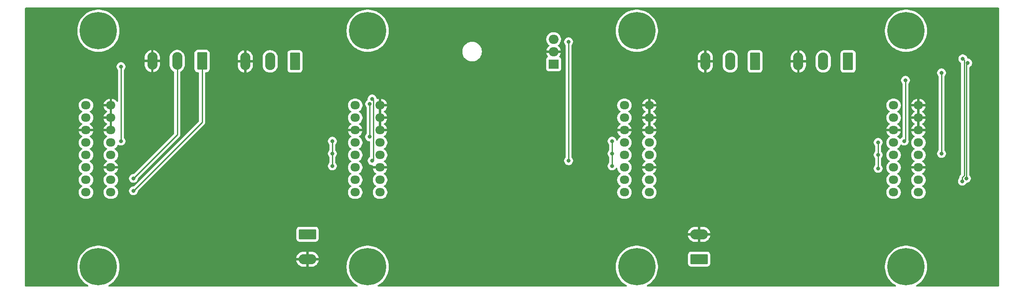
<source format=gbr>
%TF.GenerationSoftware,KiCad,Pcbnew,9.0.4-9.0.4-0~ubuntu22.04.1*%
%TF.CreationDate,2025-10-10T14:12:54+02:00*%
%TF.ProjectId,splitflap-backplane,73706c69-7466-46c6-9170-2d6261636b70,rev?*%
%TF.SameCoordinates,Original*%
%TF.FileFunction,Copper,L2,Bot*%
%TF.FilePolarity,Positive*%
%FSLAX46Y46*%
G04 Gerber Fmt 4.6, Leading zero omitted, Abs format (unit mm)*
G04 Created by KiCad (PCBNEW 9.0.4-9.0.4-0~ubuntu22.04.1) date 2025-10-10 14:12:54*
%MOMM*%
%LPD*%
G01*
G04 APERTURE LIST*
G04 Aperture macros list*
%AMRoundRect*
0 Rectangle with rounded corners*
0 $1 Rounding radius*
0 $2 $3 $4 $5 $6 $7 $8 $9 X,Y pos of 4 corners*
0 Add a 4 corners polygon primitive as box body*
4,1,4,$2,$3,$4,$5,$6,$7,$8,$9,$2,$3,0*
0 Add four circle primitives for the rounded corners*
1,1,$1+$1,$2,$3*
1,1,$1+$1,$4,$5*
1,1,$1+$1,$6,$7*
1,1,$1+$1,$8,$9*
0 Add four rect primitives between the rounded corners*
20,1,$1+$1,$2,$3,$4,$5,0*
20,1,$1+$1,$4,$5,$6,$7,0*
20,1,$1+$1,$6,$7,$8,$9,0*
20,1,$1+$1,$8,$9,$2,$3,0*%
G04 Aperture macros list end*
%TA.AperFunction,ComponentPad*%
%ADD10C,7.620000*%
%TD*%
%TA.AperFunction,ComponentPad*%
%ADD11O,1.950000X1.700000*%
%TD*%
%TA.AperFunction,ComponentPad*%
%ADD12RoundRect,0.249999X1.550001X-0.790001X1.550001X0.790001X-1.550001X0.790001X-1.550001X-0.790001X0*%
%TD*%
%TA.AperFunction,ComponentPad*%
%ADD13O,3.600000X2.080000*%
%TD*%
%TA.AperFunction,ComponentPad*%
%ADD14RoundRect,0.249999X-1.550001X0.790001X-1.550001X-0.790001X1.550001X-0.790001X1.550001X0.790001X0*%
%TD*%
%TA.AperFunction,ComponentPad*%
%ADD15C,4.700000*%
%TD*%
%TA.AperFunction,ComponentPad*%
%ADD16RoundRect,0.249999X0.790001X1.550001X-0.790001X1.550001X-0.790001X-1.550001X0.790001X-1.550001X0*%
%TD*%
%TA.AperFunction,ComponentPad*%
%ADD17O,2.080000X3.600000*%
%TD*%
%TA.AperFunction,ComponentPad*%
%ADD18R,2.000000X1.905000*%
%TD*%
%TA.AperFunction,ComponentPad*%
%ADD19O,2.000000X1.905000*%
%TD*%
%TA.AperFunction,ViaPad*%
%ADD20C,0.800000*%
%TD*%
%TA.AperFunction,Conductor*%
%ADD21C,0.250000*%
%TD*%
G04 APERTURE END LIST*
D10*
%TO.P,JM1,*%
%TO.N,*%
X50000000Y-91740000D03*
X50000000Y-140000000D03*
D11*
%TO.P,JM1,1,Pin_1*%
%TO.N,/BUS_HIGH*%
X52540000Y-124760000D03*
%TO.P,JM1,2,Pin_2*%
%TO.N,/BUS_LOW*%
X52540000Y-122220000D03*
%TO.P,JM1,3,Pin_3*%
%TO.N,GND*%
X52540000Y-119680000D03*
%TO.P,JM1,4,Pin_4*%
%TO.N,/BUS_DETC_CHAIN_1*%
X52540000Y-117140000D03*
%TO.P,JM1,5,Pin_5*%
%TO.N,/BUS_DETC_IN*%
X52540000Y-114600000D03*
%TO.P,JM1,6,Pin_6*%
%TO.N,GND*%
X52540000Y-112060000D03*
%TO.P,JM1,7,Pin_7*%
X52540000Y-106980000D03*
X52540000Y-109520000D03*
%TO.P,JM1,9,Pin_9*%
%TO.N,unconnected-(JM1-Pin_9-Pad9)*%
X47460000Y-124760000D03*
%TO.P,JM1,10,Pin_10*%
%TO.N,unconnected-(JM1-Pin_10-Pad10)*%
X47460000Y-122220000D03*
%TO.P,JM1,11,Pin_11*%
%TO.N,unconnected-(JM1-Pin_11-Pad11)*%
X47460000Y-119680000D03*
%TO.P,JM1,12,Pin_12*%
%TO.N,+5V*%
X47460000Y-117140000D03*
%TO.P,JM1,13,Pin_13*%
%TO.N,/BUS_RESET*%
X47460000Y-114600000D03*
%TO.P,JM1,14,Pin_14*%
%TO.N,GND*%
X47460000Y-112060000D03*
%TO.P,JM1,15,Pin_15*%
%TO.N,+12V*%
X47460000Y-106980000D03*
X47460000Y-109520000D03*
%TD*%
D10*
%TO.P,JM2,*%
%TO.N,*%
X105000000Y-91740000D03*
X105000000Y-140000000D03*
D11*
%TO.P,JM2,1,Pin_1*%
%TO.N,/BUS_HIGH*%
X107540000Y-124760000D03*
%TO.P,JM2,2,Pin_2*%
%TO.N,/BUS_LOW*%
X107540000Y-122220000D03*
%TO.P,JM2,3,Pin_3*%
%TO.N,GND*%
X107540000Y-119680000D03*
%TO.P,JM2,4,Pin_4*%
%TO.N,/BUS_DETC_CHAIN_2*%
X107540000Y-117140000D03*
%TO.P,JM2,5,Pin_5*%
%TO.N,/BUS_DETC_CHAIN_1*%
X107540000Y-114600000D03*
%TO.P,JM2,6,Pin_6*%
%TO.N,GND*%
X107540000Y-112060000D03*
%TO.P,JM2,7,Pin_7*%
X107540000Y-106980000D03*
X107540000Y-109520000D03*
%TO.P,JM2,9,Pin_9*%
%TO.N,unconnected-(JM2-Pin_9-Pad9)*%
X102460000Y-124760000D03*
%TO.P,JM2,10,Pin_10*%
%TO.N,unconnected-(JM2-Pin_10-Pad10)*%
X102460000Y-122220000D03*
%TO.P,JM2,11,Pin_11*%
%TO.N,unconnected-(JM2-Pin_11-Pad11)*%
X102460000Y-119680000D03*
%TO.P,JM2,12,Pin_12*%
%TO.N,+5V*%
X102460000Y-117140000D03*
%TO.P,JM2,13,Pin_13*%
%TO.N,/BUS_RESET*%
X102460000Y-114600000D03*
%TO.P,JM2,14,Pin_14*%
%TO.N,GND*%
X102460000Y-112060000D03*
%TO.P,JM2,15,Pin_15*%
%TO.N,+12V*%
X102460000Y-106980000D03*
X102460000Y-109520000D03*
%TD*%
D10*
%TO.P,JM4,*%
%TO.N,*%
X215000000Y-91740000D03*
X215000000Y-140000000D03*
D11*
%TO.P,JM4,1,Pin_1*%
%TO.N,/BUS_HIGH*%
X217540000Y-124760000D03*
%TO.P,JM4,2,Pin_2*%
%TO.N,/BUS_LOW*%
X217540000Y-122220000D03*
%TO.P,JM4,3,Pin_3*%
%TO.N,GND*%
X217540000Y-119680000D03*
%TO.P,JM4,4,Pin_4*%
%TO.N,/BUS_DETC_OUT*%
X217540000Y-117140000D03*
%TO.P,JM4,5,Pin_5*%
%TO.N,/BUS_DETC_CHAIN_3*%
X217540000Y-114600000D03*
%TO.P,JM4,6,Pin_6*%
%TO.N,GND*%
X217540000Y-112060000D03*
%TO.P,JM4,7,Pin_7*%
X217540000Y-106980000D03*
X217540000Y-109520000D03*
%TO.P,JM4,9,Pin_9*%
%TO.N,unconnected-(JM4-Pin_9-Pad9)*%
X212460000Y-124760000D03*
%TO.P,JM4,10,Pin_10*%
%TO.N,unconnected-(JM4-Pin_10-Pad10)*%
X212460000Y-122220000D03*
%TO.P,JM4,11,Pin_11*%
%TO.N,unconnected-(JM4-Pin_11-Pad11)*%
X212460000Y-119680000D03*
%TO.P,JM4,12,Pin_12*%
%TO.N,+5V*%
X212460000Y-117140000D03*
%TO.P,JM4,13,Pin_13*%
%TO.N,/BUS_RESET*%
X212460000Y-114600000D03*
%TO.P,JM4,14,Pin_14*%
%TO.N,GND*%
X212460000Y-112060000D03*
%TO.P,JM4,15,Pin_15*%
%TO.N,+12V*%
X212460000Y-106980000D03*
X212460000Y-109520000D03*
%TD*%
D10*
%TO.P,JM3,*%
%TO.N,*%
X160000000Y-91740000D03*
X160000000Y-140000000D03*
D11*
%TO.P,JM3,1,Pin_1*%
%TO.N,/BUS_HIGH*%
X162540000Y-124760000D03*
%TO.P,JM3,2,Pin_2*%
%TO.N,/BUS_LOW*%
X162540000Y-122220000D03*
%TO.P,JM3,3,Pin_3*%
%TO.N,GND*%
X162540000Y-119680000D03*
%TO.P,JM3,4,Pin_4*%
%TO.N,/BUS_DETC_CHAIN_3*%
X162540000Y-117140000D03*
%TO.P,JM3,5,Pin_5*%
%TO.N,/BUS_DETC_CHAIN_2*%
X162540000Y-114600000D03*
%TO.P,JM3,6,Pin_6*%
%TO.N,GND*%
X162540000Y-112060000D03*
%TO.P,JM3,7,Pin_7*%
X162540000Y-106980000D03*
X162540000Y-109520000D03*
%TO.P,JM3,9,Pin_9*%
%TO.N,unconnected-(JM3-Pin_9-Pad9)*%
X157460000Y-124760000D03*
%TO.P,JM3,10,Pin_10*%
%TO.N,unconnected-(JM3-Pin_10-Pad10)*%
X157460000Y-122220000D03*
%TO.P,JM3,11,Pin_11*%
%TO.N,unconnected-(JM3-Pin_11-Pad11)*%
X157460000Y-119680000D03*
%TO.P,JM3,12,Pin_12*%
%TO.N,+5V*%
X157460000Y-117140000D03*
%TO.P,JM3,13,Pin_13*%
%TO.N,/BUS_RESET*%
X157460000Y-114600000D03*
%TO.P,JM3,14,Pin_14*%
%TO.N,GND*%
X157460000Y-112060000D03*
%TO.P,JM3,15,Pin_15*%
%TO.N,+12V*%
X157460000Y-106980000D03*
X157460000Y-109520000D03*
%TD*%
D12*
%TO.P,J2,1,Pin_1*%
%TO.N,+12V*%
X172720000Y-138430000D03*
D13*
%TO.P,J2,2,Pin_2*%
%TO.N,GND*%
X172720000Y-133350000D03*
%TD*%
D14*
%TO.P,J1,1,Pin_1*%
%TO.N,+12V*%
X92710000Y-133350000D03*
D13*
%TO.P,J1,2,Pin_2*%
%TO.N,GND*%
X92710000Y-138430000D03*
%TD*%
D15*
%TO.P,H8,1,1*%
%TO.N,GND*%
X225000000Y-140000000D03*
%TD*%
%TO.P,H3,1,1*%
%TO.N,GND*%
X116000000Y-92000000D03*
%TD*%
D16*
%TO.P,J8,1,Pin_1*%
%TO.N,/BUS_DETC_OUT*%
X203160000Y-98000000D03*
D17*
%TO.P,J8,2,Pin_2*%
%TO.N,/BUS_RESET*%
X198080000Y-98000000D03*
%TO.P,J8,3,Pin_3*%
%TO.N,GND*%
X193000000Y-98000000D03*
%TD*%
D16*
%TO.P,J5,1,Pin_1*%
%TO.N,/BUS_HIGH*%
X71170000Y-97921500D03*
D17*
%TO.P,J5,2,Pin_2*%
%TO.N,/BUS_LOW*%
X66090000Y-97921500D03*
%TO.P,J5,3,Pin_3*%
%TO.N,GND*%
X61010000Y-97921500D03*
%TD*%
D15*
%TO.P,H5,1,1*%
%TO.N,GND*%
X149860000Y-91948000D03*
%TD*%
D16*
%TO.P,J6,1,Pin_1*%
%TO.N,/BUS_HIGH*%
X184160000Y-98000000D03*
D17*
%TO.P,J6,2,Pin_2*%
%TO.N,/BUS_LOW*%
X179080000Y-98000000D03*
%TO.P,J6,3,Pin_3*%
%TO.N,GND*%
X174000000Y-98000000D03*
%TD*%
D16*
%TO.P,J7,1,Pin_1*%
%TO.N,/BUS_DETC_IN*%
X90160000Y-98000000D03*
D17*
%TO.P,J7,2,Pin_2*%
%TO.N,/BUS_RESET_IN*%
X85080000Y-98000000D03*
%TO.P,J7,3,Pin_3*%
%TO.N,GND*%
X80000000Y-98000000D03*
%TD*%
D15*
%TO.P,H7,1,1*%
%TO.N,GND*%
X225000000Y-92000000D03*
%TD*%
D18*
%TO.P,U1,1,IN*%
%TO.N,+12V*%
X143000000Y-98540000D03*
D19*
%TO.P,U1,2,GND*%
%TO.N,GND*%
X143000000Y-96000000D03*
%TO.P,U1,3,OUT*%
%TO.N,+5V*%
X143000000Y-93460000D03*
%TD*%
D15*
%TO.P,H1,1,1*%
%TO.N,GND*%
X40000000Y-140000000D03*
%TD*%
%TO.P,H2,1,1*%
%TO.N,GND*%
X40000000Y-92000000D03*
%TD*%
%TO.P,H4,1,1*%
%TO.N,GND*%
X116000000Y-140000000D03*
%TD*%
%TO.P,H6,1,1*%
%TO.N,GND*%
X149860000Y-140716000D03*
%TD*%
D20*
%TO.N,+12V*%
X209296000Y-119888000D03*
X209296000Y-117094000D03*
X209296000Y-114554000D03*
%TO.N,/BUS_HIGH*%
X227604000Y-98298000D03*
%TO.N,/BUS_LOW*%
X226605000Y-97468686D03*
X226508687Y-122490483D03*
%TO.N,/BUS_RESET*%
X214630000Y-114300000D03*
X214884000Y-101854000D03*
X105410000Y-113424000D03*
%TO.N,+5V*%
X105918000Y-105664000D03*
X105918000Y-118316000D03*
%TO.N,GND*%
X95250000Y-106680000D03*
%TO.N,/BUS_RESET*%
X105410000Y-106680000D03*
%TO.N,+12V*%
X154940000Y-119380000D03*
X154940000Y-116840000D03*
X154940000Y-114300000D03*
X97790000Y-119380000D03*
X97790000Y-116840000D03*
X97790000Y-114300000D03*
%TO.N,+5V*%
X146050000Y-93980000D03*
X146050000Y-118316000D03*
%TO.N,/BUS_HIGH*%
X227330000Y-121920000D03*
%TO.N,/BUS_DETC_OUT*%
X222250000Y-116840000D03*
X222250000Y-100330000D03*
%TO.N,/BUS_DETC_IN*%
X54610000Y-114300000D03*
X54610000Y-99060000D03*
%TO.N,/BUS_HIGH*%
X57150000Y-124460000D03*
%TO.N,/BUS_LOW*%
X57150000Y-121920000D03*
%TD*%
D21*
%TO.N,/BUS_RESET*%
X105410000Y-113424000D02*
X105410000Y-106680000D01*
%TO.N,+12V*%
X209296000Y-117094000D02*
X209296000Y-119888000D01*
X209296000Y-114554000D02*
X209296000Y-117094000D01*
%TO.N,/BUS_HIGH*%
X227604000Y-98298000D02*
X227584000Y-98298000D01*
X227584000Y-98298000D02*
X227330000Y-98552000D01*
X227330000Y-98552000D02*
X227330000Y-121920000D01*
%TO.N,/BUS_LOW*%
X226879000Y-121344280D02*
X226879000Y-98298000D01*
X226879000Y-97742686D02*
X226605000Y-97468686D01*
X226879000Y-98298000D02*
X226879000Y-97742686D01*
X226508687Y-121714593D02*
X226879000Y-121344280D01*
X226508687Y-122490483D02*
X226508687Y-121714593D01*
%TO.N,/BUS_RESET*%
X214884000Y-114046000D02*
X214630000Y-114300000D01*
X214884000Y-101854000D02*
X214884000Y-114046000D01*
%TO.N,+5V*%
X105918000Y-105664000D02*
X106136000Y-105882000D01*
X106136000Y-105882000D02*
X106136000Y-118098000D01*
X106136000Y-118098000D02*
X105918000Y-118316000D01*
%TO.N,+12V*%
X154940000Y-116840000D02*
X154940000Y-119380000D01*
X154940000Y-114300000D02*
X154940000Y-116840000D01*
X97790000Y-116840000D02*
X97790000Y-119380000D01*
X97790000Y-114300000D02*
X97790000Y-116840000D01*
%TO.N,+5V*%
X146050000Y-93980000D02*
X146050000Y-118316000D01*
%TO.N,/BUS_DETC_OUT*%
X222250000Y-100330000D02*
X222250000Y-116840000D01*
%TO.N,/BUS_DETC_IN*%
X54610000Y-99060000D02*
X54610000Y-114300000D01*
%TO.N,/BUS_HIGH*%
X71170000Y-110440000D02*
X57150000Y-124460000D01*
X71170000Y-97921500D02*
X71170000Y-110440000D01*
%TO.N,/BUS_LOW*%
X66090000Y-112980000D02*
X57150000Y-121920000D01*
X66090000Y-97921500D02*
X66090000Y-112980000D01*
%TD*%
%TA.AperFunction,Conductor*%
%TO.N,GND*%
G36*
X52790000Y-111655854D02*
G01*
X52723343Y-111617370D01*
X52602535Y-111585000D01*
X52477465Y-111585000D01*
X52356657Y-111617370D01*
X52290000Y-111655854D01*
X52290000Y-109924145D01*
X52356657Y-109962630D01*
X52477465Y-109995000D01*
X52602535Y-109995000D01*
X52723343Y-109962630D01*
X52790000Y-109924145D01*
X52790000Y-111655854D01*
G37*
%TD.AperFunction*%
%TA.AperFunction,Conductor*%
G36*
X52790000Y-109115854D02*
G01*
X52723343Y-109077370D01*
X52602535Y-109045000D01*
X52477465Y-109045000D01*
X52356657Y-109077370D01*
X52290000Y-109115854D01*
X52290000Y-107384145D01*
X52356657Y-107422630D01*
X52477465Y-107455000D01*
X52602535Y-107455000D01*
X52723343Y-107422630D01*
X52790000Y-107384145D01*
X52790000Y-109115854D01*
G37*
%TD.AperFunction*%
%TA.AperFunction,Conductor*%
G36*
X107790000Y-111655854D02*
G01*
X107723343Y-111617370D01*
X107602535Y-111585000D01*
X107477465Y-111585000D01*
X107356657Y-111617370D01*
X107290000Y-111655854D01*
X107290000Y-109924145D01*
X107356657Y-109962630D01*
X107477465Y-109995000D01*
X107602535Y-109995000D01*
X107723343Y-109962630D01*
X107790000Y-109924145D01*
X107790000Y-111655854D01*
G37*
%TD.AperFunction*%
%TA.AperFunction,Conductor*%
G36*
X107790000Y-109115854D02*
G01*
X107723343Y-109077370D01*
X107602535Y-109045000D01*
X107477465Y-109045000D01*
X107356657Y-109077370D01*
X107290000Y-109115854D01*
X107290000Y-107384145D01*
X107356657Y-107422630D01*
X107477465Y-107455000D01*
X107602535Y-107455000D01*
X107723343Y-107422630D01*
X107790000Y-107384145D01*
X107790000Y-109115854D01*
G37*
%TD.AperFunction*%
%TA.AperFunction,Conductor*%
G36*
X162790000Y-111655854D02*
G01*
X162723343Y-111617370D01*
X162602535Y-111585000D01*
X162477465Y-111585000D01*
X162356657Y-111617370D01*
X162290000Y-111655854D01*
X162290000Y-109924145D01*
X162356657Y-109962630D01*
X162477465Y-109995000D01*
X162602535Y-109995000D01*
X162723343Y-109962630D01*
X162790000Y-109924145D01*
X162790000Y-111655854D01*
G37*
%TD.AperFunction*%
%TA.AperFunction,Conductor*%
G36*
X162790000Y-109115854D02*
G01*
X162723343Y-109077370D01*
X162602535Y-109045000D01*
X162477465Y-109045000D01*
X162356657Y-109077370D01*
X162290000Y-109115854D01*
X162290000Y-107384145D01*
X162356657Y-107422630D01*
X162477465Y-107455000D01*
X162602535Y-107455000D01*
X162723343Y-107422630D01*
X162790000Y-107384145D01*
X162790000Y-109115854D01*
G37*
%TD.AperFunction*%
%TA.AperFunction,Conductor*%
G36*
X217790000Y-111655854D02*
G01*
X217723343Y-111617370D01*
X217602535Y-111585000D01*
X217477465Y-111585000D01*
X217356657Y-111617370D01*
X217290000Y-111655854D01*
X217290000Y-109924145D01*
X217356657Y-109962630D01*
X217477465Y-109995000D01*
X217602535Y-109995000D01*
X217723343Y-109962630D01*
X217790000Y-109924145D01*
X217790000Y-111655854D01*
G37*
%TD.AperFunction*%
%TA.AperFunction,Conductor*%
G36*
X217790000Y-109115854D02*
G01*
X217723343Y-109077370D01*
X217602535Y-109045000D01*
X217477465Y-109045000D01*
X217356657Y-109077370D01*
X217290000Y-109115854D01*
X217290000Y-107384145D01*
X217356657Y-107422630D01*
X217477465Y-107455000D01*
X217602535Y-107455000D01*
X217723343Y-107422630D01*
X217790000Y-107384145D01*
X217790000Y-109115854D01*
G37*
%TD.AperFunction*%
%TA.AperFunction,Conductor*%
G36*
X233942539Y-87020185D02*
G01*
X233988294Y-87072989D01*
X233999500Y-87124500D01*
X233999500Y-143875500D01*
X233979815Y-143942539D01*
X233927011Y-143988294D01*
X233875500Y-143999500D01*
X217156438Y-143999500D01*
X217089399Y-143979815D01*
X217043644Y-143927011D01*
X217033700Y-143857853D01*
X217062725Y-143794297D01*
X217094438Y-143768113D01*
X217318237Y-143638903D01*
X217626566Y-143423008D01*
X217914906Y-143181062D01*
X218181062Y-142914906D01*
X218423008Y-142626566D01*
X218638903Y-142318237D01*
X218827103Y-141992264D01*
X218986177Y-141651129D01*
X219114914Y-141297427D01*
X219212334Y-140933852D01*
X219277695Y-140563169D01*
X219310500Y-140188201D01*
X219310500Y-139811799D01*
X219277695Y-139436831D01*
X219212334Y-139066148D01*
X219114914Y-138702573D01*
X218986177Y-138348871D01*
X218928796Y-138225818D01*
X218869392Y-138098426D01*
X218827103Y-138007736D01*
X218638903Y-137681763D01*
X218423008Y-137373434D01*
X218423007Y-137373433D01*
X218423003Y-137373427D01*
X218181059Y-137085091D01*
X217914908Y-136818940D01*
X217626572Y-136576996D01*
X217318243Y-136361101D01*
X217318240Y-136361099D01*
X217318237Y-136361097D01*
X217221394Y-136305185D01*
X216992270Y-136172900D01*
X216992254Y-136172892D01*
X216651146Y-136013830D01*
X216651138Y-136013827D01*
X216651136Y-136013826D01*
X216651129Y-136013823D01*
X216297427Y-135885086D01*
X216066931Y-135823324D01*
X215933853Y-135787666D01*
X215933842Y-135787664D01*
X215563173Y-135722305D01*
X215188204Y-135689500D01*
X215188201Y-135689500D01*
X214811799Y-135689500D01*
X214811795Y-135689500D01*
X214436828Y-135722305D01*
X214436824Y-135722305D01*
X214066157Y-135787664D01*
X214066146Y-135787666D01*
X213871306Y-135839873D01*
X213702573Y-135885086D01*
X213702570Y-135885087D01*
X213702569Y-135885087D01*
X213505003Y-135956995D01*
X213348871Y-136013823D01*
X213348867Y-136013824D01*
X213348861Y-136013827D01*
X213348853Y-136013830D01*
X213007745Y-136172892D01*
X213007729Y-136172900D01*
X212681771Y-136361092D01*
X212681756Y-136361101D01*
X212373427Y-136576996D01*
X212085091Y-136818940D01*
X211818940Y-137085091D01*
X211576996Y-137373427D01*
X211361101Y-137681756D01*
X211361092Y-137681771D01*
X211172900Y-138007729D01*
X211172892Y-138007745D01*
X211013830Y-138348853D01*
X211013827Y-138348861D01*
X210893302Y-138680000D01*
X210885086Y-138702573D01*
X210839873Y-138871306D01*
X210787666Y-139066146D01*
X210787664Y-139066157D01*
X210722305Y-139436824D01*
X210722305Y-139436828D01*
X210689500Y-139811795D01*
X210689500Y-140188204D01*
X210722305Y-140563171D01*
X210722305Y-140563175D01*
X210787664Y-140933842D01*
X210787666Y-140933852D01*
X210885086Y-141297427D01*
X211013823Y-141651129D01*
X211013826Y-141651136D01*
X211013827Y-141651138D01*
X211013830Y-141651146D01*
X211172892Y-141992254D01*
X211172900Y-141992270D01*
X211361092Y-142318228D01*
X211361101Y-142318243D01*
X211576996Y-142626572D01*
X211761539Y-142846501D01*
X211818938Y-142914906D01*
X212085094Y-143181062D01*
X212187700Y-143267159D01*
X212373427Y-143423003D01*
X212373433Y-143423007D01*
X212373434Y-143423008D01*
X212681763Y-143638903D01*
X212905562Y-143768113D01*
X212953778Y-143818680D01*
X212967001Y-143887287D01*
X212941033Y-143952152D01*
X212884118Y-143992680D01*
X212843562Y-143999500D01*
X162156438Y-143999500D01*
X162089399Y-143979815D01*
X162043644Y-143927011D01*
X162033700Y-143857853D01*
X162062725Y-143794297D01*
X162094438Y-143768113D01*
X162318237Y-143638903D01*
X162626566Y-143423008D01*
X162914906Y-143181062D01*
X163181062Y-142914906D01*
X163423008Y-142626566D01*
X163638903Y-142318237D01*
X163827103Y-141992264D01*
X163986177Y-141651129D01*
X164114914Y-141297427D01*
X164212334Y-140933852D01*
X164277695Y-140563169D01*
X164310500Y-140188201D01*
X164310500Y-139811799D01*
X164277695Y-139436831D01*
X164212334Y-139066148D01*
X164114914Y-138702573D01*
X163986177Y-138348871D01*
X163928796Y-138225818D01*
X163869392Y-138098426D01*
X163827103Y-138007736D01*
X163638903Y-137681763D01*
X163574637Y-137589982D01*
X170419500Y-137589982D01*
X170419500Y-139270017D01*
X170430000Y-139372796D01*
X170430001Y-139372798D01*
X170485186Y-139539335D01*
X170577288Y-139688656D01*
X170701344Y-139812712D01*
X170850665Y-139904814D01*
X171017202Y-139959999D01*
X171119990Y-139970500D01*
X171119995Y-139970500D01*
X174320005Y-139970500D01*
X174320010Y-139970500D01*
X174422798Y-139959999D01*
X174589335Y-139904814D01*
X174738656Y-139812712D01*
X174862712Y-139688656D01*
X174954814Y-139539335D01*
X175009999Y-139372798D01*
X175020500Y-139270010D01*
X175020500Y-137589990D01*
X175009999Y-137487202D01*
X174954814Y-137320665D01*
X174862712Y-137171344D01*
X174738656Y-137047288D01*
X174589335Y-136955186D01*
X174422798Y-136900001D01*
X174422796Y-136900000D01*
X174320017Y-136889500D01*
X174320010Y-136889500D01*
X171119990Y-136889500D01*
X171119982Y-136889500D01*
X171017203Y-136900000D01*
X171017202Y-136900001D01*
X170934669Y-136927349D01*
X170850667Y-136955185D01*
X170850662Y-136955187D01*
X170701342Y-137047289D01*
X170577289Y-137171342D01*
X170485187Y-137320662D01*
X170485186Y-137320665D01*
X170430001Y-137487202D01*
X170430001Y-137487203D01*
X170430000Y-137487203D01*
X170419500Y-137589982D01*
X163574637Y-137589982D01*
X163423008Y-137373434D01*
X163423007Y-137373433D01*
X163423003Y-137373427D01*
X163181059Y-137085091D01*
X162914908Y-136818940D01*
X162626572Y-136576996D01*
X162318243Y-136361101D01*
X162318240Y-136361099D01*
X162318237Y-136361097D01*
X162221394Y-136305185D01*
X161992270Y-136172900D01*
X161992254Y-136172892D01*
X161651146Y-136013830D01*
X161651138Y-136013827D01*
X161651136Y-136013826D01*
X161651129Y-136013823D01*
X161297427Y-135885086D01*
X161066931Y-135823324D01*
X160933853Y-135787666D01*
X160933842Y-135787664D01*
X160563173Y-135722305D01*
X160188204Y-135689500D01*
X160188201Y-135689500D01*
X159811799Y-135689500D01*
X159811795Y-135689500D01*
X159436828Y-135722305D01*
X159436824Y-135722305D01*
X159066157Y-135787664D01*
X159066146Y-135787666D01*
X158871306Y-135839873D01*
X158702573Y-135885086D01*
X158702570Y-135885087D01*
X158702569Y-135885087D01*
X158505003Y-135956995D01*
X158348871Y-136013823D01*
X158348867Y-136013824D01*
X158348861Y-136013827D01*
X158348853Y-136013830D01*
X158007745Y-136172892D01*
X158007729Y-136172900D01*
X157681771Y-136361092D01*
X157681756Y-136361101D01*
X157373427Y-136576996D01*
X157085091Y-136818940D01*
X156818940Y-137085091D01*
X156576996Y-137373427D01*
X156361101Y-137681756D01*
X156361092Y-137681771D01*
X156172900Y-138007729D01*
X156172892Y-138007745D01*
X156013830Y-138348853D01*
X156013827Y-138348861D01*
X155893302Y-138680000D01*
X155885086Y-138702573D01*
X155839873Y-138871306D01*
X155787666Y-139066146D01*
X155787664Y-139066157D01*
X155722305Y-139436824D01*
X155722305Y-139436828D01*
X155689500Y-139811795D01*
X155689500Y-140188204D01*
X155722305Y-140563171D01*
X155722305Y-140563175D01*
X155787664Y-140933842D01*
X155787666Y-140933852D01*
X155885086Y-141297427D01*
X156013823Y-141651129D01*
X156013826Y-141651136D01*
X156013827Y-141651138D01*
X156013830Y-141651146D01*
X156172892Y-141992254D01*
X156172900Y-141992270D01*
X156361092Y-142318228D01*
X156361101Y-142318243D01*
X156576996Y-142626572D01*
X156761539Y-142846501D01*
X156818938Y-142914906D01*
X157085094Y-143181062D01*
X157187700Y-143267159D01*
X157373427Y-143423003D01*
X157373433Y-143423007D01*
X157373434Y-143423008D01*
X157681763Y-143638903D01*
X157905562Y-143768113D01*
X157953778Y-143818680D01*
X157967001Y-143887287D01*
X157941033Y-143952152D01*
X157884118Y-143992680D01*
X157843562Y-143999500D01*
X107156438Y-143999500D01*
X107089399Y-143979815D01*
X107043644Y-143927011D01*
X107033700Y-143857853D01*
X107062725Y-143794297D01*
X107094438Y-143768113D01*
X107318237Y-143638903D01*
X107626566Y-143423008D01*
X107914906Y-143181062D01*
X108181062Y-142914906D01*
X108423008Y-142626566D01*
X108638903Y-142318237D01*
X108827103Y-141992264D01*
X108986177Y-141651129D01*
X109114914Y-141297427D01*
X109212334Y-140933852D01*
X109277695Y-140563169D01*
X109310500Y-140188201D01*
X109310500Y-139811799D01*
X109277695Y-139436831D01*
X109212334Y-139066148D01*
X109114914Y-138702573D01*
X108986177Y-138348871D01*
X108928796Y-138225818D01*
X108869392Y-138098426D01*
X108827103Y-138007736D01*
X108638903Y-137681763D01*
X108423008Y-137373434D01*
X108423007Y-137373433D01*
X108423003Y-137373427D01*
X108181059Y-137085091D01*
X107914908Y-136818940D01*
X107626572Y-136576996D01*
X107318243Y-136361101D01*
X107318240Y-136361099D01*
X107318237Y-136361097D01*
X107221394Y-136305185D01*
X106992270Y-136172900D01*
X106992254Y-136172892D01*
X106651146Y-136013830D01*
X106651138Y-136013827D01*
X106651136Y-136013826D01*
X106651129Y-136013823D01*
X106297427Y-135885086D01*
X106066931Y-135823324D01*
X105933853Y-135787666D01*
X105933842Y-135787664D01*
X105563173Y-135722305D01*
X105188204Y-135689500D01*
X105188201Y-135689500D01*
X104811799Y-135689500D01*
X104811795Y-135689500D01*
X104436828Y-135722305D01*
X104436824Y-135722305D01*
X104066157Y-135787664D01*
X104066146Y-135787666D01*
X103871306Y-135839873D01*
X103702573Y-135885086D01*
X103702570Y-135885087D01*
X103702569Y-135885087D01*
X103505003Y-135956995D01*
X103348871Y-136013823D01*
X103348867Y-136013824D01*
X103348861Y-136013827D01*
X103348853Y-136013830D01*
X103007745Y-136172892D01*
X103007729Y-136172900D01*
X102681771Y-136361092D01*
X102681756Y-136361101D01*
X102373427Y-136576996D01*
X102085091Y-136818940D01*
X101818940Y-137085091D01*
X101576996Y-137373427D01*
X101361101Y-137681756D01*
X101361092Y-137681771D01*
X101172900Y-138007729D01*
X101172892Y-138007745D01*
X101013830Y-138348853D01*
X101013827Y-138348861D01*
X100893302Y-138680000D01*
X100885086Y-138702573D01*
X100839873Y-138871306D01*
X100787666Y-139066146D01*
X100787664Y-139066157D01*
X100722305Y-139436824D01*
X100722305Y-139436828D01*
X100689500Y-139811795D01*
X100689500Y-140188204D01*
X100722305Y-140563171D01*
X100722305Y-140563175D01*
X100787664Y-140933842D01*
X100787666Y-140933852D01*
X100885086Y-141297427D01*
X101013823Y-141651129D01*
X101013826Y-141651136D01*
X101013827Y-141651138D01*
X101013830Y-141651146D01*
X101172892Y-141992254D01*
X101172900Y-141992270D01*
X101361092Y-142318228D01*
X101361101Y-142318243D01*
X101576996Y-142626572D01*
X101761539Y-142846501D01*
X101818938Y-142914906D01*
X102085094Y-143181062D01*
X102187700Y-143267159D01*
X102373427Y-143423003D01*
X102373433Y-143423007D01*
X102373434Y-143423008D01*
X102681763Y-143638903D01*
X102905562Y-143768113D01*
X102953778Y-143818680D01*
X102967001Y-143887287D01*
X102941033Y-143952152D01*
X102884118Y-143992680D01*
X102843562Y-143999500D01*
X52156438Y-143999500D01*
X52089399Y-143979815D01*
X52043644Y-143927011D01*
X52033700Y-143857853D01*
X52062725Y-143794297D01*
X52094438Y-143768113D01*
X52318237Y-143638903D01*
X52626566Y-143423008D01*
X52914906Y-143181062D01*
X53181062Y-142914906D01*
X53423008Y-142626566D01*
X53638903Y-142318237D01*
X53827103Y-141992264D01*
X53986177Y-141651129D01*
X54114914Y-141297427D01*
X54212334Y-140933852D01*
X54277695Y-140563169D01*
X54310500Y-140188201D01*
X54310500Y-139811799D01*
X54277695Y-139436831D01*
X54212334Y-139066148D01*
X54114914Y-138702573D01*
X53986177Y-138348871D01*
X53928796Y-138225818D01*
X53907431Y-138180000D01*
X90430400Y-138180000D01*
X92055879Y-138180000D01*
X92036901Y-138225818D01*
X92010000Y-138361056D01*
X92010000Y-138498944D01*
X92036901Y-138634182D01*
X92055879Y-138680000D01*
X90430400Y-138680000D01*
X90447919Y-138790618D01*
X90522827Y-139021159D01*
X90632874Y-139237136D01*
X90775356Y-139433245D01*
X90946754Y-139604643D01*
X91142863Y-139747125D01*
X91358840Y-139857172D01*
X91589381Y-139932079D01*
X91828800Y-139970000D01*
X92460000Y-139970000D01*
X92460000Y-139084120D01*
X92505818Y-139103099D01*
X92641056Y-139130000D01*
X92778944Y-139130000D01*
X92914182Y-139103099D01*
X92960000Y-139084120D01*
X92960000Y-139970000D01*
X93591200Y-139970000D01*
X93830618Y-139932079D01*
X94061159Y-139857172D01*
X94277136Y-139747125D01*
X94473245Y-139604643D01*
X94644643Y-139433245D01*
X94787125Y-139237136D01*
X94897172Y-139021159D01*
X94972080Y-138790618D01*
X94989600Y-138680000D01*
X93364121Y-138680000D01*
X93383099Y-138634182D01*
X93410000Y-138498944D01*
X93410000Y-138361056D01*
X93383099Y-138225818D01*
X93364121Y-138180000D01*
X94989600Y-138180000D01*
X94972080Y-138069381D01*
X94897172Y-137838840D01*
X94787125Y-137622863D01*
X94644643Y-137426754D01*
X94473245Y-137255356D01*
X94277136Y-137112874D01*
X94061159Y-137002827D01*
X93830618Y-136927920D01*
X93591200Y-136890000D01*
X92960000Y-136890000D01*
X92960000Y-137775879D01*
X92914182Y-137756901D01*
X92778944Y-137730000D01*
X92641056Y-137730000D01*
X92505818Y-137756901D01*
X92460000Y-137775879D01*
X92460000Y-136890000D01*
X91828800Y-136890000D01*
X91589381Y-136927920D01*
X91358840Y-137002827D01*
X91142863Y-137112874D01*
X90946754Y-137255356D01*
X90775356Y-137426754D01*
X90632874Y-137622863D01*
X90522827Y-137838840D01*
X90447919Y-138069381D01*
X90430400Y-138180000D01*
X53907431Y-138180000D01*
X53869392Y-138098426D01*
X53827103Y-138007736D01*
X53638903Y-137681763D01*
X53423008Y-137373434D01*
X53423007Y-137373433D01*
X53423003Y-137373427D01*
X53181059Y-137085091D01*
X52914908Y-136818940D01*
X52626572Y-136576996D01*
X52318243Y-136361101D01*
X52318240Y-136361099D01*
X52318237Y-136361097D01*
X52221394Y-136305185D01*
X51992270Y-136172900D01*
X51992254Y-136172892D01*
X51651146Y-136013830D01*
X51651138Y-136013827D01*
X51651136Y-136013826D01*
X51651129Y-136013823D01*
X51297427Y-135885086D01*
X51066931Y-135823324D01*
X50933853Y-135787666D01*
X50933842Y-135787664D01*
X50563173Y-135722305D01*
X50188204Y-135689500D01*
X50188201Y-135689500D01*
X49811799Y-135689500D01*
X49811795Y-135689500D01*
X49436828Y-135722305D01*
X49436824Y-135722305D01*
X49066157Y-135787664D01*
X49066146Y-135787666D01*
X48871306Y-135839873D01*
X48702573Y-135885086D01*
X48702570Y-135885087D01*
X48702569Y-135885087D01*
X48505003Y-135956995D01*
X48348871Y-136013823D01*
X48348867Y-136013824D01*
X48348861Y-136013827D01*
X48348853Y-136013830D01*
X48007745Y-136172892D01*
X48007729Y-136172900D01*
X47681771Y-136361092D01*
X47681756Y-136361101D01*
X47373427Y-136576996D01*
X47085091Y-136818940D01*
X46818940Y-137085091D01*
X46576996Y-137373427D01*
X46361101Y-137681756D01*
X46361092Y-137681771D01*
X46172900Y-138007729D01*
X46172892Y-138007745D01*
X46013830Y-138348853D01*
X46013827Y-138348861D01*
X45893302Y-138680000D01*
X45885086Y-138702573D01*
X45839873Y-138871306D01*
X45787666Y-139066146D01*
X45787664Y-139066157D01*
X45722305Y-139436824D01*
X45722305Y-139436828D01*
X45689500Y-139811795D01*
X45689500Y-140188204D01*
X45722305Y-140563171D01*
X45722305Y-140563175D01*
X45787664Y-140933842D01*
X45787666Y-140933852D01*
X45885086Y-141297427D01*
X46013823Y-141651129D01*
X46013826Y-141651136D01*
X46013827Y-141651138D01*
X46013830Y-141651146D01*
X46172892Y-141992254D01*
X46172900Y-141992270D01*
X46361092Y-142318228D01*
X46361101Y-142318243D01*
X46576996Y-142626572D01*
X46761539Y-142846501D01*
X46818938Y-142914906D01*
X47085094Y-143181062D01*
X47187700Y-143267159D01*
X47373427Y-143423003D01*
X47373433Y-143423007D01*
X47373434Y-143423008D01*
X47681763Y-143638903D01*
X47905562Y-143768113D01*
X47953778Y-143818680D01*
X47967001Y-143887287D01*
X47941033Y-143952152D01*
X47884118Y-143992680D01*
X47843562Y-143999500D01*
X35124500Y-143999500D01*
X35057461Y-143979815D01*
X35011706Y-143927011D01*
X35000500Y-143875500D01*
X35000500Y-132509982D01*
X90409500Y-132509982D01*
X90409500Y-134190017D01*
X90420000Y-134292796D01*
X90420001Y-134292798D01*
X90475186Y-134459335D01*
X90567288Y-134608656D01*
X90691344Y-134732712D01*
X90840665Y-134824814D01*
X91007202Y-134879999D01*
X91109990Y-134890500D01*
X91109995Y-134890500D01*
X94310005Y-134890500D01*
X94310010Y-134890500D01*
X94412798Y-134879999D01*
X94579335Y-134824814D01*
X94728656Y-134732712D01*
X94852712Y-134608656D01*
X94944814Y-134459335D01*
X94999999Y-134292798D01*
X95010500Y-134190010D01*
X95010500Y-133100000D01*
X170440400Y-133100000D01*
X172065879Y-133100000D01*
X172046901Y-133145818D01*
X172020000Y-133281056D01*
X172020000Y-133418944D01*
X172046901Y-133554182D01*
X172065879Y-133600000D01*
X170440400Y-133600000D01*
X170457919Y-133710618D01*
X170532827Y-133941159D01*
X170642874Y-134157136D01*
X170785356Y-134353245D01*
X170956754Y-134524643D01*
X171152863Y-134667125D01*
X171368840Y-134777172D01*
X171599381Y-134852079D01*
X171838800Y-134890000D01*
X172470000Y-134890000D01*
X172470000Y-134004120D01*
X172515818Y-134023099D01*
X172651056Y-134050000D01*
X172788944Y-134050000D01*
X172924182Y-134023099D01*
X172970000Y-134004120D01*
X172970000Y-134890000D01*
X173601200Y-134890000D01*
X173840618Y-134852079D01*
X174071159Y-134777172D01*
X174287136Y-134667125D01*
X174483245Y-134524643D01*
X174654643Y-134353245D01*
X174797125Y-134157136D01*
X174907172Y-133941159D01*
X174982080Y-133710618D01*
X174999600Y-133600000D01*
X173374121Y-133600000D01*
X173393099Y-133554182D01*
X173420000Y-133418944D01*
X173420000Y-133281056D01*
X173393099Y-133145818D01*
X173374121Y-133100000D01*
X174999600Y-133100000D01*
X174982080Y-132989381D01*
X174907172Y-132758840D01*
X174797125Y-132542863D01*
X174654643Y-132346754D01*
X174483245Y-132175356D01*
X174287136Y-132032874D01*
X174071159Y-131922827D01*
X173840618Y-131847920D01*
X173601200Y-131810000D01*
X172970000Y-131810000D01*
X172970000Y-132695879D01*
X172924182Y-132676901D01*
X172788944Y-132650000D01*
X172651056Y-132650000D01*
X172515818Y-132676901D01*
X172470000Y-132695879D01*
X172470000Y-131810000D01*
X171838800Y-131810000D01*
X171599381Y-131847920D01*
X171368840Y-131922827D01*
X171152863Y-132032874D01*
X170956754Y-132175356D01*
X170785356Y-132346754D01*
X170642874Y-132542863D01*
X170532827Y-132758840D01*
X170457919Y-132989381D01*
X170440400Y-133100000D01*
X95010500Y-133100000D01*
X95010500Y-132509990D01*
X94999999Y-132407202D01*
X94944814Y-132240665D01*
X94852712Y-132091344D01*
X94728656Y-131967288D01*
X94579335Y-131875186D01*
X94412798Y-131820001D01*
X94412796Y-131820000D01*
X94310017Y-131809500D01*
X94310010Y-131809500D01*
X91109990Y-131809500D01*
X91109982Y-131809500D01*
X91007203Y-131820000D01*
X91007202Y-131820001D01*
X90924669Y-131847349D01*
X90840667Y-131875185D01*
X90840662Y-131875187D01*
X90691342Y-131967289D01*
X90567289Y-132091342D01*
X90475187Y-132240662D01*
X90475186Y-132240665D01*
X90420001Y-132407202D01*
X90420001Y-132407203D01*
X90420000Y-132407203D01*
X90409500Y-132509982D01*
X35000500Y-132509982D01*
X35000500Y-106873713D01*
X45984500Y-106873713D01*
X45984500Y-107086286D01*
X46011068Y-107254034D01*
X46017754Y-107296243D01*
X46028072Y-107327999D01*
X46083444Y-107498414D01*
X46179951Y-107687820D01*
X46304890Y-107859786D01*
X46455213Y-108010109D01*
X46627182Y-108135050D01*
X46635946Y-108139516D01*
X46686742Y-108187491D01*
X46703536Y-108255312D01*
X46680998Y-108321447D01*
X46635946Y-108360484D01*
X46627182Y-108364949D01*
X46455213Y-108489890D01*
X46304890Y-108640213D01*
X46179951Y-108812179D01*
X46083444Y-109001585D01*
X46017753Y-109203760D01*
X45984500Y-109413713D01*
X45984500Y-109626286D01*
X46017753Y-109836239D01*
X46083444Y-110038414D01*
X46179951Y-110227820D01*
X46304890Y-110399786D01*
X46455213Y-110550109D01*
X46627179Y-110675048D01*
X46627181Y-110675049D01*
X46627184Y-110675051D01*
X46636493Y-110679794D01*
X46687290Y-110727766D01*
X46704087Y-110795587D01*
X46681552Y-110861722D01*
X46636502Y-110900762D01*
X46627443Y-110905378D01*
X46455540Y-111030272D01*
X46455535Y-111030276D01*
X46305276Y-111180535D01*
X46305272Y-111180540D01*
X46180379Y-111352442D01*
X46083904Y-111541782D01*
X46018242Y-111743870D01*
X46018242Y-111743873D01*
X46007769Y-111810000D01*
X47055854Y-111810000D01*
X47017370Y-111876657D01*
X46985000Y-111997465D01*
X46985000Y-112122535D01*
X47017370Y-112243343D01*
X47055854Y-112310000D01*
X46007769Y-112310000D01*
X46018242Y-112376126D01*
X46018242Y-112376129D01*
X46083904Y-112578217D01*
X46180379Y-112767557D01*
X46305272Y-112939459D01*
X46305276Y-112939464D01*
X46455535Y-113089723D01*
X46455540Y-113089727D01*
X46627444Y-113214622D01*
X46636495Y-113219234D01*
X46687292Y-113267208D01*
X46704087Y-113335029D01*
X46681550Y-113401164D01*
X46636499Y-113440202D01*
X46627182Y-113444949D01*
X46455213Y-113569890D01*
X46304890Y-113720213D01*
X46179951Y-113892179D01*
X46083444Y-114081585D01*
X46083443Y-114081587D01*
X46083443Y-114081588D01*
X46068539Y-114127459D01*
X46017753Y-114283760D01*
X45984500Y-114493713D01*
X45984500Y-114706286D01*
X46011068Y-114874034D01*
X46017754Y-114916243D01*
X46062887Y-115055148D01*
X46083444Y-115118414D01*
X46179951Y-115307820D01*
X46304890Y-115479786D01*
X46455213Y-115630109D01*
X46627182Y-115755050D01*
X46635946Y-115759516D01*
X46686742Y-115807491D01*
X46703536Y-115875312D01*
X46680998Y-115941447D01*
X46635946Y-115980484D01*
X46627182Y-115984949D01*
X46455213Y-116109890D01*
X46304890Y-116260213D01*
X46179951Y-116432179D01*
X46083444Y-116621585D01*
X46083443Y-116621587D01*
X46083443Y-116621588D01*
X46068539Y-116667459D01*
X46017753Y-116823760D01*
X45984500Y-117033713D01*
X45984500Y-117246286D01*
X46011068Y-117414034D01*
X46017754Y-117456243D01*
X46069837Y-117616538D01*
X46083444Y-117658414D01*
X46179951Y-117847820D01*
X46304890Y-118019786D01*
X46455213Y-118170109D01*
X46627182Y-118295050D01*
X46635946Y-118299516D01*
X46686742Y-118347491D01*
X46703536Y-118415312D01*
X46680998Y-118481447D01*
X46635946Y-118520484D01*
X46627182Y-118524949D01*
X46455213Y-118649890D01*
X46304890Y-118800213D01*
X46179951Y-118972179D01*
X46083444Y-119161585D01*
X46083443Y-119161587D01*
X46083443Y-119161588D01*
X46074654Y-119188638D01*
X46017753Y-119363760D01*
X45984500Y-119573713D01*
X45984500Y-119786287D01*
X45987421Y-119804728D01*
X46014657Y-119976693D01*
X46017754Y-119996243D01*
X46067929Y-120150666D01*
X46083444Y-120198414D01*
X46179951Y-120387820D01*
X46304890Y-120559786D01*
X46455213Y-120710109D01*
X46627182Y-120835050D01*
X46635946Y-120839516D01*
X46686742Y-120887491D01*
X46703536Y-120955312D01*
X46680998Y-121021447D01*
X46635946Y-121060484D01*
X46627182Y-121064949D01*
X46455213Y-121189890D01*
X46304890Y-121340213D01*
X46179951Y-121512179D01*
X46083444Y-121701585D01*
X46017753Y-121903760D01*
X45984500Y-122113713D01*
X45984500Y-122326286D01*
X46017753Y-122536239D01*
X46017753Y-122536241D01*
X46017754Y-122536243D01*
X46044794Y-122619464D01*
X46083444Y-122738414D01*
X46179951Y-122927820D01*
X46304890Y-123099786D01*
X46455213Y-123250109D01*
X46627182Y-123375050D01*
X46635946Y-123379516D01*
X46686742Y-123427491D01*
X46703536Y-123495312D01*
X46680998Y-123561447D01*
X46635946Y-123600484D01*
X46627182Y-123604949D01*
X46455213Y-123729890D01*
X46304890Y-123880213D01*
X46179951Y-124052179D01*
X46083444Y-124241585D01*
X46017753Y-124443760D01*
X45984500Y-124653713D01*
X45984500Y-124866286D01*
X46011068Y-125034034D01*
X46017754Y-125076243D01*
X46044794Y-125159464D01*
X46083444Y-125278414D01*
X46179951Y-125467820D01*
X46304890Y-125639786D01*
X46455213Y-125790109D01*
X46627179Y-125915048D01*
X46627181Y-125915049D01*
X46627184Y-125915051D01*
X46816588Y-126011557D01*
X47018757Y-126077246D01*
X47228713Y-126110500D01*
X47228714Y-126110500D01*
X47691286Y-126110500D01*
X47691287Y-126110500D01*
X47901243Y-126077246D01*
X48103412Y-126011557D01*
X48292816Y-125915051D01*
X48314789Y-125899086D01*
X48464786Y-125790109D01*
X48464788Y-125790106D01*
X48464792Y-125790104D01*
X48615104Y-125639792D01*
X48615106Y-125639788D01*
X48615109Y-125639786D01*
X48740048Y-125467820D01*
X48740047Y-125467820D01*
X48740051Y-125467816D01*
X48836557Y-125278412D01*
X48902246Y-125076243D01*
X48935500Y-124866287D01*
X48935500Y-124653713D01*
X48902246Y-124443757D01*
X48836557Y-124241588D01*
X48740051Y-124052184D01*
X48740049Y-124052181D01*
X48740048Y-124052179D01*
X48615109Y-123880213D01*
X48464786Y-123729890D01*
X48292820Y-123604951D01*
X48292115Y-123604591D01*
X48284054Y-123600485D01*
X48233259Y-123552512D01*
X48216463Y-123484692D01*
X48238999Y-123418556D01*
X48284054Y-123379515D01*
X48292816Y-123375051D01*
X48318520Y-123356376D01*
X48464786Y-123250109D01*
X48464788Y-123250106D01*
X48464792Y-123250104D01*
X48615104Y-123099792D01*
X48615106Y-123099788D01*
X48615109Y-123099786D01*
X48740048Y-122927820D01*
X48740047Y-122927820D01*
X48740051Y-122927816D01*
X48836557Y-122738412D01*
X48902246Y-122536243D01*
X48935500Y-122326287D01*
X48935500Y-122113713D01*
X48902246Y-121903757D01*
X48836557Y-121701588D01*
X48740051Y-121512184D01*
X48740049Y-121512181D01*
X48740048Y-121512179D01*
X48615109Y-121340213D01*
X48464786Y-121189890D01*
X48292820Y-121064951D01*
X48289515Y-121063267D01*
X48284054Y-121060485D01*
X48233259Y-121012512D01*
X48216463Y-120944692D01*
X48238999Y-120878556D01*
X48284054Y-120839515D01*
X48292816Y-120835051D01*
X48314789Y-120819086D01*
X48464786Y-120710109D01*
X48464788Y-120710106D01*
X48464792Y-120710104D01*
X48615104Y-120559792D01*
X48615106Y-120559788D01*
X48615109Y-120559786D01*
X48740048Y-120387820D01*
X48740047Y-120387820D01*
X48740051Y-120387816D01*
X48836557Y-120198412D01*
X48902246Y-119996243D01*
X48935500Y-119786287D01*
X48935500Y-119573713D01*
X48902246Y-119363757D01*
X48836557Y-119161588D01*
X48740051Y-118972184D01*
X48740049Y-118972181D01*
X48740048Y-118972179D01*
X48615109Y-118800213D01*
X48464786Y-118649890D01*
X48292820Y-118524951D01*
X48284600Y-118520763D01*
X48284054Y-118520485D01*
X48233259Y-118472512D01*
X48216463Y-118404692D01*
X48238999Y-118338556D01*
X48284054Y-118299515D01*
X48292816Y-118295051D01*
X48386060Y-118227306D01*
X48464786Y-118170109D01*
X48464788Y-118170106D01*
X48464792Y-118170104D01*
X48615104Y-118019792D01*
X48615106Y-118019788D01*
X48615109Y-118019786D01*
X48740048Y-117847820D01*
X48740047Y-117847820D01*
X48740051Y-117847816D01*
X48836557Y-117658412D01*
X48902246Y-117456243D01*
X48935500Y-117246287D01*
X48935500Y-117033713D01*
X48902246Y-116823757D01*
X48836557Y-116621588D01*
X48740051Y-116432184D01*
X48740049Y-116432181D01*
X48740048Y-116432179D01*
X48615109Y-116260213D01*
X48464786Y-116109890D01*
X48292820Y-115984951D01*
X48292115Y-115984591D01*
X48284054Y-115980485D01*
X48233259Y-115932512D01*
X48216463Y-115864692D01*
X48238999Y-115798556D01*
X48284054Y-115759515D01*
X48292816Y-115755051D01*
X48314789Y-115739086D01*
X48464786Y-115630109D01*
X48464788Y-115630106D01*
X48464792Y-115630104D01*
X48615104Y-115479792D01*
X48615106Y-115479788D01*
X48615109Y-115479786D01*
X48740048Y-115307820D01*
X48740047Y-115307820D01*
X48740051Y-115307816D01*
X48836557Y-115118412D01*
X48902246Y-114916243D01*
X48935500Y-114706287D01*
X48935500Y-114493713D01*
X51064500Y-114493713D01*
X51064500Y-114706286D01*
X51091068Y-114874034D01*
X51097754Y-114916243D01*
X51142887Y-115055148D01*
X51163444Y-115118414D01*
X51259951Y-115307820D01*
X51384890Y-115479786D01*
X51535213Y-115630109D01*
X51707182Y-115755050D01*
X51715946Y-115759516D01*
X51766742Y-115807491D01*
X51783536Y-115875312D01*
X51760998Y-115941447D01*
X51715946Y-115980484D01*
X51707182Y-115984949D01*
X51535213Y-116109890D01*
X51384890Y-116260213D01*
X51259951Y-116432179D01*
X51163444Y-116621585D01*
X51163443Y-116621587D01*
X51163443Y-116621588D01*
X51148539Y-116667459D01*
X51097753Y-116823760D01*
X51064500Y-117033713D01*
X51064500Y-117246286D01*
X51091068Y-117414034D01*
X51097754Y-117456243D01*
X51149837Y-117616538D01*
X51163444Y-117658414D01*
X51259951Y-117847820D01*
X51384890Y-118019786D01*
X51535213Y-118170109D01*
X51707179Y-118295048D01*
X51707181Y-118295049D01*
X51707184Y-118295051D01*
X51716493Y-118299794D01*
X51767290Y-118347766D01*
X51784087Y-118415587D01*
X51761552Y-118481722D01*
X51716502Y-118520762D01*
X51707443Y-118525378D01*
X51535540Y-118650272D01*
X51535535Y-118650276D01*
X51385276Y-118800535D01*
X51385272Y-118800540D01*
X51260379Y-118972442D01*
X51163904Y-119161782D01*
X51098242Y-119363870D01*
X51098242Y-119363873D01*
X51087769Y-119430000D01*
X52135854Y-119430000D01*
X52097370Y-119496657D01*
X52065000Y-119617465D01*
X52065000Y-119742535D01*
X52097370Y-119863343D01*
X52135854Y-119930000D01*
X51087769Y-119930000D01*
X51098242Y-119996126D01*
X51098242Y-119996129D01*
X51163904Y-120198217D01*
X51260379Y-120387557D01*
X51385272Y-120559459D01*
X51385276Y-120559464D01*
X51535535Y-120709723D01*
X51535540Y-120709727D01*
X51707444Y-120834622D01*
X51716495Y-120839234D01*
X51767292Y-120887208D01*
X51784087Y-120955029D01*
X51761550Y-121021164D01*
X51716499Y-121060202D01*
X51707182Y-121064949D01*
X51535213Y-121189890D01*
X51384890Y-121340213D01*
X51259951Y-121512179D01*
X51163444Y-121701585D01*
X51097753Y-121903760D01*
X51064500Y-122113713D01*
X51064500Y-122326286D01*
X51097753Y-122536239D01*
X51097753Y-122536241D01*
X51097754Y-122536243D01*
X51124794Y-122619464D01*
X51163444Y-122738414D01*
X51259951Y-122927820D01*
X51384890Y-123099786D01*
X51535213Y-123250109D01*
X51707182Y-123375050D01*
X51715946Y-123379516D01*
X51766742Y-123427491D01*
X51783536Y-123495312D01*
X51760998Y-123561447D01*
X51715946Y-123600484D01*
X51707182Y-123604949D01*
X51535213Y-123729890D01*
X51384890Y-123880213D01*
X51259951Y-124052179D01*
X51163444Y-124241585D01*
X51097753Y-124443760D01*
X51064500Y-124653713D01*
X51064500Y-124866286D01*
X51091068Y-125034034D01*
X51097754Y-125076243D01*
X51124794Y-125159464D01*
X51163444Y-125278414D01*
X51259951Y-125467820D01*
X51384890Y-125639786D01*
X51535213Y-125790109D01*
X51707179Y-125915048D01*
X51707181Y-125915049D01*
X51707184Y-125915051D01*
X51896588Y-126011557D01*
X52098757Y-126077246D01*
X52308713Y-126110500D01*
X52308714Y-126110500D01*
X52771286Y-126110500D01*
X52771287Y-126110500D01*
X52981243Y-126077246D01*
X53183412Y-126011557D01*
X53372816Y-125915051D01*
X53394789Y-125899086D01*
X53544786Y-125790109D01*
X53544788Y-125790106D01*
X53544792Y-125790104D01*
X53695104Y-125639792D01*
X53695106Y-125639788D01*
X53695109Y-125639786D01*
X53820048Y-125467820D01*
X53820047Y-125467820D01*
X53820051Y-125467816D01*
X53916557Y-125278412D01*
X53982246Y-125076243D01*
X54015500Y-124866287D01*
X54015500Y-124653713D01*
X53982246Y-124443757D01*
X53958704Y-124371304D01*
X56249500Y-124371304D01*
X56249500Y-124548695D01*
X56284103Y-124722658D01*
X56284106Y-124722667D01*
X56351983Y-124886540D01*
X56351990Y-124886553D01*
X56450535Y-125034034D01*
X56450538Y-125034038D01*
X56575961Y-125159461D01*
X56575965Y-125159464D01*
X56723446Y-125258009D01*
X56723459Y-125258016D01*
X56846363Y-125308923D01*
X56887334Y-125325894D01*
X56887336Y-125325894D01*
X56887341Y-125325896D01*
X57061304Y-125360499D01*
X57061307Y-125360500D01*
X57061309Y-125360500D01*
X57238693Y-125360500D01*
X57238694Y-125360499D01*
X57296682Y-125348964D01*
X57412658Y-125325896D01*
X57412661Y-125325894D01*
X57412666Y-125325894D01*
X57576547Y-125258013D01*
X57724035Y-125159464D01*
X57849464Y-125034035D01*
X57948013Y-124886547D01*
X58015894Y-124722666D01*
X58050500Y-124548691D01*
X58050500Y-124495451D01*
X58070185Y-124428412D01*
X58086814Y-124407775D01*
X68283285Y-114211304D01*
X96889500Y-114211304D01*
X96889500Y-114388695D01*
X96924103Y-114562658D01*
X96924106Y-114562667D01*
X96991983Y-114726540D01*
X96991990Y-114726553D01*
X97090535Y-114874034D01*
X97090538Y-114874038D01*
X97128180Y-114911679D01*
X97161666Y-114973001D01*
X97164500Y-114999361D01*
X97164500Y-116140638D01*
X97144815Y-116207677D01*
X97128181Y-116228319D01*
X97090538Y-116265961D01*
X97090535Y-116265965D01*
X96991990Y-116413446D01*
X96991983Y-116413459D01*
X96924106Y-116577332D01*
X96924103Y-116577341D01*
X96889500Y-116751304D01*
X96889500Y-116928695D01*
X96924103Y-117102658D01*
X96924106Y-117102667D01*
X96991983Y-117266540D01*
X96991990Y-117266553D01*
X97090535Y-117414034D01*
X97090538Y-117414038D01*
X97128180Y-117451679D01*
X97161666Y-117513001D01*
X97164500Y-117539361D01*
X97164500Y-118680638D01*
X97144815Y-118747677D01*
X97128181Y-118768319D01*
X97090538Y-118805961D01*
X97090535Y-118805965D01*
X96991990Y-118953446D01*
X96991983Y-118953459D01*
X96924106Y-119117332D01*
X96924103Y-119117341D01*
X96889500Y-119291304D01*
X96889500Y-119468695D01*
X96924103Y-119642658D01*
X96924106Y-119642667D01*
X96991983Y-119806540D01*
X96991990Y-119806553D01*
X97090535Y-119954034D01*
X97090538Y-119954038D01*
X97215961Y-120079461D01*
X97215965Y-120079464D01*
X97363446Y-120178009D01*
X97363459Y-120178016D01*
X97486363Y-120228923D01*
X97527334Y-120245894D01*
X97527336Y-120245894D01*
X97527341Y-120245896D01*
X97701304Y-120280499D01*
X97701307Y-120280500D01*
X97701309Y-120280500D01*
X97878693Y-120280500D01*
X97878694Y-120280499D01*
X97936682Y-120268964D01*
X98052658Y-120245896D01*
X98052661Y-120245894D01*
X98052666Y-120245894D01*
X98216547Y-120178013D01*
X98364035Y-120079464D01*
X98489464Y-119954035D01*
X98588013Y-119806547D01*
X98588767Y-119804728D01*
X98600385Y-119776677D01*
X98655894Y-119642666D01*
X98659341Y-119625341D01*
X98690499Y-119468695D01*
X98690500Y-119468693D01*
X98690500Y-119291306D01*
X98690499Y-119291304D01*
X98655896Y-119117341D01*
X98655893Y-119117332D01*
X98654519Y-119114016D01*
X98613699Y-119015464D01*
X98588016Y-118953459D01*
X98588009Y-118953446D01*
X98489464Y-118805965D01*
X98489461Y-118805961D01*
X98451819Y-118768319D01*
X98418334Y-118706996D01*
X98415500Y-118680638D01*
X98415500Y-117539361D01*
X98435185Y-117472322D01*
X98451820Y-117451679D01*
X98489461Y-117414038D01*
X98489464Y-117414035D01*
X98588013Y-117266547D01*
X98588767Y-117264728D01*
X98600385Y-117236677D01*
X98655894Y-117102666D01*
X98690500Y-116928691D01*
X98690500Y-116751309D01*
X98690500Y-116751306D01*
X98690499Y-116751304D01*
X98655896Y-116577341D01*
X98655893Y-116577332D01*
X98588016Y-116413459D01*
X98588009Y-116413446D01*
X98489464Y-116265965D01*
X98489461Y-116265961D01*
X98451819Y-116228319D01*
X98418334Y-116166996D01*
X98415500Y-116140638D01*
X98415500Y-114999361D01*
X98435185Y-114932322D01*
X98451820Y-114911679D01*
X98489461Y-114874038D01*
X98489464Y-114874035D01*
X98588013Y-114726547D01*
X98588767Y-114724728D01*
X98603022Y-114690312D01*
X98655894Y-114562666D01*
X98672614Y-114478612D01*
X98675391Y-114464650D01*
X98675391Y-114464649D01*
X98690500Y-114388693D01*
X98690500Y-114211306D01*
X98690499Y-114211304D01*
X98655896Y-114037341D01*
X98655893Y-114037332D01*
X98588016Y-113873459D01*
X98588009Y-113873446D01*
X98489464Y-113725965D01*
X98489461Y-113725961D01*
X98364038Y-113600538D01*
X98364034Y-113600535D01*
X98216553Y-113501990D01*
X98216540Y-113501983D01*
X98052667Y-113434106D01*
X98052658Y-113434103D01*
X97878694Y-113399500D01*
X97878691Y-113399500D01*
X97701309Y-113399500D01*
X97701306Y-113399500D01*
X97527341Y-113434103D01*
X97527332Y-113434106D01*
X97363459Y-113501983D01*
X97363446Y-113501990D01*
X97215965Y-113600535D01*
X97215961Y-113600538D01*
X97090538Y-113725961D01*
X97090535Y-113725965D01*
X96991990Y-113873446D01*
X96991983Y-113873459D01*
X96924106Y-114037332D01*
X96924103Y-114037341D01*
X96889500Y-114211304D01*
X68283285Y-114211304D01*
X71568729Y-110925860D01*
X71568733Y-110925858D01*
X71655858Y-110838733D01*
X71700744Y-110771557D01*
X71724312Y-110736286D01*
X71771463Y-110622451D01*
X71795500Y-110501607D01*
X71795500Y-110378393D01*
X71795500Y-106873713D01*
X100984500Y-106873713D01*
X100984500Y-107086286D01*
X101011068Y-107254034D01*
X101017754Y-107296243D01*
X101028072Y-107327999D01*
X101083444Y-107498414D01*
X101179951Y-107687820D01*
X101304890Y-107859786D01*
X101455213Y-108010109D01*
X101627182Y-108135050D01*
X101635946Y-108139516D01*
X101686742Y-108187491D01*
X101703536Y-108255312D01*
X101680998Y-108321447D01*
X101635946Y-108360484D01*
X101627182Y-108364949D01*
X101455213Y-108489890D01*
X101304890Y-108640213D01*
X101179951Y-108812179D01*
X101083444Y-109001585D01*
X101017753Y-109203760D01*
X100984500Y-109413713D01*
X100984500Y-109626286D01*
X101017753Y-109836239D01*
X101083444Y-110038414D01*
X101179951Y-110227820D01*
X101304890Y-110399786D01*
X101455213Y-110550109D01*
X101627179Y-110675048D01*
X101627181Y-110675049D01*
X101627184Y-110675051D01*
X101636493Y-110679794D01*
X101687290Y-110727766D01*
X101704087Y-110795587D01*
X101681552Y-110861722D01*
X101636502Y-110900762D01*
X101627443Y-110905378D01*
X101455540Y-111030272D01*
X101455535Y-111030276D01*
X101305276Y-111180535D01*
X101305272Y-111180540D01*
X101180379Y-111352442D01*
X101083904Y-111541782D01*
X101018242Y-111743870D01*
X101018242Y-111743873D01*
X101007769Y-111810000D01*
X102055854Y-111810000D01*
X102017370Y-111876657D01*
X101985000Y-111997465D01*
X101985000Y-112122535D01*
X102017370Y-112243343D01*
X102055854Y-112310000D01*
X101007769Y-112310000D01*
X101018242Y-112376126D01*
X101018242Y-112376129D01*
X101083904Y-112578217D01*
X101180379Y-112767557D01*
X101305272Y-112939459D01*
X101305276Y-112939464D01*
X101455535Y-113089723D01*
X101455540Y-113089727D01*
X101627444Y-113214622D01*
X101636495Y-113219234D01*
X101687292Y-113267208D01*
X101704087Y-113335029D01*
X101681550Y-113401164D01*
X101636499Y-113440202D01*
X101627182Y-113444949D01*
X101455213Y-113569890D01*
X101304890Y-113720213D01*
X101179951Y-113892179D01*
X101083444Y-114081585D01*
X101083443Y-114081587D01*
X101083443Y-114081588D01*
X101068539Y-114127459D01*
X101017753Y-114283760D01*
X100984500Y-114493713D01*
X100984500Y-114706286D01*
X101011068Y-114874034D01*
X101017754Y-114916243D01*
X101062887Y-115055148D01*
X101083444Y-115118414D01*
X101179951Y-115307820D01*
X101304890Y-115479786D01*
X101455213Y-115630109D01*
X101627182Y-115755050D01*
X101635946Y-115759516D01*
X101686742Y-115807491D01*
X101703536Y-115875312D01*
X101680998Y-115941447D01*
X101635946Y-115980484D01*
X101627182Y-115984949D01*
X101455213Y-116109890D01*
X101304890Y-116260213D01*
X101179951Y-116432179D01*
X101083444Y-116621585D01*
X101083443Y-116621587D01*
X101083443Y-116621588D01*
X101068539Y-116667459D01*
X101017753Y-116823760D01*
X100984500Y-117033713D01*
X100984500Y-117246286D01*
X101011068Y-117414034D01*
X101017754Y-117456243D01*
X101069837Y-117616538D01*
X101083444Y-117658414D01*
X101179951Y-117847820D01*
X101304890Y-118019786D01*
X101455213Y-118170109D01*
X101627182Y-118295050D01*
X101635946Y-118299516D01*
X101686742Y-118347491D01*
X101703536Y-118415312D01*
X101680998Y-118481447D01*
X101635946Y-118520484D01*
X101627182Y-118524949D01*
X101455213Y-118649890D01*
X101304890Y-118800213D01*
X101179951Y-118972179D01*
X101083444Y-119161585D01*
X101083443Y-119161587D01*
X101083443Y-119161588D01*
X101074654Y-119188638D01*
X101017753Y-119363760D01*
X100984500Y-119573713D01*
X100984500Y-119786287D01*
X100987421Y-119804728D01*
X101014657Y-119976693D01*
X101017754Y-119996243D01*
X101067929Y-120150666D01*
X101083444Y-120198414D01*
X101179951Y-120387820D01*
X101304890Y-120559786D01*
X101455213Y-120710109D01*
X101627182Y-120835050D01*
X101635946Y-120839516D01*
X101686742Y-120887491D01*
X101703536Y-120955312D01*
X101680998Y-121021447D01*
X101635946Y-121060484D01*
X101627182Y-121064949D01*
X101455213Y-121189890D01*
X101304890Y-121340213D01*
X101179951Y-121512179D01*
X101083444Y-121701585D01*
X101017753Y-121903760D01*
X100984500Y-122113713D01*
X100984500Y-122326286D01*
X101017753Y-122536239D01*
X101017753Y-122536241D01*
X101017754Y-122536243D01*
X101044794Y-122619464D01*
X101083444Y-122738414D01*
X101179951Y-122927820D01*
X101304890Y-123099786D01*
X101455213Y-123250109D01*
X101627182Y-123375050D01*
X101635946Y-123379516D01*
X101686742Y-123427491D01*
X101703536Y-123495312D01*
X101680998Y-123561447D01*
X101635946Y-123600484D01*
X101627182Y-123604949D01*
X101455213Y-123729890D01*
X101304890Y-123880213D01*
X101179951Y-124052179D01*
X101083444Y-124241585D01*
X101017753Y-124443760D01*
X100984500Y-124653713D01*
X100984500Y-124866286D01*
X101011068Y-125034034D01*
X101017754Y-125076243D01*
X101044794Y-125159464D01*
X101083444Y-125278414D01*
X101179951Y-125467820D01*
X101304890Y-125639786D01*
X101455213Y-125790109D01*
X101627179Y-125915048D01*
X101627181Y-125915049D01*
X101627184Y-125915051D01*
X101816588Y-126011557D01*
X102018757Y-126077246D01*
X102228713Y-126110500D01*
X102228714Y-126110500D01*
X102691286Y-126110500D01*
X102691287Y-126110500D01*
X102901243Y-126077246D01*
X103103412Y-126011557D01*
X103292816Y-125915051D01*
X103314789Y-125899086D01*
X103464786Y-125790109D01*
X103464788Y-125790106D01*
X103464792Y-125790104D01*
X103615104Y-125639792D01*
X103615106Y-125639788D01*
X103615109Y-125639786D01*
X103740048Y-125467820D01*
X103740047Y-125467820D01*
X103740051Y-125467816D01*
X103836557Y-125278412D01*
X103902246Y-125076243D01*
X103935500Y-124866287D01*
X103935500Y-124653713D01*
X103902246Y-124443757D01*
X103836557Y-124241588D01*
X103740051Y-124052184D01*
X103740049Y-124052181D01*
X103740048Y-124052179D01*
X103615109Y-123880213D01*
X103464786Y-123729890D01*
X103292820Y-123604951D01*
X103292115Y-123604591D01*
X103284054Y-123600485D01*
X103233259Y-123552512D01*
X103216463Y-123484692D01*
X103238999Y-123418556D01*
X103284054Y-123379515D01*
X103292816Y-123375051D01*
X103318520Y-123356376D01*
X103464786Y-123250109D01*
X103464788Y-123250106D01*
X103464792Y-123250104D01*
X103615104Y-123099792D01*
X103615106Y-123099788D01*
X103615109Y-123099786D01*
X103740048Y-122927820D01*
X103740047Y-122927820D01*
X103740051Y-122927816D01*
X103836557Y-122738412D01*
X103902246Y-122536243D01*
X103935500Y-122326287D01*
X103935500Y-122113713D01*
X103902246Y-121903757D01*
X103836557Y-121701588D01*
X103740051Y-121512184D01*
X103740049Y-121512181D01*
X103740048Y-121512179D01*
X103615109Y-121340213D01*
X103464786Y-121189890D01*
X103292820Y-121064951D01*
X103289515Y-121063267D01*
X103284054Y-121060485D01*
X103233259Y-121012512D01*
X103216463Y-120944692D01*
X103238999Y-120878556D01*
X103284054Y-120839515D01*
X103292816Y-120835051D01*
X103314789Y-120819086D01*
X103464786Y-120710109D01*
X103464788Y-120710106D01*
X103464792Y-120710104D01*
X103615104Y-120559792D01*
X103615106Y-120559788D01*
X103615109Y-120559786D01*
X103740048Y-120387820D01*
X103740047Y-120387820D01*
X103740051Y-120387816D01*
X103836557Y-120198412D01*
X103902246Y-119996243D01*
X103935500Y-119786287D01*
X103935500Y-119573713D01*
X103902246Y-119363757D01*
X103836557Y-119161588D01*
X103740051Y-118972184D01*
X103740049Y-118972181D01*
X103740048Y-118972179D01*
X103615109Y-118800213D01*
X103464786Y-118649890D01*
X103292820Y-118524951D01*
X103284600Y-118520763D01*
X103284054Y-118520485D01*
X103233259Y-118472512D01*
X103216463Y-118404692D01*
X103238999Y-118338556D01*
X103284054Y-118299515D01*
X103292816Y-118295051D01*
X103386060Y-118227306D01*
X103464786Y-118170109D01*
X103464788Y-118170106D01*
X103464792Y-118170104D01*
X103615104Y-118019792D01*
X103615106Y-118019788D01*
X103615109Y-118019786D01*
X103740048Y-117847820D01*
X103740047Y-117847820D01*
X103740051Y-117847816D01*
X103836557Y-117658412D01*
X103902246Y-117456243D01*
X103935500Y-117246287D01*
X103935500Y-117033713D01*
X103902246Y-116823757D01*
X103836557Y-116621588D01*
X103740051Y-116432184D01*
X103740049Y-116432181D01*
X103740048Y-116432179D01*
X103615109Y-116260213D01*
X103464786Y-116109890D01*
X103292820Y-115984951D01*
X103292115Y-115984591D01*
X103284054Y-115980485D01*
X103233259Y-115932512D01*
X103216463Y-115864692D01*
X103238999Y-115798556D01*
X103284054Y-115759515D01*
X103292816Y-115755051D01*
X103314789Y-115739086D01*
X103464786Y-115630109D01*
X103464788Y-115630106D01*
X103464792Y-115630104D01*
X103615104Y-115479792D01*
X103615106Y-115479788D01*
X103615109Y-115479786D01*
X103740048Y-115307820D01*
X103740047Y-115307820D01*
X103740051Y-115307816D01*
X103836557Y-115118412D01*
X103902246Y-114916243D01*
X103935500Y-114706287D01*
X103935500Y-114493713D01*
X103902246Y-114283757D01*
X103836557Y-114081588D01*
X103740051Y-113892184D01*
X103740049Y-113892181D01*
X103740048Y-113892179D01*
X103615109Y-113720213D01*
X103464786Y-113569890D01*
X103292817Y-113444949D01*
X103283504Y-113440204D01*
X103232707Y-113392230D01*
X103215912Y-113324409D01*
X103238449Y-113258274D01*
X103283507Y-113219232D01*
X103292558Y-113214620D01*
X103464459Y-113089727D01*
X103464464Y-113089723D01*
X103614723Y-112939464D01*
X103614727Y-112939459D01*
X103739620Y-112767557D01*
X103836095Y-112578217D01*
X103901757Y-112376129D01*
X103901757Y-112376126D01*
X103912231Y-112310000D01*
X102864146Y-112310000D01*
X102902630Y-112243343D01*
X102935000Y-112122535D01*
X102935000Y-111997465D01*
X102902630Y-111876657D01*
X102864146Y-111810000D01*
X103912231Y-111810000D01*
X103901757Y-111743873D01*
X103901757Y-111743870D01*
X103836095Y-111541782D01*
X103739620Y-111352442D01*
X103614727Y-111180540D01*
X103614723Y-111180535D01*
X103464464Y-111030276D01*
X103464459Y-111030272D01*
X103292555Y-110905377D01*
X103283500Y-110900763D01*
X103232706Y-110852788D01*
X103215912Y-110784966D01*
X103238451Y-110718832D01*
X103283508Y-110679793D01*
X103292816Y-110675051D01*
X103372007Y-110617515D01*
X103464786Y-110550109D01*
X103464788Y-110550106D01*
X103464792Y-110550104D01*
X103615104Y-110399792D01*
X103615106Y-110399788D01*
X103615109Y-110399786D01*
X103740048Y-110227820D01*
X103740047Y-110227820D01*
X103740051Y-110227816D01*
X103836557Y-110038412D01*
X103902246Y-109836243D01*
X103935500Y-109626287D01*
X103935500Y-109413713D01*
X103902246Y-109203757D01*
X103836557Y-109001588D01*
X103740051Y-108812184D01*
X103740049Y-108812181D01*
X103740048Y-108812179D01*
X103615109Y-108640213D01*
X103464786Y-108489890D01*
X103292820Y-108364951D01*
X103292115Y-108364591D01*
X103284054Y-108360485D01*
X103233259Y-108312512D01*
X103216463Y-108244692D01*
X103238999Y-108178556D01*
X103284054Y-108139515D01*
X103292816Y-108135051D01*
X103314789Y-108119086D01*
X103464786Y-108010109D01*
X103464788Y-108010106D01*
X103464792Y-108010104D01*
X103615104Y-107859792D01*
X103615106Y-107859788D01*
X103615109Y-107859786D01*
X103740048Y-107687820D01*
X103740047Y-107687820D01*
X103740051Y-107687816D01*
X103836557Y-107498412D01*
X103902246Y-107296243D01*
X103935500Y-107086287D01*
X103935500Y-106873713D01*
X103902246Y-106663757D01*
X103878704Y-106591304D01*
X104509500Y-106591304D01*
X104509500Y-106768695D01*
X104544103Y-106942658D01*
X104544106Y-106942667D01*
X104611983Y-107106540D01*
X104611990Y-107106553D01*
X104710535Y-107254034D01*
X104710538Y-107254038D01*
X104748180Y-107291679D01*
X104781666Y-107353001D01*
X104784500Y-107379361D01*
X104784500Y-112724638D01*
X104764815Y-112791677D01*
X104748181Y-112812319D01*
X104710538Y-112849961D01*
X104710535Y-112849965D01*
X104611990Y-112997446D01*
X104611983Y-112997459D01*
X104544106Y-113161332D01*
X104544103Y-113161341D01*
X104509500Y-113335304D01*
X104509500Y-113512695D01*
X104544103Y-113686658D01*
X104544106Y-113686667D01*
X104611983Y-113850540D01*
X104611990Y-113850553D01*
X104710535Y-113998034D01*
X104710538Y-113998038D01*
X104835961Y-114123461D01*
X104835965Y-114123464D01*
X104983446Y-114222009D01*
X104983459Y-114222016D01*
X105106363Y-114272923D01*
X105147334Y-114289894D01*
X105147336Y-114289894D01*
X105147341Y-114289896D01*
X105321304Y-114324499D01*
X105321307Y-114324500D01*
X105386500Y-114324500D01*
X105453539Y-114344185D01*
X105499294Y-114396989D01*
X105510500Y-114448500D01*
X105510500Y-117438981D01*
X105490815Y-117506020D01*
X105455391Y-117542083D01*
X105343965Y-117616535D01*
X105343961Y-117616538D01*
X105218538Y-117741961D01*
X105218535Y-117741965D01*
X105119990Y-117889446D01*
X105119983Y-117889459D01*
X105052106Y-118053332D01*
X105052103Y-118053341D01*
X105017500Y-118227304D01*
X105017500Y-118404692D01*
X105052103Y-118578658D01*
X105052106Y-118578667D01*
X105119983Y-118742540D01*
X105119990Y-118742553D01*
X105218535Y-118890034D01*
X105218538Y-118890038D01*
X105343961Y-119015461D01*
X105343965Y-119015464D01*
X105491446Y-119114009D01*
X105491459Y-119114016D01*
X105606298Y-119161583D01*
X105655334Y-119181894D01*
X105655336Y-119181894D01*
X105655341Y-119181896D01*
X105829304Y-119216499D01*
X105829307Y-119216500D01*
X105976399Y-119216500D01*
X106043438Y-119236185D01*
X106089193Y-119288989D01*
X106099137Y-119358147D01*
X106098872Y-119359898D01*
X106087769Y-119430000D01*
X107135854Y-119430000D01*
X107097370Y-119496657D01*
X107065000Y-119617465D01*
X107065000Y-119742535D01*
X107097370Y-119863343D01*
X107135854Y-119930000D01*
X106087769Y-119930000D01*
X106098242Y-119996126D01*
X106098242Y-119996129D01*
X106163904Y-120198217D01*
X106260379Y-120387557D01*
X106385272Y-120559459D01*
X106385276Y-120559464D01*
X106535535Y-120709723D01*
X106535540Y-120709727D01*
X106707444Y-120834622D01*
X106716495Y-120839234D01*
X106767292Y-120887208D01*
X106784087Y-120955029D01*
X106761550Y-121021164D01*
X106716499Y-121060202D01*
X106707182Y-121064949D01*
X106535213Y-121189890D01*
X106384890Y-121340213D01*
X106259951Y-121512179D01*
X106163444Y-121701585D01*
X106097753Y-121903760D01*
X106064500Y-122113713D01*
X106064500Y-122326286D01*
X106097753Y-122536239D01*
X106097753Y-122536241D01*
X106097754Y-122536243D01*
X106124794Y-122619464D01*
X106163444Y-122738414D01*
X106259951Y-122927820D01*
X106384890Y-123099786D01*
X106535213Y-123250109D01*
X106707182Y-123375050D01*
X106715946Y-123379516D01*
X106766742Y-123427491D01*
X106783536Y-123495312D01*
X106760998Y-123561447D01*
X106715946Y-123600484D01*
X106707182Y-123604949D01*
X106535213Y-123729890D01*
X106384890Y-123880213D01*
X106259951Y-124052179D01*
X106163444Y-124241585D01*
X106097753Y-124443760D01*
X106064500Y-124653713D01*
X106064500Y-124866286D01*
X106091068Y-125034034D01*
X106097754Y-125076243D01*
X106124794Y-125159464D01*
X106163444Y-125278414D01*
X106259951Y-125467820D01*
X106384890Y-125639786D01*
X106535213Y-125790109D01*
X106707179Y-125915048D01*
X106707181Y-125915049D01*
X106707184Y-125915051D01*
X106896588Y-126011557D01*
X107098757Y-126077246D01*
X107308713Y-126110500D01*
X107308714Y-126110500D01*
X107771286Y-126110500D01*
X107771287Y-126110500D01*
X107981243Y-126077246D01*
X108183412Y-126011557D01*
X108372816Y-125915051D01*
X108394789Y-125899086D01*
X108544786Y-125790109D01*
X108544788Y-125790106D01*
X108544792Y-125790104D01*
X108695104Y-125639792D01*
X108695106Y-125639788D01*
X108695109Y-125639786D01*
X108820048Y-125467820D01*
X108820047Y-125467820D01*
X108820051Y-125467816D01*
X108916557Y-125278412D01*
X108982246Y-125076243D01*
X109015500Y-124866287D01*
X109015500Y-124653713D01*
X108982246Y-124443757D01*
X108916557Y-124241588D01*
X108820051Y-124052184D01*
X108820049Y-124052181D01*
X108820048Y-124052179D01*
X108695109Y-123880213D01*
X108544786Y-123729890D01*
X108372820Y-123604951D01*
X108372115Y-123604591D01*
X108364054Y-123600485D01*
X108313259Y-123552512D01*
X108296463Y-123484692D01*
X108318999Y-123418556D01*
X108364054Y-123379515D01*
X108372816Y-123375051D01*
X108398520Y-123356376D01*
X108544786Y-123250109D01*
X108544788Y-123250106D01*
X108544792Y-123250104D01*
X108695104Y-123099792D01*
X108695106Y-123099788D01*
X108695109Y-123099786D01*
X108820048Y-122927820D01*
X108820047Y-122927820D01*
X108820051Y-122927816D01*
X108916557Y-122738412D01*
X108982246Y-122536243D01*
X109015500Y-122326287D01*
X109015500Y-122113713D01*
X108982246Y-121903757D01*
X108916557Y-121701588D01*
X108820051Y-121512184D01*
X108820049Y-121512181D01*
X108820048Y-121512179D01*
X108695109Y-121340213D01*
X108544786Y-121189890D01*
X108372817Y-121064949D01*
X108363504Y-121060204D01*
X108312707Y-121012230D01*
X108295912Y-120944409D01*
X108318449Y-120878274D01*
X108363507Y-120839232D01*
X108372558Y-120834620D01*
X108544459Y-120709727D01*
X108544464Y-120709723D01*
X108694723Y-120559464D01*
X108694727Y-120559459D01*
X108819620Y-120387557D01*
X108916095Y-120198217D01*
X108981757Y-119996129D01*
X108981757Y-119996126D01*
X108992231Y-119930000D01*
X107944146Y-119930000D01*
X107982630Y-119863343D01*
X108015000Y-119742535D01*
X108015000Y-119617465D01*
X107982630Y-119496657D01*
X107944146Y-119430000D01*
X108992231Y-119430000D01*
X108981757Y-119363873D01*
X108981757Y-119363870D01*
X108916095Y-119161782D01*
X108819620Y-118972442D01*
X108694727Y-118800540D01*
X108694723Y-118800535D01*
X108544464Y-118650276D01*
X108544459Y-118650272D01*
X108372555Y-118525377D01*
X108363500Y-118520763D01*
X108312706Y-118472788D01*
X108295912Y-118404966D01*
X108318451Y-118338832D01*
X108363508Y-118299793D01*
X108372816Y-118295051D01*
X108466060Y-118227306D01*
X108544786Y-118170109D01*
X108544788Y-118170106D01*
X108544792Y-118170104D01*
X108695104Y-118019792D01*
X108695106Y-118019788D01*
X108695109Y-118019786D01*
X108820048Y-117847820D01*
X108820047Y-117847820D01*
X108820051Y-117847816D01*
X108916557Y-117658412D01*
X108982246Y-117456243D01*
X109015500Y-117246287D01*
X109015500Y-117033713D01*
X108982246Y-116823757D01*
X108916557Y-116621588D01*
X108820051Y-116432184D01*
X108820049Y-116432181D01*
X108820048Y-116432179D01*
X108695109Y-116260213D01*
X108544786Y-116109890D01*
X108372820Y-115984951D01*
X108372115Y-115984591D01*
X108364054Y-115980485D01*
X108313259Y-115932512D01*
X108296463Y-115864692D01*
X108318999Y-115798556D01*
X108364054Y-115759515D01*
X108372816Y-115755051D01*
X108394789Y-115739086D01*
X108544786Y-115630109D01*
X108544788Y-115630106D01*
X108544792Y-115630104D01*
X108695104Y-115479792D01*
X108695106Y-115479788D01*
X108695109Y-115479786D01*
X108820048Y-115307820D01*
X108820047Y-115307820D01*
X108820051Y-115307816D01*
X108916557Y-115118412D01*
X108982246Y-114916243D01*
X109015500Y-114706287D01*
X109015500Y-114493713D01*
X108982246Y-114283757D01*
X108916557Y-114081588D01*
X108820051Y-113892184D01*
X108820049Y-113892181D01*
X108820048Y-113892179D01*
X108695109Y-113720213D01*
X108544786Y-113569890D01*
X108372817Y-113444949D01*
X108363504Y-113440204D01*
X108312707Y-113392230D01*
X108295912Y-113324409D01*
X108318449Y-113258274D01*
X108363507Y-113219232D01*
X108372558Y-113214620D01*
X108544459Y-113089727D01*
X108544464Y-113089723D01*
X108694723Y-112939464D01*
X108694727Y-112939459D01*
X108819620Y-112767557D01*
X108916095Y-112578217D01*
X108981757Y-112376129D01*
X108981757Y-112376126D01*
X108992231Y-112310000D01*
X107944146Y-112310000D01*
X107982630Y-112243343D01*
X108015000Y-112122535D01*
X108015000Y-111997465D01*
X107982630Y-111876657D01*
X107944146Y-111810000D01*
X108992231Y-111810000D01*
X108981757Y-111743873D01*
X108981757Y-111743870D01*
X108916095Y-111541782D01*
X108819620Y-111352442D01*
X108694727Y-111180540D01*
X108694723Y-111180535D01*
X108544464Y-111030276D01*
X108544459Y-111030272D01*
X108372558Y-110905379D01*
X108362954Y-110900486D01*
X108312157Y-110852512D01*
X108295361Y-110784692D01*
X108317897Y-110718556D01*
X108362954Y-110679514D01*
X108372558Y-110674620D01*
X108544459Y-110549727D01*
X108544464Y-110549723D01*
X108694723Y-110399464D01*
X108694727Y-110399459D01*
X108819620Y-110227557D01*
X108916095Y-110038217D01*
X108981757Y-109836129D01*
X108981757Y-109836126D01*
X108992231Y-109770000D01*
X107944146Y-109770000D01*
X107982630Y-109703343D01*
X108015000Y-109582535D01*
X108015000Y-109457465D01*
X107982630Y-109336657D01*
X107944146Y-109270000D01*
X108992231Y-109270000D01*
X108981757Y-109203873D01*
X108981757Y-109203870D01*
X108916095Y-109001782D01*
X108819620Y-108812442D01*
X108694727Y-108640540D01*
X108694723Y-108640535D01*
X108544464Y-108490276D01*
X108544459Y-108490272D01*
X108372558Y-108365379D01*
X108362954Y-108360486D01*
X108312157Y-108312512D01*
X108295361Y-108244692D01*
X108317897Y-108178556D01*
X108362954Y-108139514D01*
X108372558Y-108134620D01*
X108544459Y-108009727D01*
X108544464Y-108009723D01*
X108694723Y-107859464D01*
X108694727Y-107859459D01*
X108819620Y-107687557D01*
X108916095Y-107498217D01*
X108981757Y-107296129D01*
X108981757Y-107296126D01*
X108992231Y-107230000D01*
X107944146Y-107230000D01*
X107982630Y-107163343D01*
X108015000Y-107042535D01*
X108015000Y-106917465D01*
X107982630Y-106796657D01*
X107944146Y-106730000D01*
X108992231Y-106730000D01*
X108981757Y-106663873D01*
X108981757Y-106663870D01*
X108916095Y-106461782D01*
X108819620Y-106272442D01*
X108694727Y-106100540D01*
X108694723Y-106100535D01*
X108544464Y-105950276D01*
X108544459Y-105950272D01*
X108372557Y-105825379D01*
X108183217Y-105728904D01*
X107981128Y-105663242D01*
X107790000Y-105632969D01*
X107790000Y-106575854D01*
X107723343Y-106537370D01*
X107602535Y-106505000D01*
X107477465Y-106505000D01*
X107356657Y-106537370D01*
X107290000Y-106575854D01*
X107290000Y-105632969D01*
X107098872Y-105663242D01*
X107098869Y-105663242D01*
X106980818Y-105701600D01*
X106910977Y-105703595D01*
X106851144Y-105667515D01*
X106820316Y-105604814D01*
X106818500Y-105583669D01*
X106818500Y-105575306D01*
X106818499Y-105575304D01*
X106783896Y-105401341D01*
X106783893Y-105401332D01*
X106716016Y-105237459D01*
X106716009Y-105237446D01*
X106617464Y-105089965D01*
X106617461Y-105089961D01*
X106492038Y-104964538D01*
X106492034Y-104964535D01*
X106344553Y-104865990D01*
X106344540Y-104865983D01*
X106180667Y-104798106D01*
X106180658Y-104798103D01*
X106006694Y-104763500D01*
X106006691Y-104763500D01*
X105829309Y-104763500D01*
X105829306Y-104763500D01*
X105655341Y-104798103D01*
X105655332Y-104798106D01*
X105491459Y-104865983D01*
X105491446Y-104865990D01*
X105343965Y-104964535D01*
X105343961Y-104964538D01*
X105218538Y-105089961D01*
X105218535Y-105089965D01*
X105119990Y-105237446D01*
X105119983Y-105237459D01*
X105052106Y-105401332D01*
X105052103Y-105401341D01*
X105017500Y-105575304D01*
X105017500Y-105752694D01*
X105020043Y-105765480D01*
X105013813Y-105835071D01*
X104970949Y-105890247D01*
X104967316Y-105892769D01*
X104835965Y-105980535D01*
X104835961Y-105980538D01*
X104710538Y-106105961D01*
X104710535Y-106105965D01*
X104611990Y-106253446D01*
X104611983Y-106253459D01*
X104544106Y-106417332D01*
X104544103Y-106417341D01*
X104509500Y-106591304D01*
X103878704Y-106591304D01*
X103850662Y-106505000D01*
X103836557Y-106461588D01*
X103740051Y-106272184D01*
X103740049Y-106272181D01*
X103740048Y-106272179D01*
X103615109Y-106100213D01*
X103464786Y-105949890D01*
X103292820Y-105824951D01*
X103103414Y-105728444D01*
X103103413Y-105728443D01*
X103103412Y-105728443D01*
X102901243Y-105662754D01*
X102901241Y-105662753D01*
X102901240Y-105662753D01*
X102713189Y-105632969D01*
X102691287Y-105629500D01*
X102228713Y-105629500D01*
X102206811Y-105632969D01*
X102018760Y-105662753D01*
X101816585Y-105728444D01*
X101627179Y-105824951D01*
X101455213Y-105949890D01*
X101304890Y-106100213D01*
X101179951Y-106272179D01*
X101083444Y-106461585D01*
X101017753Y-106663760D01*
X100984500Y-106873713D01*
X71795500Y-106873713D01*
X71795500Y-100346000D01*
X71815185Y-100278961D01*
X71867989Y-100233206D01*
X71919500Y-100222000D01*
X72010005Y-100222000D01*
X72010010Y-100222000D01*
X72112798Y-100211499D01*
X72279335Y-100156314D01*
X72428656Y-100064212D01*
X72552712Y-99940156D01*
X72644814Y-99790835D01*
X72699999Y-99624298D01*
X72710500Y-99521510D01*
X72710500Y-97118799D01*
X78460000Y-97118799D01*
X78460000Y-97750000D01*
X79345879Y-97750000D01*
X79326901Y-97795818D01*
X79300000Y-97931056D01*
X79300000Y-98068944D01*
X79326901Y-98204182D01*
X79345879Y-98250000D01*
X78460000Y-98250000D01*
X78460000Y-98881200D01*
X78497920Y-99120618D01*
X78572827Y-99351159D01*
X78682874Y-99567136D01*
X78825356Y-99763245D01*
X78996754Y-99934643D01*
X79192863Y-100077125D01*
X79408840Y-100187172D01*
X79639381Y-100262080D01*
X79750000Y-100279600D01*
X79750000Y-98654120D01*
X79795818Y-98673099D01*
X79931056Y-98700000D01*
X80068944Y-98700000D01*
X80204182Y-98673099D01*
X80250000Y-98654120D01*
X80250000Y-100279599D01*
X80360618Y-100262080D01*
X80591159Y-100187172D01*
X80807136Y-100077125D01*
X81003245Y-99934643D01*
X81174643Y-99763245D01*
X81317125Y-99567136D01*
X81427172Y-99351159D01*
X81502079Y-99120618D01*
X81540000Y-98881200D01*
X81540000Y-98250000D01*
X80654121Y-98250000D01*
X80673099Y-98204182D01*
X80700000Y-98068944D01*
X80700000Y-97931056D01*
X80673099Y-97795818D01*
X80654121Y-97750000D01*
X81540000Y-97750000D01*
X81540000Y-97118799D01*
X81539993Y-97118754D01*
X83539500Y-97118754D01*
X83539500Y-98881245D01*
X83577432Y-99120736D01*
X83652360Y-99351344D01*
X83652362Y-99351347D01*
X83748674Y-99540370D01*
X83762448Y-99567401D01*
X83904966Y-99763562D01*
X83904970Y-99763567D01*
X84076432Y-99935029D01*
X84076437Y-99935033D01*
X84191537Y-100018657D01*
X84272602Y-100077554D01*
X84449568Y-100167723D01*
X84488655Y-100187639D01*
X84562087Y-100211498D01*
X84719265Y-100262568D01*
X84822767Y-100278961D01*
X84958755Y-100300500D01*
X84958760Y-100300500D01*
X85201245Y-100300500D01*
X85333198Y-100279600D01*
X85440735Y-100262568D01*
X85671347Y-100187638D01*
X85887398Y-100077554D01*
X86083569Y-99935028D01*
X86255028Y-99763569D01*
X86397554Y-99567398D01*
X86507638Y-99351347D01*
X86582568Y-99120735D01*
X86606235Y-98971306D01*
X86620500Y-98881245D01*
X86620500Y-97118754D01*
X86592830Y-96944059D01*
X86582568Y-96879265D01*
X86514793Y-96670673D01*
X86507639Y-96648655D01*
X86505480Y-96644418D01*
X86397554Y-96432602D01*
X86397553Y-96432600D01*
X86373855Y-96399982D01*
X88619500Y-96399982D01*
X88619500Y-99600017D01*
X88630000Y-99702796D01*
X88680944Y-99856533D01*
X88685186Y-99869335D01*
X88777288Y-100018656D01*
X88901344Y-100142712D01*
X89050665Y-100234814D01*
X89217202Y-100289999D01*
X89319990Y-100300500D01*
X89319995Y-100300500D01*
X91000005Y-100300500D01*
X91000010Y-100300500D01*
X91102798Y-100289999D01*
X91269335Y-100234814D01*
X91418656Y-100142712D01*
X91542712Y-100018656D01*
X91634814Y-99869335D01*
X91689999Y-99702798D01*
X91700500Y-99600010D01*
X91700500Y-96399990D01*
X91689999Y-96297202D01*
X91634814Y-96130665D01*
X91542712Y-95981344D01*
X91418656Y-95857288D01*
X91291389Y-95778789D01*
X91269337Y-95765187D01*
X91269332Y-95765185D01*
X91267863Y-95764698D01*
X91102798Y-95710001D01*
X91102796Y-95710000D01*
X91000017Y-95699500D01*
X91000010Y-95699500D01*
X89319990Y-95699500D01*
X89319982Y-95699500D01*
X89217203Y-95710000D01*
X89217202Y-95710001D01*
X89143791Y-95734327D01*
X89050667Y-95765185D01*
X89050662Y-95765187D01*
X88901342Y-95857289D01*
X88777289Y-95981342D01*
X88685187Y-96130662D01*
X88685185Y-96130667D01*
X88676149Y-96157937D01*
X88630001Y-96297202D01*
X88630001Y-96297203D01*
X88630000Y-96297203D01*
X88619500Y-96399982D01*
X86373855Y-96399982D01*
X86255033Y-96236437D01*
X86255029Y-96236432D01*
X86083567Y-96064970D01*
X86083562Y-96064966D01*
X85887401Y-95922448D01*
X85887400Y-95922447D01*
X85887398Y-95922446D01*
X85733334Y-95843946D01*
X85671344Y-95812360D01*
X85440736Y-95737432D01*
X85201245Y-95699500D01*
X85201240Y-95699500D01*
X84958760Y-95699500D01*
X84958755Y-95699500D01*
X84719263Y-95737432D01*
X84488655Y-95812360D01*
X84272598Y-95922448D01*
X84076437Y-96064966D01*
X84076432Y-96064970D01*
X83904970Y-96236432D01*
X83904966Y-96236437D01*
X83762448Y-96432598D01*
X83652360Y-96648655D01*
X83577432Y-96879263D01*
X83539500Y-97118754D01*
X81539993Y-97118754D01*
X81502079Y-96879381D01*
X81427172Y-96648840D01*
X81317125Y-96432863D01*
X81174643Y-96236754D01*
X81003245Y-96065356D01*
X80807136Y-95922874D01*
X80591157Y-95812827D01*
X80360614Y-95737919D01*
X80250000Y-95720399D01*
X80250000Y-97345879D01*
X80204182Y-97326901D01*
X80068944Y-97300000D01*
X79931056Y-97300000D01*
X79795818Y-97326901D01*
X79750000Y-97345879D01*
X79750000Y-95720399D01*
X79749999Y-95720399D01*
X79639385Y-95737919D01*
X79408842Y-95812827D01*
X79192863Y-95922874D01*
X78996754Y-96065356D01*
X78825356Y-96236754D01*
X78682874Y-96432863D01*
X78572827Y-96648840D01*
X78497920Y-96879381D01*
X78460000Y-97118799D01*
X72710500Y-97118799D01*
X72710500Y-96321490D01*
X72699999Y-96218702D01*
X72644814Y-96052165D01*
X72552712Y-95902844D01*
X72428656Y-95778788D01*
X72279335Y-95686686D01*
X72112798Y-95631501D01*
X72112796Y-95631500D01*
X72010017Y-95621000D01*
X72010010Y-95621000D01*
X70329990Y-95621000D01*
X70329982Y-95621000D01*
X70227203Y-95631500D01*
X70227202Y-95631501D01*
X70144669Y-95658849D01*
X70060667Y-95686685D01*
X70060662Y-95686687D01*
X69911342Y-95778789D01*
X69787289Y-95902842D01*
X69695187Y-96052162D01*
X69695186Y-96052165D01*
X69640001Y-96218702D01*
X69640001Y-96218703D01*
X69640000Y-96218703D01*
X69629500Y-96321482D01*
X69629500Y-99521517D01*
X69640000Y-99624296D01*
X69686044Y-99763245D01*
X69695186Y-99790835D01*
X69787288Y-99940156D01*
X69911344Y-100064212D01*
X70060665Y-100156314D01*
X70227202Y-100211499D01*
X70329990Y-100222000D01*
X70420500Y-100222000D01*
X70487539Y-100241685D01*
X70533294Y-100294489D01*
X70544500Y-100346000D01*
X70544500Y-110129548D01*
X70524815Y-110196587D01*
X70508181Y-110217229D01*
X57202229Y-123523181D01*
X57140906Y-123556666D01*
X57114548Y-123559500D01*
X57061306Y-123559500D01*
X56887341Y-123594103D01*
X56887332Y-123594106D01*
X56723459Y-123661983D01*
X56723446Y-123661990D01*
X56575965Y-123760535D01*
X56575961Y-123760538D01*
X56450538Y-123885961D01*
X56450535Y-123885965D01*
X56351990Y-124033446D01*
X56351983Y-124033459D01*
X56284106Y-124197332D01*
X56284103Y-124197341D01*
X56249500Y-124371304D01*
X53958704Y-124371304D01*
X53957062Y-124366251D01*
X53916557Y-124241588D01*
X53820051Y-124052184D01*
X53820049Y-124052181D01*
X53820048Y-124052179D01*
X53695109Y-123880213D01*
X53544786Y-123729890D01*
X53372820Y-123604951D01*
X53372115Y-123604591D01*
X53364054Y-123600485D01*
X53313259Y-123552512D01*
X53296463Y-123484692D01*
X53318999Y-123418556D01*
X53364054Y-123379515D01*
X53372816Y-123375051D01*
X53398520Y-123356376D01*
X53544786Y-123250109D01*
X53544788Y-123250106D01*
X53544792Y-123250104D01*
X53695104Y-123099792D01*
X53695106Y-123099788D01*
X53695109Y-123099786D01*
X53820048Y-122927820D01*
X53820047Y-122927820D01*
X53820051Y-122927816D01*
X53916557Y-122738412D01*
X53982246Y-122536243D01*
X54015500Y-122326287D01*
X54015500Y-122113713D01*
X53982246Y-121903757D01*
X53968363Y-121861031D01*
X53958704Y-121831304D01*
X56249500Y-121831304D01*
X56249500Y-122008695D01*
X56284103Y-122182658D01*
X56284106Y-122182667D01*
X56351983Y-122346540D01*
X56351990Y-122346553D01*
X56450535Y-122494034D01*
X56450538Y-122494038D01*
X56575961Y-122619461D01*
X56575965Y-122619464D01*
X56723446Y-122718009D01*
X56723459Y-122718016D01*
X56808282Y-122753150D01*
X56887334Y-122785894D01*
X56887336Y-122785894D01*
X56887341Y-122785896D01*
X57061304Y-122820499D01*
X57061307Y-122820500D01*
X57061309Y-122820500D01*
X57238693Y-122820500D01*
X57238694Y-122820499D01*
X57296682Y-122808964D01*
X57412658Y-122785896D01*
X57412661Y-122785894D01*
X57412666Y-122785894D01*
X57576547Y-122718013D01*
X57724035Y-122619464D01*
X57849464Y-122494035D01*
X57948013Y-122346547D01*
X58015894Y-122182666D01*
X58050500Y-122008691D01*
X58050500Y-121955451D01*
X58070185Y-121888412D01*
X58086814Y-121867775D01*
X66488729Y-113465860D01*
X66488733Y-113465858D01*
X66575858Y-113378733D01*
X66644311Y-113276286D01*
X66691463Y-113162452D01*
X66715500Y-113041606D01*
X66715500Y-100167723D01*
X66735185Y-100100684D01*
X66783203Y-100057239D01*
X66897398Y-99999054D01*
X67093569Y-99856528D01*
X67265028Y-99685069D01*
X67407554Y-99488898D01*
X67517638Y-99272847D01*
X67592568Y-99042235D01*
X67618067Y-98881240D01*
X67630500Y-98802745D01*
X67630500Y-97040254D01*
X67592586Y-96800881D01*
X67592568Y-96800765D01*
X67550299Y-96670673D01*
X67517639Y-96570155D01*
X67488271Y-96512518D01*
X67407554Y-96354102D01*
X67322062Y-96236432D01*
X67265033Y-96157937D01*
X67265029Y-96157932D01*
X67093567Y-95986470D01*
X67093562Y-95986466D01*
X66897401Y-95843948D01*
X66897400Y-95843947D01*
X66897398Y-95843946D01*
X66769519Y-95778788D01*
X66681344Y-95733860D01*
X66450736Y-95658932D01*
X66211245Y-95621000D01*
X66211240Y-95621000D01*
X65968760Y-95621000D01*
X65968755Y-95621000D01*
X65729263Y-95658932D01*
X65498655Y-95733860D01*
X65282598Y-95843948D01*
X65086437Y-95986466D01*
X65086432Y-95986470D01*
X64914970Y-96157932D01*
X64914966Y-96157937D01*
X64772448Y-96354098D01*
X64662360Y-96570155D01*
X64587432Y-96800763D01*
X64549500Y-97040254D01*
X64549500Y-98802745D01*
X64587432Y-99042236D01*
X64662360Y-99272844D01*
X64702264Y-99351159D01*
X64771251Y-99486553D01*
X64772448Y-99488901D01*
X64914966Y-99685062D01*
X64914970Y-99685067D01*
X65086432Y-99856529D01*
X65086437Y-99856533D01*
X65201537Y-99940157D01*
X65282602Y-99999054D01*
X65396796Y-100057238D01*
X65447591Y-100105212D01*
X65464500Y-100167723D01*
X65464500Y-112669548D01*
X65444815Y-112736587D01*
X65428181Y-112757229D01*
X57202229Y-120983181D01*
X57140906Y-121016666D01*
X57114548Y-121019500D01*
X57061306Y-121019500D01*
X56887341Y-121054103D01*
X56887332Y-121054106D01*
X56723459Y-121121983D01*
X56723446Y-121121990D01*
X56575965Y-121220535D01*
X56575961Y-121220538D01*
X56450538Y-121345961D01*
X56450535Y-121345965D01*
X56351990Y-121493446D01*
X56351983Y-121493459D01*
X56284106Y-121657332D01*
X56284103Y-121657341D01*
X56249500Y-121831304D01*
X53958704Y-121831304D01*
X53946767Y-121794564D01*
X53916557Y-121701588D01*
X53820051Y-121512184D01*
X53820049Y-121512181D01*
X53820048Y-121512179D01*
X53695109Y-121340213D01*
X53544786Y-121189890D01*
X53372817Y-121064949D01*
X53363504Y-121060204D01*
X53312707Y-121012230D01*
X53295912Y-120944409D01*
X53318449Y-120878274D01*
X53363507Y-120839232D01*
X53372558Y-120834620D01*
X53544459Y-120709727D01*
X53544464Y-120709723D01*
X53694723Y-120559464D01*
X53694727Y-120559459D01*
X53819620Y-120387557D01*
X53916095Y-120198217D01*
X53981757Y-119996129D01*
X53981757Y-119996126D01*
X53992231Y-119930000D01*
X52944146Y-119930000D01*
X52982630Y-119863343D01*
X53015000Y-119742535D01*
X53015000Y-119617465D01*
X52982630Y-119496657D01*
X52944146Y-119430000D01*
X53992231Y-119430000D01*
X53981757Y-119363873D01*
X53981757Y-119363870D01*
X53916095Y-119161782D01*
X53819620Y-118972442D01*
X53694727Y-118800540D01*
X53694723Y-118800535D01*
X53544464Y-118650276D01*
X53544459Y-118650272D01*
X53372555Y-118525377D01*
X53363500Y-118520763D01*
X53312706Y-118472788D01*
X53295912Y-118404966D01*
X53318451Y-118338832D01*
X53363508Y-118299793D01*
X53372816Y-118295051D01*
X53466060Y-118227306D01*
X53544786Y-118170109D01*
X53544788Y-118170106D01*
X53544792Y-118170104D01*
X53695104Y-118019792D01*
X53695106Y-118019788D01*
X53695109Y-118019786D01*
X53820048Y-117847820D01*
X53820047Y-117847820D01*
X53820051Y-117847816D01*
X53916557Y-117658412D01*
X53982246Y-117456243D01*
X54015500Y-117246287D01*
X54015500Y-117033713D01*
X53982246Y-116823757D01*
X53916557Y-116621588D01*
X53820051Y-116432184D01*
X53820049Y-116432181D01*
X53820048Y-116432179D01*
X53695109Y-116260213D01*
X53544786Y-116109890D01*
X53372820Y-115984951D01*
X53372115Y-115984591D01*
X53364054Y-115980485D01*
X53313259Y-115932512D01*
X53296463Y-115864692D01*
X53318999Y-115798556D01*
X53364054Y-115759515D01*
X53372816Y-115755051D01*
X53394789Y-115739086D01*
X53544786Y-115630109D01*
X53544788Y-115630106D01*
X53544792Y-115630104D01*
X53695104Y-115479792D01*
X53695106Y-115479788D01*
X53695109Y-115479786D01*
X53820048Y-115307820D01*
X53820047Y-115307820D01*
X53820051Y-115307816D01*
X53916557Y-115118412D01*
X53918989Y-115110925D01*
X53958424Y-115053248D01*
X54022781Y-115026047D01*
X54091628Y-115037958D01*
X54105813Y-115046136D01*
X54183446Y-115098009D01*
X54183459Y-115098016D01*
X54306363Y-115148923D01*
X54347334Y-115165894D01*
X54347336Y-115165894D01*
X54347341Y-115165896D01*
X54521304Y-115200499D01*
X54521307Y-115200500D01*
X54521309Y-115200500D01*
X54698693Y-115200500D01*
X54698694Y-115200499D01*
X54769968Y-115186322D01*
X54872658Y-115165896D01*
X54872661Y-115165894D01*
X54872666Y-115165894D01*
X55036547Y-115098013D01*
X55184035Y-114999464D01*
X55309464Y-114874035D01*
X55408013Y-114726547D01*
X55408767Y-114724728D01*
X55423022Y-114690312D01*
X55475894Y-114562666D01*
X55492614Y-114478612D01*
X55510499Y-114388695D01*
X55510500Y-114388693D01*
X55510500Y-114211306D01*
X55510499Y-114211304D01*
X55475896Y-114037341D01*
X55475893Y-114037332D01*
X55408016Y-113873459D01*
X55408009Y-113873446D01*
X55309464Y-113725965D01*
X55309461Y-113725961D01*
X55271819Y-113688319D01*
X55238334Y-113626996D01*
X55235500Y-113600638D01*
X55235500Y-99759361D01*
X55255185Y-99692322D01*
X55271820Y-99671679D01*
X55309461Y-99634038D01*
X55309464Y-99634035D01*
X55408013Y-99486547D01*
X55475894Y-99322666D01*
X55485805Y-99272844D01*
X55510499Y-99148695D01*
X55510500Y-99148693D01*
X55510500Y-98971306D01*
X55510499Y-98971304D01*
X55475896Y-98797341D01*
X55475893Y-98797332D01*
X55408016Y-98633459D01*
X55408009Y-98633446D01*
X55309464Y-98485965D01*
X55309461Y-98485961D01*
X55184038Y-98360538D01*
X55184034Y-98360535D01*
X55036553Y-98261990D01*
X55036540Y-98261983D01*
X54970668Y-98234699D01*
X54872667Y-98194106D01*
X54872658Y-98194103D01*
X54698694Y-98159500D01*
X54698691Y-98159500D01*
X54521309Y-98159500D01*
X54521306Y-98159500D01*
X54347341Y-98194103D01*
X54347332Y-98194106D01*
X54183459Y-98261983D01*
X54183446Y-98261990D01*
X54035965Y-98360535D01*
X54035961Y-98360538D01*
X53910538Y-98485961D01*
X53910535Y-98485965D01*
X53811990Y-98633446D01*
X53811983Y-98633459D01*
X53744106Y-98797332D01*
X53744103Y-98797341D01*
X53709500Y-98971304D01*
X53709500Y-99148695D01*
X53744103Y-99322658D01*
X53744106Y-99322667D01*
X53811983Y-99486540D01*
X53811990Y-99486553D01*
X53910535Y-99634034D01*
X53910538Y-99634038D01*
X53948180Y-99671679D01*
X53981666Y-99733001D01*
X53984500Y-99759361D01*
X53984500Y-106117746D01*
X53964815Y-106184785D01*
X53912011Y-106230540D01*
X53842853Y-106240484D01*
X53779297Y-106211459D01*
X53760182Y-106190631D01*
X53694727Y-106100540D01*
X53694723Y-106100535D01*
X53544464Y-105950276D01*
X53544459Y-105950272D01*
X53372557Y-105825379D01*
X53183217Y-105728904D01*
X52981128Y-105663242D01*
X52790000Y-105632969D01*
X52790000Y-106575854D01*
X52723343Y-106537370D01*
X52602535Y-106505000D01*
X52477465Y-106505000D01*
X52356657Y-106537370D01*
X52290000Y-106575854D01*
X52290000Y-105632969D01*
X52098872Y-105663242D01*
X52098869Y-105663242D01*
X51896782Y-105728904D01*
X51707442Y-105825379D01*
X51535540Y-105950272D01*
X51535535Y-105950276D01*
X51385276Y-106100535D01*
X51385272Y-106100540D01*
X51260379Y-106272442D01*
X51163904Y-106461782D01*
X51098242Y-106663870D01*
X51098242Y-106663873D01*
X51087769Y-106730000D01*
X52135854Y-106730000D01*
X52097370Y-106796657D01*
X52065000Y-106917465D01*
X52065000Y-107042535D01*
X52097370Y-107163343D01*
X52135854Y-107230000D01*
X51087769Y-107230000D01*
X51098242Y-107296126D01*
X51098242Y-107296129D01*
X51163904Y-107498217D01*
X51260379Y-107687557D01*
X51385272Y-107859459D01*
X51385276Y-107859464D01*
X51535535Y-108009723D01*
X51535540Y-108009727D01*
X51707444Y-108134622D01*
X51717048Y-108139516D01*
X51767844Y-108187491D01*
X51784638Y-108255312D01*
X51762100Y-108321447D01*
X51717048Y-108360484D01*
X51707444Y-108365377D01*
X51535540Y-108490272D01*
X51535535Y-108490276D01*
X51385276Y-108640535D01*
X51385272Y-108640540D01*
X51260379Y-108812442D01*
X51163904Y-109001782D01*
X51098242Y-109203870D01*
X51098242Y-109203873D01*
X51087769Y-109270000D01*
X52135854Y-109270000D01*
X52097370Y-109336657D01*
X52065000Y-109457465D01*
X52065000Y-109582535D01*
X52097370Y-109703343D01*
X52135854Y-109770000D01*
X51087769Y-109770000D01*
X51098242Y-109836126D01*
X51098242Y-109836129D01*
X51163904Y-110038217D01*
X51260379Y-110227557D01*
X51385272Y-110399459D01*
X51385276Y-110399464D01*
X51535535Y-110549723D01*
X51535540Y-110549727D01*
X51707444Y-110674622D01*
X51717048Y-110679516D01*
X51767844Y-110727491D01*
X51784638Y-110795312D01*
X51762100Y-110861447D01*
X51717048Y-110900484D01*
X51707444Y-110905377D01*
X51535540Y-111030272D01*
X51535535Y-111030276D01*
X51385276Y-111180535D01*
X51385272Y-111180540D01*
X51260379Y-111352442D01*
X51163904Y-111541782D01*
X51098242Y-111743870D01*
X51098242Y-111743873D01*
X51087769Y-111810000D01*
X52135854Y-111810000D01*
X52097370Y-111876657D01*
X52065000Y-111997465D01*
X52065000Y-112122535D01*
X52097370Y-112243343D01*
X52135854Y-112310000D01*
X51087769Y-112310000D01*
X51098242Y-112376126D01*
X51098242Y-112376129D01*
X51163904Y-112578217D01*
X51260379Y-112767557D01*
X51385272Y-112939459D01*
X51385276Y-112939464D01*
X51535535Y-113089723D01*
X51535540Y-113089727D01*
X51707444Y-113214622D01*
X51716495Y-113219234D01*
X51767292Y-113267208D01*
X51784087Y-113335029D01*
X51761550Y-113401164D01*
X51716499Y-113440202D01*
X51707182Y-113444949D01*
X51535213Y-113569890D01*
X51384890Y-113720213D01*
X51259951Y-113892179D01*
X51163444Y-114081585D01*
X51163443Y-114081587D01*
X51163443Y-114081588D01*
X51148539Y-114127459D01*
X51097753Y-114283760D01*
X51064500Y-114493713D01*
X48935500Y-114493713D01*
X48902246Y-114283757D01*
X48836557Y-114081588D01*
X48740051Y-113892184D01*
X48740049Y-113892181D01*
X48740048Y-113892179D01*
X48615109Y-113720213D01*
X48464786Y-113569890D01*
X48292817Y-113444949D01*
X48283504Y-113440204D01*
X48232707Y-113392230D01*
X48215912Y-113324409D01*
X48238449Y-113258274D01*
X48283507Y-113219232D01*
X48292558Y-113214620D01*
X48464459Y-113089727D01*
X48464464Y-113089723D01*
X48614723Y-112939464D01*
X48614727Y-112939459D01*
X48739620Y-112767557D01*
X48836095Y-112578217D01*
X48901757Y-112376129D01*
X48901757Y-112376126D01*
X48912231Y-112310000D01*
X47864146Y-112310000D01*
X47902630Y-112243343D01*
X47935000Y-112122535D01*
X47935000Y-111997465D01*
X47902630Y-111876657D01*
X47864146Y-111810000D01*
X48912231Y-111810000D01*
X48901757Y-111743873D01*
X48901757Y-111743870D01*
X48836095Y-111541782D01*
X48739620Y-111352442D01*
X48614727Y-111180540D01*
X48614723Y-111180535D01*
X48464464Y-111030276D01*
X48464459Y-111030272D01*
X48292555Y-110905377D01*
X48283500Y-110900763D01*
X48232706Y-110852788D01*
X48215912Y-110784966D01*
X48238451Y-110718832D01*
X48283508Y-110679793D01*
X48292816Y-110675051D01*
X48372007Y-110617515D01*
X48464786Y-110550109D01*
X48464788Y-110550106D01*
X48464792Y-110550104D01*
X48615104Y-110399792D01*
X48615106Y-110399788D01*
X48615109Y-110399786D01*
X48740048Y-110227820D01*
X48740047Y-110227820D01*
X48740051Y-110227816D01*
X48836557Y-110038412D01*
X48902246Y-109836243D01*
X48923296Y-109703343D01*
X48935500Y-109626287D01*
X48935500Y-109413713D01*
X48902264Y-109203873D01*
X48902246Y-109203757D01*
X48836557Y-109001588D01*
X48740051Y-108812184D01*
X48740049Y-108812181D01*
X48740048Y-108812179D01*
X48615109Y-108640213D01*
X48464786Y-108489890D01*
X48292820Y-108364951D01*
X48292115Y-108364591D01*
X48284054Y-108360485D01*
X48233259Y-108312512D01*
X48216463Y-108244692D01*
X48238999Y-108178556D01*
X48284054Y-108139515D01*
X48292816Y-108135051D01*
X48314789Y-108119086D01*
X48464786Y-108010109D01*
X48464788Y-108010106D01*
X48464792Y-108010104D01*
X48615104Y-107859792D01*
X48615106Y-107859788D01*
X48615109Y-107859786D01*
X48740048Y-107687820D01*
X48740047Y-107687820D01*
X48740051Y-107687816D01*
X48836557Y-107498412D01*
X48902246Y-107296243D01*
X48923296Y-107163343D01*
X48935500Y-107086287D01*
X48935500Y-106873712D01*
X48921681Y-106786461D01*
X48902264Y-106663873D01*
X48902246Y-106663757D01*
X48836557Y-106461588D01*
X48740051Y-106272184D01*
X48740049Y-106272181D01*
X48740048Y-106272179D01*
X48615109Y-106100213D01*
X48464786Y-105949890D01*
X48292820Y-105824951D01*
X48103414Y-105728444D01*
X48103413Y-105728443D01*
X48103412Y-105728443D01*
X47901243Y-105662754D01*
X47901241Y-105662753D01*
X47901240Y-105662753D01*
X47713189Y-105632969D01*
X47691287Y-105629500D01*
X47228713Y-105629500D01*
X47206811Y-105632969D01*
X47018760Y-105662753D01*
X46816585Y-105728444D01*
X46627179Y-105824951D01*
X46455213Y-105949890D01*
X46304890Y-106100213D01*
X46179951Y-106272179D01*
X46083444Y-106461585D01*
X46017753Y-106663760D01*
X45984500Y-106873713D01*
X35000500Y-106873713D01*
X35000500Y-97040299D01*
X59470000Y-97040299D01*
X59470000Y-97671500D01*
X60355879Y-97671500D01*
X60336901Y-97717318D01*
X60310000Y-97852556D01*
X60310000Y-97990444D01*
X60336901Y-98125682D01*
X60355879Y-98171500D01*
X59470000Y-98171500D01*
X59470000Y-98802700D01*
X59507920Y-99042118D01*
X59582827Y-99272659D01*
X59692874Y-99488636D01*
X59835356Y-99684745D01*
X60006754Y-99856143D01*
X60202863Y-99998625D01*
X60418840Y-100108672D01*
X60649381Y-100183580D01*
X60760000Y-100201100D01*
X60760000Y-98575620D01*
X60805818Y-98594599D01*
X60941056Y-98621500D01*
X61078944Y-98621500D01*
X61214182Y-98594599D01*
X61260000Y-98575620D01*
X61260000Y-100201099D01*
X61370618Y-100183580D01*
X61601159Y-100108672D01*
X61817136Y-99998625D01*
X62013245Y-99856143D01*
X62184643Y-99684745D01*
X62327125Y-99488636D01*
X62437172Y-99272659D01*
X62512079Y-99042118D01*
X62550000Y-98802700D01*
X62550000Y-98171500D01*
X61664121Y-98171500D01*
X61683099Y-98125682D01*
X61710000Y-97990444D01*
X61710000Y-97852556D01*
X61683099Y-97717318D01*
X61664121Y-97671500D01*
X62550000Y-97671500D01*
X62550000Y-97040299D01*
X62512079Y-96800881D01*
X62437172Y-96570340D01*
X62327125Y-96354363D01*
X62184643Y-96158254D01*
X62013245Y-95986856D01*
X61817136Y-95844374D01*
X61601157Y-95734327D01*
X61370614Y-95659419D01*
X61260000Y-95641899D01*
X61260000Y-97267379D01*
X61214182Y-97248401D01*
X61078944Y-97221500D01*
X60941056Y-97221500D01*
X60805818Y-97248401D01*
X60760000Y-97267379D01*
X60760000Y-95641899D01*
X60759999Y-95641899D01*
X60649385Y-95659419D01*
X60418842Y-95734327D01*
X60202863Y-95844374D01*
X60006754Y-95986856D01*
X59835356Y-96158254D01*
X59692874Y-96354363D01*
X59582827Y-96570340D01*
X59507920Y-96800881D01*
X59470000Y-97040299D01*
X35000500Y-97040299D01*
X35000500Y-91551795D01*
X45689500Y-91551795D01*
X45689500Y-91928204D01*
X45722305Y-92303171D01*
X45722305Y-92303175D01*
X45759380Y-92513434D01*
X45787666Y-92673852D01*
X45885086Y-93037427D01*
X46013823Y-93391129D01*
X46013824Y-93391131D01*
X46013827Y-93391138D01*
X46013830Y-93391146D01*
X46172892Y-93732254D01*
X46172900Y-93732270D01*
X46361092Y-94058228D01*
X46361101Y-94058243D01*
X46576996Y-94366572D01*
X46734296Y-94554034D01*
X46818938Y-94654906D01*
X47085094Y-94921062D01*
X47187700Y-95007159D01*
X47373427Y-95163003D01*
X47373433Y-95163007D01*
X47373434Y-95163008D01*
X47681763Y-95378903D01*
X48007736Y-95567103D01*
X48007745Y-95567107D01*
X48348853Y-95726169D01*
X48348857Y-95726170D01*
X48348871Y-95726177D01*
X48702573Y-95854914D01*
X49066148Y-95952334D01*
X49436831Y-96017695D01*
X49811797Y-96050499D01*
X49811798Y-96050500D01*
X49811799Y-96050500D01*
X50188202Y-96050500D01*
X50188202Y-96050499D01*
X50563169Y-96017695D01*
X50933852Y-95952334D01*
X51297427Y-95854914D01*
X51651129Y-95726177D01*
X51992264Y-95567103D01*
X52318237Y-95378903D01*
X52626566Y-95163008D01*
X52914906Y-94921062D01*
X53181062Y-94654906D01*
X53423008Y-94366566D01*
X53638903Y-94058237D01*
X53827103Y-93732264D01*
X53986177Y-93391129D01*
X54114914Y-93037427D01*
X54212334Y-92673852D01*
X54277695Y-92303169D01*
X54310500Y-91928201D01*
X54310500Y-91551799D01*
X54310500Y-91551795D01*
X100689500Y-91551795D01*
X100689500Y-91928204D01*
X100722305Y-92303171D01*
X100722305Y-92303175D01*
X100759380Y-92513434D01*
X100787666Y-92673852D01*
X100885086Y-93037427D01*
X101013823Y-93391129D01*
X101013824Y-93391131D01*
X101013827Y-93391138D01*
X101013830Y-93391146D01*
X101172892Y-93732254D01*
X101172900Y-93732270D01*
X101361092Y-94058228D01*
X101361101Y-94058243D01*
X101576996Y-94366572D01*
X101734296Y-94554034D01*
X101818938Y-94654906D01*
X102085094Y-94921062D01*
X102187700Y-95007159D01*
X102373427Y-95163003D01*
X102373433Y-95163007D01*
X102373434Y-95163008D01*
X102681763Y-95378903D01*
X103007736Y-95567103D01*
X103007745Y-95567107D01*
X103348853Y-95726169D01*
X103348857Y-95726170D01*
X103348871Y-95726177D01*
X103702573Y-95854914D01*
X104066148Y-95952334D01*
X104436831Y-96017695D01*
X104811797Y-96050499D01*
X104811798Y-96050500D01*
X104811799Y-96050500D01*
X105188202Y-96050500D01*
X105188202Y-96050499D01*
X105563169Y-96017695D01*
X105933852Y-95952334D01*
X106245335Y-95868872D01*
X124339500Y-95868872D01*
X124339500Y-96131127D01*
X124353407Y-96236754D01*
X124373730Y-96391116D01*
X124430448Y-96602792D01*
X124441602Y-96644418D01*
X124441605Y-96644428D01*
X124541953Y-96886690D01*
X124541958Y-96886700D01*
X124673075Y-97113803D01*
X124832718Y-97321851D01*
X124832726Y-97321860D01*
X125018140Y-97507274D01*
X125018148Y-97507281D01*
X125226196Y-97666924D01*
X125453299Y-97798041D01*
X125453309Y-97798046D01*
X125695571Y-97898394D01*
X125695581Y-97898398D01*
X125948884Y-97966270D01*
X126208880Y-98000500D01*
X126208887Y-98000500D01*
X126471113Y-98000500D01*
X126471120Y-98000500D01*
X126731116Y-97966270D01*
X126984419Y-97898398D01*
X127226697Y-97798043D01*
X127453803Y-97666924D01*
X127661851Y-97507282D01*
X127661855Y-97507277D01*
X127661860Y-97507274D01*
X127847274Y-97321860D01*
X127847277Y-97321855D01*
X127847282Y-97321851D01*
X128006924Y-97113803D01*
X128138043Y-96886697D01*
X128141122Y-96879265D01*
X128227525Y-96670669D01*
X128238398Y-96644419D01*
X128306270Y-96391116D01*
X128340500Y-96131120D01*
X128340500Y-95868880D01*
X128306270Y-95608884D01*
X128238398Y-95355581D01*
X128158632Y-95163008D01*
X128138046Y-95113309D01*
X128138041Y-95113299D01*
X128006924Y-94886196D01*
X127847281Y-94678148D01*
X127847274Y-94678140D01*
X127661860Y-94492726D01*
X127661851Y-94492718D01*
X127453803Y-94333075D01*
X127226700Y-94201958D01*
X127226690Y-94201953D01*
X126984428Y-94101605D01*
X126984421Y-94101603D01*
X126984419Y-94101602D01*
X126731116Y-94033730D01*
X126673339Y-94026123D01*
X126471127Y-93999500D01*
X126471120Y-93999500D01*
X126208880Y-93999500D01*
X126208872Y-93999500D01*
X125977772Y-94029926D01*
X125948884Y-94033730D01*
X125695581Y-94101602D01*
X125695571Y-94101605D01*
X125453309Y-94201953D01*
X125453299Y-94201958D01*
X125226196Y-94333075D01*
X125018148Y-94492718D01*
X124832718Y-94678148D01*
X124673075Y-94886196D01*
X124541958Y-95113299D01*
X124541953Y-95113309D01*
X124441605Y-95355571D01*
X124441602Y-95355581D01*
X124406260Y-95487482D01*
X124373730Y-95608885D01*
X124339500Y-95868872D01*
X106245335Y-95868872D01*
X106297427Y-95854914D01*
X106651129Y-95726177D01*
X106992264Y-95567103D01*
X107318237Y-95378903D01*
X107626566Y-95163008D01*
X107914906Y-94921062D01*
X108181062Y-94654906D01*
X108423008Y-94366566D01*
X108638903Y-94058237D01*
X108827103Y-93732264D01*
X108986177Y-93391129D01*
X109002731Y-93345646D01*
X141499500Y-93345646D01*
X141499500Y-93574353D01*
X141535278Y-93800246D01*
X141535278Y-93800249D01*
X141605950Y-94017755D01*
X141709783Y-94221538D01*
X141844214Y-94406566D01*
X142005934Y-94568286D01*
X142090864Y-94629991D01*
X142133529Y-94685321D01*
X142139508Y-94754935D01*
X142106902Y-94816730D01*
X142090864Y-94830627D01*
X142006257Y-94892097D01*
X141844597Y-95053757D01*
X141710211Y-95238723D01*
X141606417Y-95442429D01*
X141535765Y-95659871D01*
X141521491Y-95750000D01*
X142509252Y-95750000D01*
X142487482Y-95787708D01*
X142450000Y-95927591D01*
X142450000Y-96072409D01*
X142487482Y-96212292D01*
X142509252Y-96250000D01*
X141521491Y-96250000D01*
X141535765Y-96340128D01*
X141606417Y-96557570D01*
X141710213Y-96761279D01*
X141843011Y-96944060D01*
X141866491Y-97009866D01*
X141850666Y-97077920D01*
X141800560Y-97126615D01*
X141786026Y-97133127D01*
X141757671Y-97143702D01*
X141757664Y-97143706D01*
X141642455Y-97229952D01*
X141642452Y-97229955D01*
X141556206Y-97345164D01*
X141556202Y-97345171D01*
X141505908Y-97480017D01*
X141499501Y-97539616D01*
X141499501Y-97539623D01*
X141499500Y-97539635D01*
X141499500Y-99540370D01*
X141499501Y-99540376D01*
X141505908Y-99599983D01*
X141556202Y-99734828D01*
X141556206Y-99734835D01*
X141642452Y-99850044D01*
X141642455Y-99850047D01*
X141757664Y-99936293D01*
X141757671Y-99936297D01*
X141892517Y-99986591D01*
X141892516Y-99986591D01*
X141899444Y-99987335D01*
X141952127Y-99993000D01*
X144047872Y-99992999D01*
X144107483Y-99986591D01*
X144242331Y-99936296D01*
X144357546Y-99850046D01*
X144443796Y-99734831D01*
X144494091Y-99599983D01*
X144500500Y-99540373D01*
X144500499Y-97539628D01*
X144494091Y-97480017D01*
X144485235Y-97456274D01*
X144443797Y-97345171D01*
X144443793Y-97345164D01*
X144357547Y-97229955D01*
X144357544Y-97229952D01*
X144242335Y-97143706D01*
X144242326Y-97143701D01*
X144213974Y-97133127D01*
X144158040Y-97091257D01*
X144133622Y-97025792D01*
X144148473Y-96957519D01*
X144156988Y-96944059D01*
X144289788Y-96761276D01*
X144393582Y-96557570D01*
X144464234Y-96340128D01*
X144478509Y-96250000D01*
X143490748Y-96250000D01*
X143512518Y-96212292D01*
X143550000Y-96072409D01*
X143550000Y-95927591D01*
X143512518Y-95787708D01*
X143490748Y-95750000D01*
X144478509Y-95750000D01*
X144464234Y-95659871D01*
X144393582Y-95442429D01*
X144289788Y-95238723D01*
X144155402Y-95053757D01*
X143993742Y-94892097D01*
X143909135Y-94830626D01*
X143866470Y-94775296D01*
X143860491Y-94705682D01*
X143893097Y-94643887D01*
X143909125Y-94629999D01*
X143994066Y-94568286D01*
X144155786Y-94406566D01*
X144290217Y-94221538D01*
X144394048Y-94017758D01*
X144435135Y-93891306D01*
X144435136Y-93891304D01*
X145149500Y-93891304D01*
X145149500Y-94068695D01*
X145184103Y-94242658D01*
X145184106Y-94242667D01*
X145251983Y-94406540D01*
X145251990Y-94406553D01*
X145350535Y-94554034D01*
X145350538Y-94554038D01*
X145388180Y-94591679D01*
X145421666Y-94653001D01*
X145424500Y-94679361D01*
X145424500Y-117616638D01*
X145404815Y-117683677D01*
X145388181Y-117704319D01*
X145350538Y-117741961D01*
X145350535Y-117741965D01*
X145251990Y-117889446D01*
X145251983Y-117889459D01*
X145184106Y-118053332D01*
X145184103Y-118053341D01*
X145149500Y-118227304D01*
X145149500Y-118404692D01*
X145184103Y-118578658D01*
X145184106Y-118578667D01*
X145251983Y-118742540D01*
X145251990Y-118742553D01*
X145350535Y-118890034D01*
X145350538Y-118890038D01*
X145475961Y-119015461D01*
X145475965Y-119015464D01*
X145623446Y-119114009D01*
X145623459Y-119114016D01*
X145738298Y-119161583D01*
X145787334Y-119181894D01*
X145787336Y-119181894D01*
X145787341Y-119181896D01*
X145961304Y-119216499D01*
X145961307Y-119216500D01*
X145961309Y-119216500D01*
X146138693Y-119216500D01*
X146138694Y-119216499D01*
X146196682Y-119204964D01*
X146312658Y-119181896D01*
X146312661Y-119181894D01*
X146312666Y-119181894D01*
X146452535Y-119123958D01*
X146476540Y-119114016D01*
X146476540Y-119114015D01*
X146476547Y-119114013D01*
X146624035Y-119015464D01*
X146749464Y-118890035D01*
X146848013Y-118742547D01*
X146915894Y-118578666D01*
X146927468Y-118520484D01*
X146950500Y-118404692D01*
X146950500Y-118227306D01*
X146950499Y-118227304D01*
X146915896Y-118053341D01*
X146915893Y-118053332D01*
X146848016Y-117889459D01*
X146848009Y-117889446D01*
X146749464Y-117741965D01*
X146749461Y-117741961D01*
X146711819Y-117704319D01*
X146678334Y-117642996D01*
X146675500Y-117616638D01*
X146675500Y-114211304D01*
X154039500Y-114211304D01*
X154039500Y-114388695D01*
X154074103Y-114562658D01*
X154074106Y-114562667D01*
X154141983Y-114726540D01*
X154141990Y-114726553D01*
X154240535Y-114874034D01*
X154240538Y-114874038D01*
X154278180Y-114911679D01*
X154311666Y-114973001D01*
X154314500Y-114999361D01*
X154314500Y-116140638D01*
X154294815Y-116207677D01*
X154278181Y-116228319D01*
X154240538Y-116265961D01*
X154240535Y-116265965D01*
X154141990Y-116413446D01*
X154141983Y-116413459D01*
X154074106Y-116577332D01*
X154074103Y-116577341D01*
X154039500Y-116751304D01*
X154039500Y-116928695D01*
X154074103Y-117102658D01*
X154074106Y-117102667D01*
X154141983Y-117266540D01*
X154141990Y-117266553D01*
X154240535Y-117414034D01*
X154240538Y-117414038D01*
X154278180Y-117451679D01*
X154311666Y-117513001D01*
X154314500Y-117539361D01*
X154314500Y-118680638D01*
X154294815Y-118747677D01*
X154278181Y-118768319D01*
X154240538Y-118805961D01*
X154240535Y-118805965D01*
X154141990Y-118953446D01*
X154141983Y-118953459D01*
X154074106Y-119117332D01*
X154074103Y-119117341D01*
X154039500Y-119291304D01*
X154039500Y-119468695D01*
X154074103Y-119642658D01*
X154074106Y-119642667D01*
X154141983Y-119806540D01*
X154141990Y-119806553D01*
X154240535Y-119954034D01*
X154240538Y-119954038D01*
X154365961Y-120079461D01*
X154365965Y-120079464D01*
X154513446Y-120178009D01*
X154513459Y-120178016D01*
X154636363Y-120228923D01*
X154677334Y-120245894D01*
X154677336Y-120245894D01*
X154677341Y-120245896D01*
X154851304Y-120280499D01*
X154851307Y-120280500D01*
X154851309Y-120280500D01*
X155028693Y-120280500D01*
X155028694Y-120280499D01*
X155086682Y-120268964D01*
X155202658Y-120245896D01*
X155202661Y-120245894D01*
X155202666Y-120245894D01*
X155366547Y-120178013D01*
X155514035Y-120079464D01*
X155639464Y-119954035D01*
X155738013Y-119806547D01*
X155750386Y-119776673D01*
X155794224Y-119722272D01*
X155860517Y-119700205D01*
X155928217Y-119717482D01*
X155975829Y-119768618D01*
X155987420Y-119804728D01*
X156017735Y-119996126D01*
X156017754Y-119996243D01*
X156067929Y-120150666D01*
X156083444Y-120198414D01*
X156179951Y-120387820D01*
X156304890Y-120559786D01*
X156455213Y-120710109D01*
X156627182Y-120835050D01*
X156635946Y-120839516D01*
X156686742Y-120887491D01*
X156703536Y-120955312D01*
X156680998Y-121021447D01*
X156635946Y-121060484D01*
X156627182Y-121064949D01*
X156455213Y-121189890D01*
X156304890Y-121340213D01*
X156179951Y-121512179D01*
X156083444Y-121701585D01*
X156017753Y-121903760D01*
X155984500Y-122113713D01*
X155984500Y-122326286D01*
X156017753Y-122536239D01*
X156017753Y-122536241D01*
X156017754Y-122536243D01*
X156044794Y-122619464D01*
X156083444Y-122738414D01*
X156179951Y-122927820D01*
X156304890Y-123099786D01*
X156455213Y-123250109D01*
X156627182Y-123375050D01*
X156635946Y-123379516D01*
X156686742Y-123427491D01*
X156703536Y-123495312D01*
X156680998Y-123561447D01*
X156635946Y-123600484D01*
X156627182Y-123604949D01*
X156455213Y-123729890D01*
X156304890Y-123880213D01*
X156179951Y-124052179D01*
X156083444Y-124241585D01*
X156017753Y-124443760D01*
X155984500Y-124653713D01*
X155984500Y-124866286D01*
X156011068Y-125034034D01*
X156017754Y-125076243D01*
X156044794Y-125159464D01*
X156083444Y-125278414D01*
X156179951Y-125467820D01*
X156304890Y-125639786D01*
X156455213Y-125790109D01*
X156627179Y-125915048D01*
X156627181Y-125915049D01*
X156627184Y-125915051D01*
X156816588Y-126011557D01*
X157018757Y-126077246D01*
X157228713Y-126110500D01*
X157228714Y-126110500D01*
X157691286Y-126110500D01*
X157691287Y-126110500D01*
X157901243Y-126077246D01*
X158103412Y-126011557D01*
X158292816Y-125915051D01*
X158314789Y-125899086D01*
X158464786Y-125790109D01*
X158464788Y-125790106D01*
X158464792Y-125790104D01*
X158615104Y-125639792D01*
X158615106Y-125639788D01*
X158615109Y-125639786D01*
X158740048Y-125467820D01*
X158740047Y-125467820D01*
X158740051Y-125467816D01*
X158836557Y-125278412D01*
X158902246Y-125076243D01*
X158935500Y-124866287D01*
X158935500Y-124653713D01*
X158902246Y-124443757D01*
X158836557Y-124241588D01*
X158740051Y-124052184D01*
X158740049Y-124052181D01*
X158740048Y-124052179D01*
X158615109Y-123880213D01*
X158464786Y-123729890D01*
X158292820Y-123604951D01*
X158292115Y-123604591D01*
X158284054Y-123600485D01*
X158233259Y-123552512D01*
X158216463Y-123484692D01*
X158238999Y-123418556D01*
X158284054Y-123379515D01*
X158292816Y-123375051D01*
X158318520Y-123356376D01*
X158464786Y-123250109D01*
X158464788Y-123250106D01*
X158464792Y-123250104D01*
X158615104Y-123099792D01*
X158615106Y-123099788D01*
X158615109Y-123099786D01*
X158740048Y-122927820D01*
X158740047Y-122927820D01*
X158740051Y-122927816D01*
X158836557Y-122738412D01*
X158902246Y-122536243D01*
X158935500Y-122326287D01*
X158935500Y-122113713D01*
X158902246Y-121903757D01*
X158836557Y-121701588D01*
X158740051Y-121512184D01*
X158740049Y-121512181D01*
X158740048Y-121512179D01*
X158615109Y-121340213D01*
X158464786Y-121189890D01*
X158292820Y-121064951D01*
X158289515Y-121063267D01*
X158284054Y-121060485D01*
X158233259Y-121012512D01*
X158216463Y-120944692D01*
X158238999Y-120878556D01*
X158284054Y-120839515D01*
X158292816Y-120835051D01*
X158314789Y-120819086D01*
X158464786Y-120710109D01*
X158464788Y-120710106D01*
X158464792Y-120710104D01*
X158615104Y-120559792D01*
X158615106Y-120559788D01*
X158615109Y-120559786D01*
X158740048Y-120387820D01*
X158740047Y-120387820D01*
X158740051Y-120387816D01*
X158836557Y-120198412D01*
X158902246Y-119996243D01*
X158935500Y-119786287D01*
X158935500Y-119573713D01*
X158902246Y-119363757D01*
X158836557Y-119161588D01*
X158740051Y-118972184D01*
X158740049Y-118972181D01*
X158740048Y-118972179D01*
X158615109Y-118800213D01*
X158464786Y-118649890D01*
X158292820Y-118524951D01*
X158284600Y-118520763D01*
X158284054Y-118520485D01*
X158233259Y-118472512D01*
X158216463Y-118404692D01*
X158238999Y-118338556D01*
X158284054Y-118299515D01*
X158292816Y-118295051D01*
X158386060Y-118227306D01*
X158464786Y-118170109D01*
X158464788Y-118170106D01*
X158464792Y-118170104D01*
X158615104Y-118019792D01*
X158615106Y-118019788D01*
X158615109Y-118019786D01*
X158740048Y-117847820D01*
X158740047Y-117847820D01*
X158740051Y-117847816D01*
X158836557Y-117658412D01*
X158902246Y-117456243D01*
X158935500Y-117246287D01*
X158935500Y-117033713D01*
X158902246Y-116823757D01*
X158836557Y-116621588D01*
X158740051Y-116432184D01*
X158740049Y-116432181D01*
X158740048Y-116432179D01*
X158615109Y-116260213D01*
X158464786Y-116109890D01*
X158292820Y-115984951D01*
X158292115Y-115984591D01*
X158284054Y-115980485D01*
X158233259Y-115932512D01*
X158216463Y-115864692D01*
X158238999Y-115798556D01*
X158284054Y-115759515D01*
X158292816Y-115755051D01*
X158314789Y-115739086D01*
X158464786Y-115630109D01*
X158464788Y-115630106D01*
X158464792Y-115630104D01*
X158615104Y-115479792D01*
X158615106Y-115479788D01*
X158615109Y-115479786D01*
X158740048Y-115307820D01*
X158740047Y-115307820D01*
X158740051Y-115307816D01*
X158836557Y-115118412D01*
X158902246Y-114916243D01*
X158935500Y-114706287D01*
X158935500Y-114493713D01*
X161064500Y-114493713D01*
X161064500Y-114706286D01*
X161091068Y-114874034D01*
X161097754Y-114916243D01*
X161142887Y-115055148D01*
X161163444Y-115118414D01*
X161259951Y-115307820D01*
X161384890Y-115479786D01*
X161535213Y-115630109D01*
X161707182Y-115755050D01*
X161715946Y-115759516D01*
X161766742Y-115807491D01*
X161783536Y-115875312D01*
X161760998Y-115941447D01*
X161715946Y-115980484D01*
X161707182Y-115984949D01*
X161535213Y-116109890D01*
X161384890Y-116260213D01*
X161259951Y-116432179D01*
X161163444Y-116621585D01*
X161163443Y-116621587D01*
X161163443Y-116621588D01*
X161148539Y-116667459D01*
X161097753Y-116823760D01*
X161064500Y-117033713D01*
X161064500Y-117246286D01*
X161091068Y-117414034D01*
X161097754Y-117456243D01*
X161149837Y-117616538D01*
X161163444Y-117658414D01*
X161259951Y-117847820D01*
X161384890Y-118019786D01*
X161535213Y-118170109D01*
X161707179Y-118295048D01*
X161707181Y-118295049D01*
X161707184Y-118295051D01*
X161716493Y-118299794D01*
X161767290Y-118347766D01*
X161784087Y-118415587D01*
X161761552Y-118481722D01*
X161716502Y-118520762D01*
X161707443Y-118525378D01*
X161535540Y-118650272D01*
X161535535Y-118650276D01*
X161385276Y-118800535D01*
X161385272Y-118800540D01*
X161260379Y-118972442D01*
X161163904Y-119161782D01*
X161098242Y-119363870D01*
X161098242Y-119363873D01*
X161087769Y-119430000D01*
X162135854Y-119430000D01*
X162097370Y-119496657D01*
X162065000Y-119617465D01*
X162065000Y-119742535D01*
X162097370Y-119863343D01*
X162135854Y-119930000D01*
X161087769Y-119930000D01*
X161098242Y-119996126D01*
X161098242Y-119996129D01*
X161163904Y-120198217D01*
X161260379Y-120387557D01*
X161385272Y-120559459D01*
X161385276Y-120559464D01*
X161535535Y-120709723D01*
X161535540Y-120709727D01*
X161707444Y-120834622D01*
X161716495Y-120839234D01*
X161767292Y-120887208D01*
X161784087Y-120955029D01*
X161761550Y-121021164D01*
X161716499Y-121060202D01*
X161707182Y-121064949D01*
X161535213Y-121189890D01*
X161384890Y-121340213D01*
X161259951Y-121512179D01*
X161163444Y-121701585D01*
X161097753Y-121903760D01*
X161064500Y-122113713D01*
X161064500Y-122326286D01*
X161097753Y-122536239D01*
X161097753Y-122536241D01*
X161097754Y-122536243D01*
X161124794Y-122619464D01*
X161163444Y-122738414D01*
X161259951Y-122927820D01*
X161384890Y-123099786D01*
X161535213Y-123250109D01*
X161707182Y-123375050D01*
X161715946Y-123379516D01*
X161766742Y-123427491D01*
X161783536Y-123495312D01*
X161760998Y-123561447D01*
X161715946Y-123600484D01*
X161707182Y-123604949D01*
X161535213Y-123729890D01*
X161384890Y-123880213D01*
X161259951Y-124052179D01*
X161163444Y-124241585D01*
X161097753Y-124443760D01*
X161064500Y-124653713D01*
X161064500Y-124866286D01*
X161091068Y-125034034D01*
X161097754Y-125076243D01*
X161124794Y-125159464D01*
X161163444Y-125278414D01*
X161259951Y-125467820D01*
X161384890Y-125639786D01*
X161535213Y-125790109D01*
X161707179Y-125915048D01*
X161707181Y-125915049D01*
X161707184Y-125915051D01*
X161896588Y-126011557D01*
X162098757Y-126077246D01*
X162308713Y-126110500D01*
X162308714Y-126110500D01*
X162771286Y-126110500D01*
X162771287Y-126110500D01*
X162981243Y-126077246D01*
X163183412Y-126011557D01*
X163372816Y-125915051D01*
X163394789Y-125899086D01*
X163544786Y-125790109D01*
X163544788Y-125790106D01*
X163544792Y-125790104D01*
X163695104Y-125639792D01*
X163695106Y-125639788D01*
X163695109Y-125639786D01*
X163820048Y-125467820D01*
X163820047Y-125467820D01*
X163820051Y-125467816D01*
X163916557Y-125278412D01*
X163982246Y-125076243D01*
X164015500Y-124866287D01*
X164015500Y-124653713D01*
X163982246Y-124443757D01*
X163916557Y-124241588D01*
X163820051Y-124052184D01*
X163820049Y-124052181D01*
X163820048Y-124052179D01*
X163695109Y-123880213D01*
X163544786Y-123729890D01*
X163372820Y-123604951D01*
X163372115Y-123604591D01*
X163364054Y-123600485D01*
X163313259Y-123552512D01*
X163296463Y-123484692D01*
X163318999Y-123418556D01*
X163364054Y-123379515D01*
X163372816Y-123375051D01*
X163398520Y-123356376D01*
X163544786Y-123250109D01*
X163544788Y-123250106D01*
X163544792Y-123250104D01*
X163695104Y-123099792D01*
X163695106Y-123099788D01*
X163695109Y-123099786D01*
X163820048Y-122927820D01*
X163820047Y-122927820D01*
X163820051Y-122927816D01*
X163916557Y-122738412D01*
X163982246Y-122536243D01*
X164015500Y-122326287D01*
X164015500Y-122113713D01*
X163982246Y-121903757D01*
X163916557Y-121701588D01*
X163820051Y-121512184D01*
X163820049Y-121512181D01*
X163820048Y-121512179D01*
X163695109Y-121340213D01*
X163544786Y-121189890D01*
X163372817Y-121064949D01*
X163363504Y-121060204D01*
X163312707Y-121012230D01*
X163295912Y-120944409D01*
X163318449Y-120878274D01*
X163363507Y-120839232D01*
X163372558Y-120834620D01*
X163544459Y-120709727D01*
X163544464Y-120709723D01*
X163694723Y-120559464D01*
X163694727Y-120559459D01*
X163819620Y-120387557D01*
X163916095Y-120198217D01*
X163981757Y-119996129D01*
X163981757Y-119996126D01*
X163992231Y-119930000D01*
X162944146Y-119930000D01*
X162982630Y-119863343D01*
X163015000Y-119742535D01*
X163015000Y-119617465D01*
X162982630Y-119496657D01*
X162944146Y-119430000D01*
X163992231Y-119430000D01*
X163981757Y-119363873D01*
X163981757Y-119363870D01*
X163916095Y-119161782D01*
X163819620Y-118972442D01*
X163694727Y-118800540D01*
X163694723Y-118800535D01*
X163544464Y-118650276D01*
X163544459Y-118650272D01*
X163372555Y-118525377D01*
X163363500Y-118520763D01*
X163312706Y-118472788D01*
X163295912Y-118404966D01*
X163318451Y-118338832D01*
X163363508Y-118299793D01*
X163372816Y-118295051D01*
X163466060Y-118227306D01*
X163544786Y-118170109D01*
X163544788Y-118170106D01*
X163544792Y-118170104D01*
X163695104Y-118019792D01*
X163695106Y-118019788D01*
X163695109Y-118019786D01*
X163820048Y-117847820D01*
X163820047Y-117847820D01*
X163820051Y-117847816D01*
X163916557Y-117658412D01*
X163982246Y-117456243D01*
X164015500Y-117246287D01*
X164015500Y-117033713D01*
X163982246Y-116823757D01*
X163916557Y-116621588D01*
X163820051Y-116432184D01*
X163820049Y-116432181D01*
X163820048Y-116432179D01*
X163695109Y-116260213D01*
X163544786Y-116109890D01*
X163372820Y-115984951D01*
X163372115Y-115984591D01*
X163364054Y-115980485D01*
X163313259Y-115932512D01*
X163296463Y-115864692D01*
X163318999Y-115798556D01*
X163364054Y-115759515D01*
X163372816Y-115755051D01*
X163394789Y-115739086D01*
X163544786Y-115630109D01*
X163544788Y-115630106D01*
X163544792Y-115630104D01*
X163695104Y-115479792D01*
X163695106Y-115479788D01*
X163695109Y-115479786D01*
X163820048Y-115307820D01*
X163820047Y-115307820D01*
X163820051Y-115307816D01*
X163916557Y-115118412D01*
X163982246Y-114916243D01*
X164015500Y-114706287D01*
X164015500Y-114493713D01*
X164011000Y-114465304D01*
X208395500Y-114465304D01*
X208395500Y-114642695D01*
X208430103Y-114816658D01*
X208430106Y-114816667D01*
X208497983Y-114980540D01*
X208497990Y-114980553D01*
X208596535Y-115128034D01*
X208596538Y-115128038D01*
X208634180Y-115165679D01*
X208667666Y-115227001D01*
X208670500Y-115253361D01*
X208670500Y-116394638D01*
X208650815Y-116461677D01*
X208634181Y-116482319D01*
X208596538Y-116519961D01*
X208596535Y-116519965D01*
X208497990Y-116667446D01*
X208497983Y-116667459D01*
X208430106Y-116831332D01*
X208430103Y-116831341D01*
X208395500Y-117005304D01*
X208395500Y-117182695D01*
X208430103Y-117356658D01*
X208430106Y-117356667D01*
X208497983Y-117520540D01*
X208497990Y-117520553D01*
X208596535Y-117668034D01*
X208596538Y-117668038D01*
X208634180Y-117705679D01*
X208667666Y-117767001D01*
X208670500Y-117793361D01*
X208670500Y-119188638D01*
X208650815Y-119255677D01*
X208634181Y-119276319D01*
X208596538Y-119313961D01*
X208596535Y-119313965D01*
X208497990Y-119461446D01*
X208497983Y-119461459D01*
X208430106Y-119625332D01*
X208430103Y-119625341D01*
X208395500Y-119799304D01*
X208395500Y-119976695D01*
X208430103Y-120150658D01*
X208430106Y-120150667D01*
X208497983Y-120314540D01*
X208497990Y-120314553D01*
X208596535Y-120462034D01*
X208596538Y-120462038D01*
X208721961Y-120587461D01*
X208721965Y-120587464D01*
X208869446Y-120686009D01*
X208869459Y-120686016D01*
X208992363Y-120736923D01*
X209033334Y-120753894D01*
X209033336Y-120753894D01*
X209033341Y-120753896D01*
X209207304Y-120788499D01*
X209207307Y-120788500D01*
X209207309Y-120788500D01*
X209384693Y-120788500D01*
X209384694Y-120788499D01*
X209442682Y-120776964D01*
X209558658Y-120753896D01*
X209558661Y-120753894D01*
X209558666Y-120753894D01*
X209722547Y-120686013D01*
X209870035Y-120587464D01*
X209995464Y-120462035D01*
X210094013Y-120314547D01*
X210161894Y-120150666D01*
X210196500Y-119976691D01*
X210196500Y-119799309D01*
X210196500Y-119799306D01*
X210196499Y-119799304D01*
X210161896Y-119625341D01*
X210161893Y-119625332D01*
X210158634Y-119617465D01*
X210097012Y-119468693D01*
X210094016Y-119461459D01*
X210094009Y-119461446D01*
X209995464Y-119313965D01*
X209995461Y-119313961D01*
X209957819Y-119276319D01*
X209924334Y-119214996D01*
X209921500Y-119188638D01*
X209921500Y-117793361D01*
X209941185Y-117726322D01*
X209957820Y-117705679D01*
X209995461Y-117668038D01*
X209995464Y-117668035D01*
X210094013Y-117520547D01*
X210098342Y-117510097D01*
X210138131Y-117414035D01*
X210161894Y-117356666D01*
X210196500Y-117182691D01*
X210196500Y-117005309D01*
X210196500Y-117005306D01*
X210196499Y-117005304D01*
X210161896Y-116831341D01*
X210161893Y-116831332D01*
X210158755Y-116823757D01*
X210110976Y-116708405D01*
X210094016Y-116667459D01*
X210094009Y-116667446D01*
X209995464Y-116519965D01*
X209995461Y-116519961D01*
X209957819Y-116482319D01*
X209924334Y-116420996D01*
X209921500Y-116394638D01*
X209921500Y-115253361D01*
X209941185Y-115186322D01*
X209957820Y-115165679D01*
X209995461Y-115128038D01*
X209995464Y-115128035D01*
X210094013Y-114980547D01*
X210161894Y-114816666D01*
X210196500Y-114642691D01*
X210196500Y-114465309D01*
X210196500Y-114465306D01*
X210196499Y-114465304D01*
X210161896Y-114291341D01*
X210161893Y-114291332D01*
X210161297Y-114289894D01*
X210110976Y-114168405D01*
X210094016Y-114127459D01*
X210094009Y-114127446D01*
X209995464Y-113979965D01*
X209995461Y-113979961D01*
X209870038Y-113854538D01*
X209870034Y-113854535D01*
X209722553Y-113755990D01*
X209722540Y-113755983D01*
X209558667Y-113688106D01*
X209558658Y-113688103D01*
X209384694Y-113653500D01*
X209384691Y-113653500D01*
X209207309Y-113653500D01*
X209207306Y-113653500D01*
X209033341Y-113688103D01*
X209033332Y-113688106D01*
X208869459Y-113755983D01*
X208869446Y-113755990D01*
X208721965Y-113854535D01*
X208721961Y-113854538D01*
X208596538Y-113979961D01*
X208596535Y-113979965D01*
X208497990Y-114127446D01*
X208497983Y-114127459D01*
X208430106Y-114291332D01*
X208430103Y-114291341D01*
X208395500Y-114465304D01*
X164011000Y-114465304D01*
X163982246Y-114283757D01*
X163916557Y-114081588D01*
X163820051Y-113892184D01*
X163820049Y-113892181D01*
X163820048Y-113892179D01*
X163695109Y-113720213D01*
X163544786Y-113569890D01*
X163372817Y-113444949D01*
X163363504Y-113440204D01*
X163312707Y-113392230D01*
X163295912Y-113324409D01*
X163318449Y-113258274D01*
X163363507Y-113219232D01*
X163372558Y-113214620D01*
X163544459Y-113089727D01*
X163544464Y-113089723D01*
X163694723Y-112939464D01*
X163694727Y-112939459D01*
X163819620Y-112767557D01*
X163916095Y-112578217D01*
X163981757Y-112376129D01*
X163981757Y-112376126D01*
X163992231Y-112310000D01*
X162944146Y-112310000D01*
X162982630Y-112243343D01*
X163015000Y-112122535D01*
X163015000Y-111997465D01*
X162982630Y-111876657D01*
X162944146Y-111810000D01*
X163992231Y-111810000D01*
X163981757Y-111743873D01*
X163981757Y-111743870D01*
X163916095Y-111541782D01*
X163819620Y-111352442D01*
X163694727Y-111180540D01*
X163694723Y-111180535D01*
X163544464Y-111030276D01*
X163544459Y-111030272D01*
X163372558Y-110905379D01*
X163362954Y-110900486D01*
X163312157Y-110852512D01*
X163295361Y-110784692D01*
X163317897Y-110718556D01*
X163362954Y-110679514D01*
X163372558Y-110674620D01*
X163544459Y-110549727D01*
X163544464Y-110549723D01*
X163694723Y-110399464D01*
X163694727Y-110399459D01*
X163819620Y-110227557D01*
X163916095Y-110038217D01*
X163981757Y-109836129D01*
X163981757Y-109836126D01*
X163992231Y-109770000D01*
X162944146Y-109770000D01*
X162982630Y-109703343D01*
X163015000Y-109582535D01*
X163015000Y-109457465D01*
X162982630Y-109336657D01*
X162944146Y-109270000D01*
X163992231Y-109270000D01*
X163981757Y-109203873D01*
X163981757Y-109203870D01*
X163916095Y-109001782D01*
X163819620Y-108812442D01*
X163694727Y-108640540D01*
X163694723Y-108640535D01*
X163544464Y-108490276D01*
X163544459Y-108490272D01*
X163372558Y-108365379D01*
X163362954Y-108360486D01*
X163312157Y-108312512D01*
X163295361Y-108244692D01*
X163317897Y-108178556D01*
X163362954Y-108139514D01*
X163372558Y-108134620D01*
X163544459Y-108009727D01*
X163544464Y-108009723D01*
X163694723Y-107859464D01*
X163694727Y-107859459D01*
X163819620Y-107687557D01*
X163916095Y-107498217D01*
X163981757Y-107296129D01*
X163981757Y-107296126D01*
X163992231Y-107230000D01*
X162944146Y-107230000D01*
X162982630Y-107163343D01*
X163015000Y-107042535D01*
X163015000Y-106917465D01*
X163003277Y-106873713D01*
X210984500Y-106873713D01*
X210984500Y-107086286D01*
X211011068Y-107254034D01*
X211017754Y-107296243D01*
X211028072Y-107327999D01*
X211083444Y-107498414D01*
X211179951Y-107687820D01*
X211304890Y-107859786D01*
X211455213Y-108010109D01*
X211627182Y-108135050D01*
X211635946Y-108139516D01*
X211686742Y-108187491D01*
X211703536Y-108255312D01*
X211680998Y-108321447D01*
X211635946Y-108360484D01*
X211627182Y-108364949D01*
X211455213Y-108489890D01*
X211304890Y-108640213D01*
X211179951Y-108812179D01*
X211083444Y-109001585D01*
X211017753Y-109203760D01*
X210984500Y-109413713D01*
X210984500Y-109626286D01*
X211017753Y-109836239D01*
X211083444Y-110038414D01*
X211179951Y-110227820D01*
X211304890Y-110399786D01*
X211455213Y-110550109D01*
X211627179Y-110675048D01*
X211627181Y-110675049D01*
X211627184Y-110675051D01*
X211636493Y-110679794D01*
X211687290Y-110727766D01*
X211704087Y-110795587D01*
X211681552Y-110861722D01*
X211636502Y-110900762D01*
X211627443Y-110905378D01*
X211455540Y-111030272D01*
X211455535Y-111030276D01*
X211305276Y-111180535D01*
X211305272Y-111180540D01*
X211180379Y-111352442D01*
X211083904Y-111541782D01*
X211018242Y-111743870D01*
X211018242Y-111743873D01*
X211007769Y-111810000D01*
X212055854Y-111810000D01*
X212017370Y-111876657D01*
X211985000Y-111997465D01*
X211985000Y-112122535D01*
X212017370Y-112243343D01*
X212055854Y-112310000D01*
X211007769Y-112310000D01*
X211018242Y-112376126D01*
X211018242Y-112376129D01*
X211083904Y-112578217D01*
X211180379Y-112767557D01*
X211305272Y-112939459D01*
X211305276Y-112939464D01*
X211455535Y-113089723D01*
X211455540Y-113089727D01*
X211627444Y-113214622D01*
X211636495Y-113219234D01*
X211687292Y-113267208D01*
X211704087Y-113335029D01*
X211681550Y-113401164D01*
X211636499Y-113440202D01*
X211627182Y-113444949D01*
X211455213Y-113569890D01*
X211304890Y-113720213D01*
X211179951Y-113892179D01*
X211083444Y-114081585D01*
X211083443Y-114081587D01*
X211083443Y-114081588D01*
X211068539Y-114127459D01*
X211017753Y-114283760D01*
X210984500Y-114493713D01*
X210984500Y-114706286D01*
X211011068Y-114874034D01*
X211017754Y-114916243D01*
X211062887Y-115055148D01*
X211083444Y-115118414D01*
X211179951Y-115307820D01*
X211304890Y-115479786D01*
X211455213Y-115630109D01*
X211627182Y-115755050D01*
X211635946Y-115759516D01*
X211686742Y-115807491D01*
X211703536Y-115875312D01*
X211680998Y-115941447D01*
X211635946Y-115980484D01*
X211627182Y-115984949D01*
X211455213Y-116109890D01*
X211304890Y-116260213D01*
X211179951Y-116432179D01*
X211083444Y-116621585D01*
X211083443Y-116621587D01*
X211083443Y-116621588D01*
X211068539Y-116667459D01*
X211017753Y-116823760D01*
X210984500Y-117033713D01*
X210984500Y-117246286D01*
X211011068Y-117414034D01*
X211017754Y-117456243D01*
X211069837Y-117616538D01*
X211083444Y-117658414D01*
X211179951Y-117847820D01*
X211304890Y-118019786D01*
X211455213Y-118170109D01*
X211627182Y-118295050D01*
X211635946Y-118299516D01*
X211686742Y-118347491D01*
X211703536Y-118415312D01*
X211680998Y-118481447D01*
X211635946Y-118520484D01*
X211627182Y-118524949D01*
X211455213Y-118649890D01*
X211304890Y-118800213D01*
X211179951Y-118972179D01*
X211083444Y-119161585D01*
X211083443Y-119161587D01*
X211083443Y-119161588D01*
X211074654Y-119188638D01*
X211017753Y-119363760D01*
X210984500Y-119573713D01*
X210984500Y-119786287D01*
X210987421Y-119804728D01*
X211014657Y-119976693D01*
X211017754Y-119996243D01*
X211067929Y-120150666D01*
X211083444Y-120198414D01*
X211179951Y-120387820D01*
X211304890Y-120559786D01*
X211455213Y-120710109D01*
X211627182Y-120835050D01*
X211635946Y-120839516D01*
X211686742Y-120887491D01*
X211703536Y-120955312D01*
X211680998Y-121021447D01*
X211635946Y-121060484D01*
X211627182Y-121064949D01*
X211455213Y-121189890D01*
X211304890Y-121340213D01*
X211179951Y-121512179D01*
X211083444Y-121701585D01*
X211017753Y-121903760D01*
X210984500Y-122113713D01*
X210984500Y-122326286D01*
X211017753Y-122536239D01*
X211017753Y-122536241D01*
X211017754Y-122536243D01*
X211044794Y-122619464D01*
X211083444Y-122738414D01*
X211179951Y-122927820D01*
X211304890Y-123099786D01*
X211455213Y-123250109D01*
X211627182Y-123375050D01*
X211635946Y-123379516D01*
X211686742Y-123427491D01*
X211703536Y-123495312D01*
X211680998Y-123561447D01*
X211635946Y-123600484D01*
X211627182Y-123604949D01*
X211455213Y-123729890D01*
X211304890Y-123880213D01*
X211179951Y-124052179D01*
X211083444Y-124241585D01*
X211017753Y-124443760D01*
X210984500Y-124653713D01*
X210984500Y-124866286D01*
X211011068Y-125034034D01*
X211017754Y-125076243D01*
X211044794Y-125159464D01*
X211083444Y-125278414D01*
X211179951Y-125467820D01*
X211304890Y-125639786D01*
X211455213Y-125790109D01*
X211627179Y-125915048D01*
X211627181Y-125915049D01*
X211627184Y-125915051D01*
X211816588Y-126011557D01*
X212018757Y-126077246D01*
X212228713Y-126110500D01*
X212228714Y-126110500D01*
X212691286Y-126110500D01*
X212691287Y-126110500D01*
X212901243Y-126077246D01*
X213103412Y-126011557D01*
X213292816Y-125915051D01*
X213314789Y-125899086D01*
X213464786Y-125790109D01*
X213464788Y-125790106D01*
X213464792Y-125790104D01*
X213615104Y-125639792D01*
X213615106Y-125639788D01*
X213615109Y-125639786D01*
X213740048Y-125467820D01*
X213740047Y-125467820D01*
X213740051Y-125467816D01*
X213836557Y-125278412D01*
X213902246Y-125076243D01*
X213935500Y-124866287D01*
X213935500Y-124653713D01*
X213902246Y-124443757D01*
X213836557Y-124241588D01*
X213740051Y-124052184D01*
X213740049Y-124052181D01*
X213740048Y-124052179D01*
X213615109Y-123880213D01*
X213464786Y-123729890D01*
X213292820Y-123604951D01*
X213292115Y-123604591D01*
X213284054Y-123600485D01*
X213233259Y-123552512D01*
X213216463Y-123484692D01*
X213238999Y-123418556D01*
X213284054Y-123379515D01*
X213292816Y-123375051D01*
X213318520Y-123356376D01*
X213464786Y-123250109D01*
X213464788Y-123250106D01*
X213464792Y-123250104D01*
X213615104Y-123099792D01*
X213615106Y-123099788D01*
X213615109Y-123099786D01*
X213740048Y-122927820D01*
X213740047Y-122927820D01*
X213740051Y-122927816D01*
X213836557Y-122738412D01*
X213902246Y-122536243D01*
X213935500Y-122326287D01*
X213935500Y-122113713D01*
X213902246Y-121903757D01*
X213836557Y-121701588D01*
X213740051Y-121512184D01*
X213740049Y-121512181D01*
X213740048Y-121512179D01*
X213615109Y-121340213D01*
X213464786Y-121189890D01*
X213292820Y-121064951D01*
X213289515Y-121063267D01*
X213284054Y-121060485D01*
X213233259Y-121012512D01*
X213216463Y-120944692D01*
X213238999Y-120878556D01*
X213284054Y-120839515D01*
X213292816Y-120835051D01*
X213314789Y-120819086D01*
X213464786Y-120710109D01*
X213464788Y-120710106D01*
X213464792Y-120710104D01*
X213615104Y-120559792D01*
X213615106Y-120559788D01*
X213615109Y-120559786D01*
X213740048Y-120387820D01*
X213740047Y-120387820D01*
X213740051Y-120387816D01*
X213836557Y-120198412D01*
X213902246Y-119996243D01*
X213935500Y-119786287D01*
X213935500Y-119573713D01*
X213902246Y-119363757D01*
X213836557Y-119161588D01*
X213740051Y-118972184D01*
X213740049Y-118972181D01*
X213740048Y-118972179D01*
X213615109Y-118800213D01*
X213464786Y-118649890D01*
X213292820Y-118524951D01*
X213284600Y-118520763D01*
X213284054Y-118520485D01*
X213233259Y-118472512D01*
X213216463Y-118404692D01*
X213238999Y-118338556D01*
X213284054Y-118299515D01*
X213292816Y-118295051D01*
X213386060Y-118227306D01*
X213464786Y-118170109D01*
X213464788Y-118170106D01*
X213464792Y-118170104D01*
X213615104Y-118019792D01*
X213615106Y-118019788D01*
X213615109Y-118019786D01*
X213740048Y-117847820D01*
X213740047Y-117847820D01*
X213740051Y-117847816D01*
X213836557Y-117658412D01*
X213902246Y-117456243D01*
X213935500Y-117246287D01*
X213935500Y-117033713D01*
X213902246Y-116823757D01*
X213836557Y-116621588D01*
X213740051Y-116432184D01*
X213740049Y-116432181D01*
X213740048Y-116432179D01*
X213615109Y-116260213D01*
X213464786Y-116109890D01*
X213292820Y-115984951D01*
X213292115Y-115984591D01*
X213284054Y-115980485D01*
X213233259Y-115932512D01*
X213216463Y-115864692D01*
X213238999Y-115798556D01*
X213284054Y-115759515D01*
X213292816Y-115755051D01*
X213314789Y-115739086D01*
X213464786Y-115630109D01*
X213464788Y-115630106D01*
X213464792Y-115630104D01*
X213615104Y-115479792D01*
X213615106Y-115479788D01*
X213615109Y-115479786D01*
X213740048Y-115307820D01*
X213740047Y-115307820D01*
X213740051Y-115307816D01*
X213836557Y-115118412D01*
X213857113Y-115055145D01*
X213896549Y-114997472D01*
X213960907Y-114970273D01*
X214029753Y-114982187D01*
X214053709Y-114997613D01*
X214055964Y-114999463D01*
X214203446Y-115098009D01*
X214203459Y-115098016D01*
X214326363Y-115148923D01*
X214367334Y-115165894D01*
X214367336Y-115165894D01*
X214367341Y-115165896D01*
X214541304Y-115200499D01*
X214541307Y-115200500D01*
X214541309Y-115200500D01*
X214718693Y-115200500D01*
X214718694Y-115200499D01*
X214789968Y-115186322D01*
X214892658Y-115165896D01*
X214892661Y-115165894D01*
X214892666Y-115165894D01*
X215056547Y-115098013D01*
X215204035Y-114999464D01*
X215329464Y-114874035D01*
X215428013Y-114726547D01*
X215428767Y-114724728D01*
X215443022Y-114690312D01*
X215495894Y-114562666D01*
X215509610Y-114493713D01*
X216064500Y-114493713D01*
X216064500Y-114706286D01*
X216091068Y-114874034D01*
X216097754Y-114916243D01*
X216142887Y-115055148D01*
X216163444Y-115118414D01*
X216259951Y-115307820D01*
X216384890Y-115479786D01*
X216535213Y-115630109D01*
X216707182Y-115755050D01*
X216715946Y-115759516D01*
X216766742Y-115807491D01*
X216783536Y-115875312D01*
X216760998Y-115941447D01*
X216715946Y-115980484D01*
X216707182Y-115984949D01*
X216535213Y-116109890D01*
X216384890Y-116260213D01*
X216259951Y-116432179D01*
X216163444Y-116621585D01*
X216163443Y-116621587D01*
X216163443Y-116621588D01*
X216148539Y-116667459D01*
X216097753Y-116823760D01*
X216064500Y-117033713D01*
X216064500Y-117246286D01*
X216091068Y-117414034D01*
X216097754Y-117456243D01*
X216149837Y-117616538D01*
X216163444Y-117658414D01*
X216259951Y-117847820D01*
X216384890Y-118019786D01*
X216535213Y-118170109D01*
X216707179Y-118295048D01*
X216707181Y-118295049D01*
X216707184Y-118295051D01*
X216716493Y-118299794D01*
X216767290Y-118347766D01*
X216784087Y-118415587D01*
X216761552Y-118481722D01*
X216716502Y-118520762D01*
X216707443Y-118525378D01*
X216535540Y-118650272D01*
X216535535Y-118650276D01*
X216385276Y-118800535D01*
X216385272Y-118800540D01*
X216260379Y-118972442D01*
X216163904Y-119161782D01*
X216098242Y-119363870D01*
X216098242Y-119363873D01*
X216087769Y-119430000D01*
X217135854Y-119430000D01*
X217097370Y-119496657D01*
X217065000Y-119617465D01*
X217065000Y-119742535D01*
X217097370Y-119863343D01*
X217135854Y-119930000D01*
X216087769Y-119930000D01*
X216098242Y-119996126D01*
X216098242Y-119996129D01*
X216163904Y-120198217D01*
X216260379Y-120387557D01*
X216385272Y-120559459D01*
X216385276Y-120559464D01*
X216535535Y-120709723D01*
X216535540Y-120709727D01*
X216707444Y-120834622D01*
X216716495Y-120839234D01*
X216767292Y-120887208D01*
X216784087Y-120955029D01*
X216761550Y-121021164D01*
X216716499Y-121060202D01*
X216707182Y-121064949D01*
X216535213Y-121189890D01*
X216384890Y-121340213D01*
X216259951Y-121512179D01*
X216163444Y-121701585D01*
X216097753Y-121903760D01*
X216064500Y-122113713D01*
X216064500Y-122326286D01*
X216097753Y-122536239D01*
X216097753Y-122536241D01*
X216097754Y-122536243D01*
X216124794Y-122619464D01*
X216163444Y-122738414D01*
X216259951Y-122927820D01*
X216384890Y-123099786D01*
X216535213Y-123250109D01*
X216707182Y-123375050D01*
X216715946Y-123379516D01*
X216766742Y-123427491D01*
X216783536Y-123495312D01*
X216760998Y-123561447D01*
X216715946Y-123600484D01*
X216707182Y-123604949D01*
X216535213Y-123729890D01*
X216384890Y-123880213D01*
X216259951Y-124052179D01*
X216163444Y-124241585D01*
X216097753Y-124443760D01*
X216064500Y-124653713D01*
X216064500Y-124866286D01*
X216091068Y-125034034D01*
X216097754Y-125076243D01*
X216124794Y-125159464D01*
X216163444Y-125278414D01*
X216259951Y-125467820D01*
X216384890Y-125639786D01*
X216535213Y-125790109D01*
X216707179Y-125915048D01*
X216707181Y-125915049D01*
X216707184Y-125915051D01*
X216896588Y-126011557D01*
X217098757Y-126077246D01*
X217308713Y-126110500D01*
X217308714Y-126110500D01*
X217771286Y-126110500D01*
X217771287Y-126110500D01*
X217981243Y-126077246D01*
X218183412Y-126011557D01*
X218372816Y-125915051D01*
X218394789Y-125899086D01*
X218544786Y-125790109D01*
X218544788Y-125790106D01*
X218544792Y-125790104D01*
X218695104Y-125639792D01*
X218695106Y-125639788D01*
X218695109Y-125639786D01*
X218820048Y-125467820D01*
X218820047Y-125467820D01*
X218820051Y-125467816D01*
X218916557Y-125278412D01*
X218982246Y-125076243D01*
X219015500Y-124866287D01*
X219015500Y-124653713D01*
X218982246Y-124443757D01*
X218916557Y-124241588D01*
X218820051Y-124052184D01*
X218820049Y-124052181D01*
X218820048Y-124052179D01*
X218695109Y-123880213D01*
X218544786Y-123729890D01*
X218372820Y-123604951D01*
X218372115Y-123604591D01*
X218364054Y-123600485D01*
X218313259Y-123552512D01*
X218296463Y-123484692D01*
X218318999Y-123418556D01*
X218364054Y-123379515D01*
X218372816Y-123375051D01*
X218398520Y-123356376D01*
X218544786Y-123250109D01*
X218544788Y-123250106D01*
X218544792Y-123250104D01*
X218695104Y-123099792D01*
X218695106Y-123099788D01*
X218695109Y-123099786D01*
X218820048Y-122927820D01*
X218820047Y-122927820D01*
X218820051Y-122927816D01*
X218916557Y-122738412D01*
X218982246Y-122536243D01*
X219003542Y-122401787D01*
X225608187Y-122401787D01*
X225608187Y-122579178D01*
X225642790Y-122753141D01*
X225642793Y-122753150D01*
X225710670Y-122917023D01*
X225710677Y-122917036D01*
X225809222Y-123064517D01*
X225809225Y-123064521D01*
X225934648Y-123189944D01*
X225934652Y-123189947D01*
X226082133Y-123288492D01*
X226082146Y-123288499D01*
X226205050Y-123339406D01*
X226246021Y-123356377D01*
X226246023Y-123356377D01*
X226246028Y-123356379D01*
X226419991Y-123390982D01*
X226419994Y-123390983D01*
X226419996Y-123390983D01*
X226597380Y-123390983D01*
X226597381Y-123390982D01*
X226677478Y-123375050D01*
X226771345Y-123356379D01*
X226771348Y-123356377D01*
X226771353Y-123356377D01*
X226935234Y-123288496D01*
X227082722Y-123189947D01*
X227208151Y-123064518D01*
X227306700Y-122917030D01*
X227315179Y-122896559D01*
X227359017Y-122842157D01*
X227412849Y-122822354D01*
X227412717Y-122821689D01*
X227416945Y-122820847D01*
X227417603Y-122820606D01*
X227418677Y-122820500D01*
X227418691Y-122820500D01*
X227418705Y-122820497D01*
X227418707Y-122820497D01*
X227592658Y-122785896D01*
X227592661Y-122785894D01*
X227592666Y-122785894D01*
X227756547Y-122718013D01*
X227904035Y-122619464D01*
X228029464Y-122494035D01*
X228128013Y-122346547D01*
X228195894Y-122182666D01*
X228230500Y-122008691D01*
X228230500Y-121831309D01*
X228230500Y-121831306D01*
X228230499Y-121831304D01*
X228195896Y-121657341D01*
X228195893Y-121657332D01*
X228188948Y-121640566D01*
X228178923Y-121616363D01*
X228128016Y-121493459D01*
X228128009Y-121493446D01*
X228029464Y-121345965D01*
X228029461Y-121345961D01*
X227991819Y-121308319D01*
X227958334Y-121246996D01*
X227955500Y-121220638D01*
X227955500Y-99209952D01*
X227975185Y-99142913D01*
X228025440Y-99099366D01*
X228025181Y-99098881D01*
X228027319Y-99097738D01*
X228027989Y-99097158D01*
X228030235Y-99096179D01*
X228030543Y-99096014D01*
X228030547Y-99096013D01*
X228178035Y-98997464D01*
X228303464Y-98872035D01*
X228402013Y-98724547D01*
X228469894Y-98560666D01*
X228473641Y-98541832D01*
X228504499Y-98386695D01*
X228504500Y-98386693D01*
X228504500Y-98209306D01*
X228504499Y-98209304D01*
X228469896Y-98035341D01*
X228469893Y-98035332D01*
X228402016Y-97871459D01*
X228402009Y-97871446D01*
X228303464Y-97723965D01*
X228303461Y-97723961D01*
X228178038Y-97598538D01*
X228178034Y-97598535D01*
X228030553Y-97499990D01*
X228030540Y-97499983D01*
X227866667Y-97432106D01*
X227866658Y-97432103D01*
X227692694Y-97397500D01*
X227692691Y-97397500D01*
X227610746Y-97397500D01*
X227543707Y-97377815D01*
X227497952Y-97325011D01*
X227489129Y-97297691D01*
X227470896Y-97206027D01*
X227470893Y-97206018D01*
X227403016Y-97042145D01*
X227403009Y-97042132D01*
X227304464Y-96894651D01*
X227304461Y-96894647D01*
X227179038Y-96769224D01*
X227179034Y-96769221D01*
X227031553Y-96670676D01*
X227031540Y-96670669D01*
X226867667Y-96602792D01*
X226867658Y-96602789D01*
X226693694Y-96568186D01*
X226693691Y-96568186D01*
X226516309Y-96568186D01*
X226516306Y-96568186D01*
X226342341Y-96602789D01*
X226342332Y-96602792D01*
X226178459Y-96670669D01*
X226178446Y-96670676D01*
X226030965Y-96769221D01*
X226030961Y-96769224D01*
X225905538Y-96894647D01*
X225905535Y-96894651D01*
X225806990Y-97042132D01*
X225806983Y-97042145D01*
X225739106Y-97206018D01*
X225739103Y-97206027D01*
X225704500Y-97379990D01*
X225704500Y-97557381D01*
X225739103Y-97731344D01*
X225739106Y-97731353D01*
X225806983Y-97895226D01*
X225806990Y-97895239D01*
X225905535Y-98042720D01*
X225905538Y-98042724D01*
X226030961Y-98168147D01*
X226030965Y-98168150D01*
X226178449Y-98266697D01*
X226183819Y-98269567D01*
X226183054Y-98270997D01*
X226231349Y-98309908D01*
X226253421Y-98376200D01*
X226253500Y-98380638D01*
X226253500Y-121033827D01*
X226244855Y-121063267D01*
X226238332Y-121093254D01*
X226234577Y-121098269D01*
X226233815Y-121100866D01*
X226217181Y-121121508D01*
X226109956Y-121228733D01*
X226109954Y-121228735D01*
X226066688Y-121272001D01*
X226022829Y-121315859D01*
X226009533Y-121335757D01*
X225996327Y-121355523D01*
X225954377Y-121418303D01*
X225954372Y-121418312D01*
X225907227Y-121532131D01*
X225907222Y-121532147D01*
X225887702Y-121630286D01*
X225887701Y-121630290D01*
X225885658Y-121640566D01*
X225883187Y-121652987D01*
X225883187Y-121792835D01*
X225883139Y-121794564D01*
X225872876Y-121826235D01*
X225863502Y-121858160D01*
X225861878Y-121860174D01*
X225861601Y-121861031D01*
X225860387Y-121862024D01*
X225846868Y-121878802D01*
X225809225Y-121916444D01*
X225809222Y-121916448D01*
X225710677Y-122063929D01*
X225710670Y-122063942D01*
X225642793Y-122227815D01*
X225642790Y-122227824D01*
X225608187Y-122401787D01*
X219003542Y-122401787D01*
X219015500Y-122326287D01*
X219015500Y-122113713D01*
X218982246Y-121903757D01*
X218916557Y-121701588D01*
X218820051Y-121512184D01*
X218820049Y-121512181D01*
X218820048Y-121512179D01*
X218695109Y-121340213D01*
X218544786Y-121189890D01*
X218372817Y-121064949D01*
X218363504Y-121060204D01*
X218312707Y-121012230D01*
X218295912Y-120944409D01*
X218318449Y-120878274D01*
X218363507Y-120839232D01*
X218372558Y-120834620D01*
X218544459Y-120709727D01*
X218544464Y-120709723D01*
X218694723Y-120559464D01*
X218694727Y-120559459D01*
X218819620Y-120387557D01*
X218916095Y-120198217D01*
X218981757Y-119996129D01*
X218981757Y-119996126D01*
X218992231Y-119930000D01*
X217944146Y-119930000D01*
X217982630Y-119863343D01*
X218015000Y-119742535D01*
X218015000Y-119617465D01*
X217982630Y-119496657D01*
X217944146Y-119430000D01*
X218992231Y-119430000D01*
X218981757Y-119363873D01*
X218981757Y-119363870D01*
X218916095Y-119161782D01*
X218819620Y-118972442D01*
X218694727Y-118800540D01*
X218694723Y-118800535D01*
X218544464Y-118650276D01*
X218544459Y-118650272D01*
X218372555Y-118525377D01*
X218363500Y-118520763D01*
X218312706Y-118472788D01*
X218295912Y-118404966D01*
X218318451Y-118338832D01*
X218363508Y-118299793D01*
X218372816Y-118295051D01*
X218466060Y-118227306D01*
X218544786Y-118170109D01*
X218544788Y-118170106D01*
X218544792Y-118170104D01*
X218695104Y-118019792D01*
X218695106Y-118019788D01*
X218695109Y-118019786D01*
X218820048Y-117847820D01*
X218820047Y-117847820D01*
X218820051Y-117847816D01*
X218916557Y-117658412D01*
X218982246Y-117456243D01*
X219015500Y-117246287D01*
X219015500Y-117033713D01*
X218982246Y-116823757D01*
X218916557Y-116621588D01*
X218820051Y-116432184D01*
X218820049Y-116432181D01*
X218820048Y-116432179D01*
X218695109Y-116260213D01*
X218544786Y-116109890D01*
X218372820Y-115984951D01*
X218372115Y-115984591D01*
X218364054Y-115980485D01*
X218313259Y-115932512D01*
X218296463Y-115864692D01*
X218318999Y-115798556D01*
X218364054Y-115759515D01*
X218372816Y-115755051D01*
X218394789Y-115739086D01*
X218544786Y-115630109D01*
X218544788Y-115630106D01*
X218544792Y-115630104D01*
X218695104Y-115479792D01*
X218695106Y-115479788D01*
X218695109Y-115479786D01*
X218820048Y-115307820D01*
X218820047Y-115307820D01*
X218820051Y-115307816D01*
X218916557Y-115118412D01*
X218982246Y-114916243D01*
X219015500Y-114706287D01*
X219015500Y-114493713D01*
X218982246Y-114283757D01*
X218916557Y-114081588D01*
X218820051Y-113892184D01*
X218820049Y-113892181D01*
X218820048Y-113892179D01*
X218695109Y-113720213D01*
X218544786Y-113569890D01*
X218372817Y-113444949D01*
X218363504Y-113440204D01*
X218312707Y-113392230D01*
X218295912Y-113324409D01*
X218318449Y-113258274D01*
X218363507Y-113219232D01*
X218372558Y-113214620D01*
X218544459Y-113089727D01*
X218544464Y-113089723D01*
X218694723Y-112939464D01*
X218694727Y-112939459D01*
X218819620Y-112767557D01*
X218916095Y-112578217D01*
X218981757Y-112376129D01*
X218981757Y-112376126D01*
X218992231Y-112310000D01*
X217944146Y-112310000D01*
X217982630Y-112243343D01*
X218015000Y-112122535D01*
X218015000Y-111997465D01*
X217982630Y-111876657D01*
X217944146Y-111810000D01*
X218992231Y-111810000D01*
X218981757Y-111743873D01*
X218981757Y-111743870D01*
X218916095Y-111541782D01*
X218819620Y-111352442D01*
X218694727Y-111180540D01*
X218694723Y-111180535D01*
X218544464Y-111030276D01*
X218544459Y-111030272D01*
X218372558Y-110905379D01*
X218362954Y-110900486D01*
X218312157Y-110852512D01*
X218295361Y-110784692D01*
X218317897Y-110718556D01*
X218362954Y-110679514D01*
X218372558Y-110674620D01*
X218544459Y-110549727D01*
X218544464Y-110549723D01*
X218694723Y-110399464D01*
X218694727Y-110399459D01*
X218819620Y-110227557D01*
X218916095Y-110038217D01*
X218981757Y-109836129D01*
X218981757Y-109836126D01*
X218992231Y-109770000D01*
X217944146Y-109770000D01*
X217982630Y-109703343D01*
X218015000Y-109582535D01*
X218015000Y-109457465D01*
X217982630Y-109336657D01*
X217944146Y-109270000D01*
X218992231Y-109270000D01*
X218981757Y-109203873D01*
X218981757Y-109203870D01*
X218916095Y-109001782D01*
X218819620Y-108812442D01*
X218694727Y-108640540D01*
X218694723Y-108640535D01*
X218544464Y-108490276D01*
X218544459Y-108490272D01*
X218372558Y-108365379D01*
X218362954Y-108360486D01*
X218312157Y-108312512D01*
X218295361Y-108244692D01*
X218317897Y-108178556D01*
X218362954Y-108139514D01*
X218372558Y-108134620D01*
X218544459Y-108009727D01*
X218544464Y-108009723D01*
X218694723Y-107859464D01*
X218694727Y-107859459D01*
X218819620Y-107687557D01*
X218916095Y-107498217D01*
X218981757Y-107296129D01*
X218981757Y-107296126D01*
X218992231Y-107230000D01*
X217944146Y-107230000D01*
X217982630Y-107163343D01*
X218015000Y-107042535D01*
X218015000Y-106917465D01*
X217982630Y-106796657D01*
X217944146Y-106730000D01*
X218992231Y-106730000D01*
X218981757Y-106663873D01*
X218981757Y-106663870D01*
X218916095Y-106461782D01*
X218819620Y-106272442D01*
X218694727Y-106100540D01*
X218694723Y-106100535D01*
X218544464Y-105950276D01*
X218544459Y-105950272D01*
X218372557Y-105825379D01*
X218183217Y-105728904D01*
X217981128Y-105663242D01*
X217790000Y-105632969D01*
X217790000Y-106575854D01*
X217723343Y-106537370D01*
X217602535Y-106505000D01*
X217477465Y-106505000D01*
X217356657Y-106537370D01*
X217290000Y-106575854D01*
X217290000Y-105632969D01*
X217098872Y-105663242D01*
X217098869Y-105663242D01*
X216896782Y-105728904D01*
X216707442Y-105825379D01*
X216535540Y-105950272D01*
X216535535Y-105950276D01*
X216385276Y-106100535D01*
X216385272Y-106100540D01*
X216260379Y-106272442D01*
X216163904Y-106461782D01*
X216098242Y-106663870D01*
X216098242Y-106663873D01*
X216087769Y-106730000D01*
X217135854Y-106730000D01*
X217097370Y-106796657D01*
X217065000Y-106917465D01*
X217065000Y-107042535D01*
X217097370Y-107163343D01*
X217135854Y-107230000D01*
X216087769Y-107230000D01*
X216098242Y-107296126D01*
X216098242Y-107296129D01*
X216163904Y-107498217D01*
X216260379Y-107687557D01*
X216385272Y-107859459D01*
X216385276Y-107859464D01*
X216535535Y-108009723D01*
X216535540Y-108009727D01*
X216707444Y-108134622D01*
X216717048Y-108139516D01*
X216767844Y-108187491D01*
X216784638Y-108255312D01*
X216762100Y-108321447D01*
X216717048Y-108360484D01*
X216707444Y-108365377D01*
X216535540Y-108490272D01*
X216535535Y-108490276D01*
X216385276Y-108640535D01*
X216385272Y-108640540D01*
X216260379Y-108812442D01*
X216163904Y-109001782D01*
X216098242Y-109203870D01*
X216098242Y-109203873D01*
X216087769Y-109270000D01*
X217135854Y-109270000D01*
X217097370Y-109336657D01*
X217065000Y-109457465D01*
X217065000Y-109582535D01*
X217097370Y-109703343D01*
X217135854Y-109770000D01*
X216087769Y-109770000D01*
X216098242Y-109836126D01*
X216098242Y-109836129D01*
X216163904Y-110038217D01*
X216260379Y-110227557D01*
X216385272Y-110399459D01*
X216385276Y-110399464D01*
X216535535Y-110549723D01*
X216535540Y-110549727D01*
X216707444Y-110674622D01*
X216717048Y-110679516D01*
X216767844Y-110727491D01*
X216784638Y-110795312D01*
X216762100Y-110861447D01*
X216717048Y-110900484D01*
X216707444Y-110905377D01*
X216535540Y-111030272D01*
X216535535Y-111030276D01*
X216385276Y-111180535D01*
X216385272Y-111180540D01*
X216260379Y-111352442D01*
X216163904Y-111541782D01*
X216098242Y-111743870D01*
X216098242Y-111743873D01*
X216087769Y-111810000D01*
X217135854Y-111810000D01*
X217097370Y-111876657D01*
X217065000Y-111997465D01*
X217065000Y-112122535D01*
X217097370Y-112243343D01*
X217135854Y-112310000D01*
X216087769Y-112310000D01*
X216098242Y-112376126D01*
X216098242Y-112376129D01*
X216163904Y-112578217D01*
X216260379Y-112767557D01*
X216385272Y-112939459D01*
X216385276Y-112939464D01*
X216535535Y-113089723D01*
X216535540Y-113089727D01*
X216707444Y-113214622D01*
X216716495Y-113219234D01*
X216767292Y-113267208D01*
X216784087Y-113335029D01*
X216761550Y-113401164D01*
X216716499Y-113440202D01*
X216707182Y-113444949D01*
X216535213Y-113569890D01*
X216384890Y-113720213D01*
X216259951Y-113892179D01*
X216163444Y-114081585D01*
X216163443Y-114081587D01*
X216163443Y-114081588D01*
X216148539Y-114127459D01*
X216097753Y-114283760D01*
X216064500Y-114493713D01*
X215509610Y-114493713D01*
X215512614Y-114478612D01*
X215515391Y-114464650D01*
X215515391Y-114464649D01*
X215530500Y-114388693D01*
X215530500Y-114211306D01*
X215511883Y-114117715D01*
X215509500Y-114093523D01*
X215509500Y-102553361D01*
X215529185Y-102486322D01*
X215545820Y-102465679D01*
X215583461Y-102428038D01*
X215583464Y-102428035D01*
X215682013Y-102280547D01*
X215749894Y-102116666D01*
X215784500Y-101942691D01*
X215784500Y-101765309D01*
X215784500Y-101765306D01*
X215784499Y-101765304D01*
X215749896Y-101591341D01*
X215749893Y-101591332D01*
X215682016Y-101427459D01*
X215682009Y-101427446D01*
X215583464Y-101279965D01*
X215583461Y-101279961D01*
X215458038Y-101154538D01*
X215458034Y-101154535D01*
X215310553Y-101055990D01*
X215310540Y-101055983D01*
X215146667Y-100988106D01*
X215146658Y-100988103D01*
X214972694Y-100953500D01*
X214972691Y-100953500D01*
X214795309Y-100953500D01*
X214795306Y-100953500D01*
X214621341Y-100988103D01*
X214621332Y-100988106D01*
X214457459Y-101055983D01*
X214457446Y-101055990D01*
X214309965Y-101154535D01*
X214309961Y-101154538D01*
X214184538Y-101279961D01*
X214184535Y-101279965D01*
X214085990Y-101427446D01*
X214085983Y-101427459D01*
X214018106Y-101591332D01*
X214018103Y-101591341D01*
X213983500Y-101765304D01*
X213983500Y-101942695D01*
X214018103Y-102116658D01*
X214018106Y-102116667D01*
X214085983Y-102280540D01*
X214085990Y-102280553D01*
X214184535Y-102428034D01*
X214184538Y-102428038D01*
X214222180Y-102465679D01*
X214255666Y-102527001D01*
X214258500Y-102553361D01*
X214258500Y-113398925D01*
X214238815Y-113465964D01*
X214203392Y-113502027D01*
X214055961Y-113600538D01*
X213930538Y-113725961D01*
X213880267Y-113801197D01*
X213826654Y-113846001D01*
X213757329Y-113854708D01*
X213694302Y-113824553D01*
X213676849Y-113805193D01*
X213615104Y-113720208D01*
X213464792Y-113569896D01*
X213464786Y-113569890D01*
X213292817Y-113444949D01*
X213283504Y-113440204D01*
X213232707Y-113392230D01*
X213215912Y-113324409D01*
X213238449Y-113258274D01*
X213283507Y-113219232D01*
X213292558Y-113214620D01*
X213464459Y-113089727D01*
X213464464Y-113089723D01*
X213614723Y-112939464D01*
X213614727Y-112939459D01*
X213739620Y-112767557D01*
X213836095Y-112578217D01*
X213901757Y-112376129D01*
X213901757Y-112376126D01*
X213912231Y-112310000D01*
X212864146Y-112310000D01*
X212902630Y-112243343D01*
X212935000Y-112122535D01*
X212935000Y-111997465D01*
X212902630Y-111876657D01*
X212864146Y-111810000D01*
X213912231Y-111810000D01*
X213901757Y-111743873D01*
X213901757Y-111743870D01*
X213836095Y-111541782D01*
X213739620Y-111352442D01*
X213614727Y-111180540D01*
X213614723Y-111180535D01*
X213464464Y-111030276D01*
X213464459Y-111030272D01*
X213292555Y-110905377D01*
X213283500Y-110900763D01*
X213232706Y-110852788D01*
X213215912Y-110784966D01*
X213238451Y-110718832D01*
X213283508Y-110679793D01*
X213292816Y-110675051D01*
X213372007Y-110617515D01*
X213464786Y-110550109D01*
X213464788Y-110550106D01*
X213464792Y-110550104D01*
X213615104Y-110399792D01*
X213615106Y-110399788D01*
X213615109Y-110399786D01*
X213740048Y-110227820D01*
X213740047Y-110227820D01*
X213740051Y-110227816D01*
X213836557Y-110038412D01*
X213902246Y-109836243D01*
X213935500Y-109626287D01*
X213935500Y-109413713D01*
X213902246Y-109203757D01*
X213836557Y-109001588D01*
X213740051Y-108812184D01*
X213740049Y-108812181D01*
X213740048Y-108812179D01*
X213615109Y-108640213D01*
X213464786Y-108489890D01*
X213292820Y-108364951D01*
X213292115Y-108364591D01*
X213284054Y-108360485D01*
X213233259Y-108312512D01*
X213216463Y-108244692D01*
X213238999Y-108178556D01*
X213284054Y-108139515D01*
X213292816Y-108135051D01*
X213314789Y-108119086D01*
X213464786Y-108010109D01*
X213464788Y-108010106D01*
X213464792Y-108010104D01*
X213615104Y-107859792D01*
X213615106Y-107859788D01*
X213615109Y-107859786D01*
X213740048Y-107687820D01*
X213740047Y-107687820D01*
X213740051Y-107687816D01*
X213836557Y-107498412D01*
X213902246Y-107296243D01*
X213935500Y-107086287D01*
X213935500Y-106873713D01*
X213902246Y-106663757D01*
X213836557Y-106461588D01*
X213740051Y-106272184D01*
X213740049Y-106272181D01*
X213740048Y-106272179D01*
X213615109Y-106100213D01*
X213464786Y-105949890D01*
X213292820Y-105824951D01*
X213103414Y-105728444D01*
X213103413Y-105728443D01*
X213103412Y-105728443D01*
X212901243Y-105662754D01*
X212901241Y-105662753D01*
X212901240Y-105662753D01*
X212713189Y-105632969D01*
X212691287Y-105629500D01*
X212228713Y-105629500D01*
X212206811Y-105632969D01*
X212018760Y-105662753D01*
X211816585Y-105728444D01*
X211627179Y-105824951D01*
X211455213Y-105949890D01*
X211304890Y-106100213D01*
X211179951Y-106272179D01*
X211083444Y-106461585D01*
X211017753Y-106663760D01*
X210984500Y-106873713D01*
X163003277Y-106873713D01*
X162982630Y-106796657D01*
X162944146Y-106730000D01*
X163992231Y-106730000D01*
X163981757Y-106663873D01*
X163981757Y-106663870D01*
X163916095Y-106461782D01*
X163819620Y-106272442D01*
X163694727Y-106100540D01*
X163694723Y-106100535D01*
X163544464Y-105950276D01*
X163544459Y-105950272D01*
X163372557Y-105825379D01*
X163183217Y-105728904D01*
X162981128Y-105663242D01*
X162790000Y-105632969D01*
X162790000Y-106575854D01*
X162723343Y-106537370D01*
X162602535Y-106505000D01*
X162477465Y-106505000D01*
X162356657Y-106537370D01*
X162290000Y-106575854D01*
X162290000Y-105632969D01*
X162098872Y-105663242D01*
X162098869Y-105663242D01*
X161896782Y-105728904D01*
X161707442Y-105825379D01*
X161535540Y-105950272D01*
X161535535Y-105950276D01*
X161385276Y-106100535D01*
X161385272Y-106100540D01*
X161260379Y-106272442D01*
X161163904Y-106461782D01*
X161098242Y-106663870D01*
X161098242Y-106663873D01*
X161087769Y-106730000D01*
X162135854Y-106730000D01*
X162097370Y-106796657D01*
X162065000Y-106917465D01*
X162065000Y-107042535D01*
X162097370Y-107163343D01*
X162135854Y-107230000D01*
X161087769Y-107230000D01*
X161098242Y-107296126D01*
X161098242Y-107296129D01*
X161163904Y-107498217D01*
X161260379Y-107687557D01*
X161385272Y-107859459D01*
X161385276Y-107859464D01*
X161535535Y-108009723D01*
X161535540Y-108009727D01*
X161707444Y-108134622D01*
X161717048Y-108139516D01*
X161767844Y-108187491D01*
X161784638Y-108255312D01*
X161762100Y-108321447D01*
X161717048Y-108360484D01*
X161707444Y-108365377D01*
X161535540Y-108490272D01*
X161535535Y-108490276D01*
X161385276Y-108640535D01*
X161385272Y-108640540D01*
X161260379Y-108812442D01*
X161163904Y-109001782D01*
X161098242Y-109203870D01*
X161098242Y-109203873D01*
X161087769Y-109270000D01*
X162135854Y-109270000D01*
X162097370Y-109336657D01*
X162065000Y-109457465D01*
X162065000Y-109582535D01*
X162097370Y-109703343D01*
X162135854Y-109770000D01*
X161087769Y-109770000D01*
X161098242Y-109836126D01*
X161098242Y-109836129D01*
X161163904Y-110038217D01*
X161260379Y-110227557D01*
X161385272Y-110399459D01*
X161385276Y-110399464D01*
X161535535Y-110549723D01*
X161535540Y-110549727D01*
X161707444Y-110674622D01*
X161717048Y-110679516D01*
X161767844Y-110727491D01*
X161784638Y-110795312D01*
X161762100Y-110861447D01*
X161717048Y-110900484D01*
X161707444Y-110905377D01*
X161535540Y-111030272D01*
X161535535Y-111030276D01*
X161385276Y-111180535D01*
X161385272Y-111180540D01*
X161260379Y-111352442D01*
X161163904Y-111541782D01*
X161098242Y-111743870D01*
X161098242Y-111743873D01*
X161087769Y-111810000D01*
X162135854Y-111810000D01*
X162097370Y-111876657D01*
X162065000Y-111997465D01*
X162065000Y-112122535D01*
X162097370Y-112243343D01*
X162135854Y-112310000D01*
X161087769Y-112310000D01*
X161098242Y-112376126D01*
X161098242Y-112376129D01*
X161163904Y-112578217D01*
X161260379Y-112767557D01*
X161385272Y-112939459D01*
X161385276Y-112939464D01*
X161535535Y-113089723D01*
X161535540Y-113089727D01*
X161707444Y-113214622D01*
X161716495Y-113219234D01*
X161767292Y-113267208D01*
X161784087Y-113335029D01*
X161761550Y-113401164D01*
X161716499Y-113440202D01*
X161707182Y-113444949D01*
X161535213Y-113569890D01*
X161384890Y-113720213D01*
X161259951Y-113892179D01*
X161163444Y-114081585D01*
X161163443Y-114081587D01*
X161163443Y-114081588D01*
X161148539Y-114127459D01*
X161097753Y-114283760D01*
X161064500Y-114493713D01*
X158935500Y-114493713D01*
X158902246Y-114283757D01*
X158836557Y-114081588D01*
X158740051Y-113892184D01*
X158740049Y-113892181D01*
X158740048Y-113892179D01*
X158615109Y-113720213D01*
X158464786Y-113569890D01*
X158292817Y-113444949D01*
X158283504Y-113440204D01*
X158232707Y-113392230D01*
X158215912Y-113324409D01*
X158238449Y-113258274D01*
X158283507Y-113219232D01*
X158292558Y-113214620D01*
X158464459Y-113089727D01*
X158464464Y-113089723D01*
X158614723Y-112939464D01*
X158614727Y-112939459D01*
X158739620Y-112767557D01*
X158836095Y-112578217D01*
X158901757Y-112376129D01*
X158901757Y-112376126D01*
X158912231Y-112310000D01*
X157864146Y-112310000D01*
X157902630Y-112243343D01*
X157935000Y-112122535D01*
X157935000Y-111997465D01*
X157902630Y-111876657D01*
X157864146Y-111810000D01*
X158912231Y-111810000D01*
X158901757Y-111743873D01*
X158901757Y-111743870D01*
X158836095Y-111541782D01*
X158739620Y-111352442D01*
X158614727Y-111180540D01*
X158614723Y-111180535D01*
X158464464Y-111030276D01*
X158464459Y-111030272D01*
X158292555Y-110905377D01*
X158283500Y-110900763D01*
X158232706Y-110852788D01*
X158215912Y-110784966D01*
X158238451Y-110718832D01*
X158283508Y-110679793D01*
X158292816Y-110675051D01*
X158372007Y-110617515D01*
X158464786Y-110550109D01*
X158464788Y-110550106D01*
X158464792Y-110550104D01*
X158615104Y-110399792D01*
X158615106Y-110399788D01*
X158615109Y-110399786D01*
X158740048Y-110227820D01*
X158740047Y-110227820D01*
X158740051Y-110227816D01*
X158836557Y-110038412D01*
X158902246Y-109836243D01*
X158923296Y-109703343D01*
X158935500Y-109626287D01*
X158935500Y-109413713D01*
X158902264Y-109203873D01*
X158902246Y-109203757D01*
X158836557Y-109001588D01*
X158740051Y-108812184D01*
X158740049Y-108812181D01*
X158740048Y-108812179D01*
X158615109Y-108640213D01*
X158464786Y-108489890D01*
X158292820Y-108364951D01*
X158292115Y-108364591D01*
X158284054Y-108360485D01*
X158233259Y-108312512D01*
X158216463Y-108244692D01*
X158238999Y-108178556D01*
X158284054Y-108139515D01*
X158292816Y-108135051D01*
X158314789Y-108119086D01*
X158464786Y-108010109D01*
X158464788Y-108010106D01*
X158464792Y-108010104D01*
X158615104Y-107859792D01*
X158615106Y-107859788D01*
X158615109Y-107859786D01*
X158740048Y-107687820D01*
X158740047Y-107687820D01*
X158740051Y-107687816D01*
X158836557Y-107498412D01*
X158902246Y-107296243D01*
X158923296Y-107163343D01*
X158935500Y-107086287D01*
X158935500Y-106878136D01*
X158935500Y-106873713D01*
X158902246Y-106663757D01*
X158836557Y-106461588D01*
X158740051Y-106272184D01*
X158740049Y-106272181D01*
X158740048Y-106272179D01*
X158615109Y-106100213D01*
X158464786Y-105949890D01*
X158292820Y-105824951D01*
X158103414Y-105728444D01*
X158103413Y-105728443D01*
X158103412Y-105728443D01*
X157901243Y-105662754D01*
X157901241Y-105662753D01*
X157901240Y-105662753D01*
X157713189Y-105632969D01*
X157691287Y-105629500D01*
X157228713Y-105629500D01*
X157206811Y-105632969D01*
X157018760Y-105662753D01*
X156816585Y-105728444D01*
X156627179Y-105824951D01*
X156455213Y-105949890D01*
X156304890Y-106100213D01*
X156179951Y-106272179D01*
X156083444Y-106461585D01*
X156017753Y-106663760D01*
X155984500Y-106873713D01*
X155984500Y-107086286D01*
X156011068Y-107254034D01*
X156017754Y-107296243D01*
X156028072Y-107327999D01*
X156083444Y-107498414D01*
X156179951Y-107687820D01*
X156304890Y-107859786D01*
X156455213Y-108010109D01*
X156627182Y-108135050D01*
X156635946Y-108139516D01*
X156686742Y-108187491D01*
X156703536Y-108255312D01*
X156680998Y-108321447D01*
X156635946Y-108360484D01*
X156627182Y-108364949D01*
X156455213Y-108489890D01*
X156304890Y-108640213D01*
X156179951Y-108812179D01*
X156083444Y-109001585D01*
X156017753Y-109203760D01*
X155984500Y-109413713D01*
X155984500Y-109626286D01*
X156017753Y-109836239D01*
X156083444Y-110038414D01*
X156179951Y-110227820D01*
X156304890Y-110399786D01*
X156455213Y-110550109D01*
X156627179Y-110675048D01*
X156627181Y-110675049D01*
X156627184Y-110675051D01*
X156636493Y-110679794D01*
X156687290Y-110727766D01*
X156704087Y-110795587D01*
X156681552Y-110861722D01*
X156636502Y-110900762D01*
X156627443Y-110905378D01*
X156455540Y-111030272D01*
X156455535Y-111030276D01*
X156305276Y-111180535D01*
X156305272Y-111180540D01*
X156180379Y-111352442D01*
X156083904Y-111541782D01*
X156018242Y-111743870D01*
X156018242Y-111743873D01*
X156007769Y-111810000D01*
X157055854Y-111810000D01*
X157017370Y-111876657D01*
X156985000Y-111997465D01*
X156985000Y-112122535D01*
X157017370Y-112243343D01*
X157055854Y-112310000D01*
X156007769Y-112310000D01*
X156018242Y-112376126D01*
X156018242Y-112376129D01*
X156083904Y-112578217D01*
X156180379Y-112767557D01*
X156305272Y-112939459D01*
X156305276Y-112939464D01*
X156455535Y-113089723D01*
X156455540Y-113089727D01*
X156627444Y-113214622D01*
X156636495Y-113219234D01*
X156687292Y-113267208D01*
X156704087Y-113335029D01*
X156681550Y-113401164D01*
X156636499Y-113440202D01*
X156627182Y-113444949D01*
X156455213Y-113569890D01*
X156304890Y-113720213D01*
X156179951Y-113892179D01*
X156083444Y-114081583D01*
X156063589Y-114142692D01*
X156024151Y-114200367D01*
X155959792Y-114227565D01*
X155890945Y-114215650D01*
X155839470Y-114168405D01*
X155824041Y-114128564D01*
X155805896Y-114037341D01*
X155805893Y-114037332D01*
X155738016Y-113873459D01*
X155738009Y-113873446D01*
X155639464Y-113725965D01*
X155639461Y-113725961D01*
X155514038Y-113600538D01*
X155514034Y-113600535D01*
X155366553Y-113501990D01*
X155366540Y-113501983D01*
X155202667Y-113434106D01*
X155202658Y-113434103D01*
X155028694Y-113399500D01*
X155028691Y-113399500D01*
X154851309Y-113399500D01*
X154851306Y-113399500D01*
X154677341Y-113434103D01*
X154677332Y-113434106D01*
X154513459Y-113501983D01*
X154513446Y-113501990D01*
X154365965Y-113600535D01*
X154365961Y-113600538D01*
X154240538Y-113725961D01*
X154240535Y-113725965D01*
X154141990Y-113873446D01*
X154141983Y-113873459D01*
X154074106Y-114037332D01*
X154074103Y-114037341D01*
X154039500Y-114211304D01*
X146675500Y-114211304D01*
X146675500Y-97118799D01*
X172460000Y-97118799D01*
X172460000Y-97750000D01*
X173345879Y-97750000D01*
X173326901Y-97795818D01*
X173300000Y-97931056D01*
X173300000Y-98068944D01*
X173326901Y-98204182D01*
X173345879Y-98250000D01*
X172460000Y-98250000D01*
X172460000Y-98881200D01*
X172497920Y-99120618D01*
X172572827Y-99351159D01*
X172682874Y-99567136D01*
X172825356Y-99763245D01*
X172996754Y-99934643D01*
X173192863Y-100077125D01*
X173408840Y-100187172D01*
X173639381Y-100262080D01*
X173750000Y-100279600D01*
X173750000Y-98654120D01*
X173795818Y-98673099D01*
X173931056Y-98700000D01*
X174068944Y-98700000D01*
X174204182Y-98673099D01*
X174250000Y-98654120D01*
X174250000Y-100279599D01*
X174360618Y-100262080D01*
X174591159Y-100187172D01*
X174807136Y-100077125D01*
X175003245Y-99934643D01*
X175174643Y-99763245D01*
X175317125Y-99567136D01*
X175427172Y-99351159D01*
X175502079Y-99120618D01*
X175540000Y-98881200D01*
X175540000Y-98250000D01*
X174654121Y-98250000D01*
X174673099Y-98204182D01*
X174700000Y-98068944D01*
X174700000Y-97931056D01*
X174673099Y-97795818D01*
X174654121Y-97750000D01*
X175540000Y-97750000D01*
X175540000Y-97118799D01*
X175539993Y-97118754D01*
X177539500Y-97118754D01*
X177539500Y-98881245D01*
X177577432Y-99120736D01*
X177652360Y-99351344D01*
X177652362Y-99351347D01*
X177748674Y-99540370D01*
X177762448Y-99567401D01*
X177904966Y-99763562D01*
X177904970Y-99763567D01*
X178076432Y-99935029D01*
X178076437Y-99935033D01*
X178191537Y-100018657D01*
X178272602Y-100077554D01*
X178449568Y-100167723D01*
X178488655Y-100187639D01*
X178562087Y-100211498D01*
X178719265Y-100262568D01*
X178822767Y-100278961D01*
X178958755Y-100300500D01*
X178958760Y-100300500D01*
X179201245Y-100300500D01*
X179333198Y-100279600D01*
X179440735Y-100262568D01*
X179671347Y-100187638D01*
X179887398Y-100077554D01*
X180083569Y-99935028D01*
X180255028Y-99763569D01*
X180397554Y-99567398D01*
X180507638Y-99351347D01*
X180582568Y-99120735D01*
X180606235Y-98971306D01*
X180620500Y-98881245D01*
X180620500Y-97118754D01*
X180592830Y-96944059D01*
X180582568Y-96879265D01*
X180514793Y-96670673D01*
X180507639Y-96648655D01*
X180505480Y-96644418D01*
X180397554Y-96432602D01*
X180397553Y-96432600D01*
X180373855Y-96399982D01*
X182619500Y-96399982D01*
X182619500Y-99600017D01*
X182630000Y-99702796D01*
X182680944Y-99856533D01*
X182685186Y-99869335D01*
X182777288Y-100018656D01*
X182901344Y-100142712D01*
X183050665Y-100234814D01*
X183217202Y-100289999D01*
X183319990Y-100300500D01*
X183319995Y-100300500D01*
X185000005Y-100300500D01*
X185000010Y-100300500D01*
X185102798Y-100289999D01*
X185269335Y-100234814D01*
X185418656Y-100142712D01*
X185542712Y-100018656D01*
X185634814Y-99869335D01*
X185689999Y-99702798D01*
X185700500Y-99600010D01*
X185700500Y-97118799D01*
X191460000Y-97118799D01*
X191460000Y-97750000D01*
X192345879Y-97750000D01*
X192326901Y-97795818D01*
X192300000Y-97931056D01*
X192300000Y-98068944D01*
X192326901Y-98204182D01*
X192345879Y-98250000D01*
X191460000Y-98250000D01*
X191460000Y-98881200D01*
X191497920Y-99120618D01*
X191572827Y-99351159D01*
X191682874Y-99567136D01*
X191825356Y-99763245D01*
X191996754Y-99934643D01*
X192192863Y-100077125D01*
X192408840Y-100187172D01*
X192639381Y-100262080D01*
X192750000Y-100279600D01*
X192750000Y-98654120D01*
X192795818Y-98673099D01*
X192931056Y-98700000D01*
X193068944Y-98700000D01*
X193204182Y-98673099D01*
X193250000Y-98654120D01*
X193250000Y-100279599D01*
X193360618Y-100262080D01*
X193591159Y-100187172D01*
X193807136Y-100077125D01*
X194003245Y-99934643D01*
X194174643Y-99763245D01*
X194317125Y-99567136D01*
X194427172Y-99351159D01*
X194502079Y-99120618D01*
X194540000Y-98881200D01*
X194540000Y-98250000D01*
X193654121Y-98250000D01*
X193673099Y-98204182D01*
X193700000Y-98068944D01*
X193700000Y-97931056D01*
X193673099Y-97795818D01*
X193654121Y-97750000D01*
X194540000Y-97750000D01*
X194540000Y-97118799D01*
X194539993Y-97118754D01*
X196539500Y-97118754D01*
X196539500Y-98881245D01*
X196577432Y-99120736D01*
X196652360Y-99351344D01*
X196652362Y-99351347D01*
X196748674Y-99540370D01*
X196762448Y-99567401D01*
X196904966Y-99763562D01*
X196904970Y-99763567D01*
X197076432Y-99935029D01*
X197076437Y-99935033D01*
X197191537Y-100018657D01*
X197272602Y-100077554D01*
X197449568Y-100167723D01*
X197488655Y-100187639D01*
X197562087Y-100211498D01*
X197719265Y-100262568D01*
X197822767Y-100278961D01*
X197958755Y-100300500D01*
X197958760Y-100300500D01*
X198201245Y-100300500D01*
X198333198Y-100279600D01*
X198440735Y-100262568D01*
X198671347Y-100187638D01*
X198887398Y-100077554D01*
X199083569Y-99935028D01*
X199255028Y-99763569D01*
X199397554Y-99567398D01*
X199507638Y-99351347D01*
X199582568Y-99120735D01*
X199606235Y-98971306D01*
X199620500Y-98881245D01*
X199620500Y-97118754D01*
X199592830Y-96944059D01*
X199582568Y-96879265D01*
X199514793Y-96670673D01*
X199507639Y-96648655D01*
X199505480Y-96644418D01*
X199397554Y-96432602D01*
X199397553Y-96432600D01*
X199373855Y-96399982D01*
X201619500Y-96399982D01*
X201619500Y-99600017D01*
X201630000Y-99702796D01*
X201680944Y-99856533D01*
X201685186Y-99869335D01*
X201777288Y-100018656D01*
X201901344Y-100142712D01*
X202050665Y-100234814D01*
X202217202Y-100289999D01*
X202319990Y-100300500D01*
X202319995Y-100300500D01*
X204000005Y-100300500D01*
X204000010Y-100300500D01*
X204102798Y-100289999D01*
X204249750Y-100241304D01*
X221349500Y-100241304D01*
X221349500Y-100418695D01*
X221384103Y-100592658D01*
X221384106Y-100592667D01*
X221451983Y-100756540D01*
X221451990Y-100756553D01*
X221550535Y-100904034D01*
X221550538Y-100904038D01*
X221588180Y-100941679D01*
X221621666Y-101003001D01*
X221624500Y-101029361D01*
X221624500Y-116140638D01*
X221604815Y-116207677D01*
X221588181Y-116228319D01*
X221550538Y-116265961D01*
X221550535Y-116265965D01*
X221451990Y-116413446D01*
X221451983Y-116413459D01*
X221384106Y-116577332D01*
X221384103Y-116577341D01*
X221349500Y-116751304D01*
X221349500Y-116928695D01*
X221384103Y-117102658D01*
X221384106Y-117102667D01*
X221451983Y-117266540D01*
X221451990Y-117266553D01*
X221550535Y-117414034D01*
X221550538Y-117414038D01*
X221675961Y-117539461D01*
X221675965Y-117539464D01*
X221823446Y-117638009D01*
X221823459Y-117638016D01*
X221933697Y-117683677D01*
X221987334Y-117705894D01*
X221987336Y-117705894D01*
X221987341Y-117705896D01*
X222161304Y-117740499D01*
X222161307Y-117740500D01*
X222161309Y-117740500D01*
X222338693Y-117740500D01*
X222338694Y-117740499D01*
X222409968Y-117726322D01*
X222512658Y-117705896D01*
X222512661Y-117705894D01*
X222512666Y-117705894D01*
X222676547Y-117638013D01*
X222824035Y-117539464D01*
X222949464Y-117414035D01*
X223048013Y-117266547D01*
X223048767Y-117264728D01*
X223060385Y-117236677D01*
X223115894Y-117102666D01*
X223150500Y-116928691D01*
X223150500Y-116751309D01*
X223150500Y-116751306D01*
X223150499Y-116751304D01*
X223115896Y-116577341D01*
X223115893Y-116577332D01*
X223048016Y-116413459D01*
X223048009Y-116413446D01*
X222949464Y-116265965D01*
X222949461Y-116265961D01*
X222911819Y-116228319D01*
X222878334Y-116166996D01*
X222875500Y-116140638D01*
X222875500Y-101029361D01*
X222895185Y-100962322D01*
X222911820Y-100941679D01*
X222949461Y-100904038D01*
X222949464Y-100904035D01*
X223048013Y-100756547D01*
X223115894Y-100592666D01*
X223150500Y-100418691D01*
X223150500Y-100241309D01*
X223150500Y-100241306D01*
X223150499Y-100241304D01*
X223115896Y-100067341D01*
X223115893Y-100067332D01*
X223048016Y-99903459D01*
X223048009Y-99903446D01*
X222949464Y-99755965D01*
X222949461Y-99755961D01*
X222824038Y-99630538D01*
X222824034Y-99630535D01*
X222676553Y-99531990D01*
X222676540Y-99531983D01*
X222512667Y-99464106D01*
X222512658Y-99464103D01*
X222338694Y-99429500D01*
X222338691Y-99429500D01*
X222161309Y-99429500D01*
X222161306Y-99429500D01*
X221987341Y-99464103D01*
X221987332Y-99464106D01*
X221823459Y-99531983D01*
X221823446Y-99531990D01*
X221675965Y-99630535D01*
X221675961Y-99630538D01*
X221550538Y-99755961D01*
X221550535Y-99755965D01*
X221451990Y-99903446D01*
X221451983Y-99903459D01*
X221384106Y-100067332D01*
X221384103Y-100067341D01*
X221349500Y-100241304D01*
X204249750Y-100241304D01*
X204269335Y-100234814D01*
X204418656Y-100142712D01*
X204542712Y-100018656D01*
X204634814Y-99869335D01*
X204689999Y-99702798D01*
X204700500Y-99600010D01*
X204700500Y-96399990D01*
X204689999Y-96297202D01*
X204634814Y-96130665D01*
X204542712Y-95981344D01*
X204418656Y-95857288D01*
X204291389Y-95778789D01*
X204269337Y-95765187D01*
X204269332Y-95765185D01*
X204267863Y-95764698D01*
X204102798Y-95710001D01*
X204102796Y-95710000D01*
X204000017Y-95699500D01*
X204000010Y-95699500D01*
X202319990Y-95699500D01*
X202319982Y-95699500D01*
X202217203Y-95710000D01*
X202217202Y-95710001D01*
X202143791Y-95734327D01*
X202050667Y-95765185D01*
X202050662Y-95765187D01*
X201901342Y-95857289D01*
X201777289Y-95981342D01*
X201685187Y-96130662D01*
X201685185Y-96130667D01*
X201676149Y-96157937D01*
X201630001Y-96297202D01*
X201630001Y-96297203D01*
X201630000Y-96297203D01*
X201619500Y-96399982D01*
X199373855Y-96399982D01*
X199255033Y-96236437D01*
X199255029Y-96236432D01*
X199083567Y-96064970D01*
X199083562Y-96064966D01*
X198887401Y-95922448D01*
X198887400Y-95922447D01*
X198887398Y-95922446D01*
X198733334Y-95843946D01*
X198671344Y-95812360D01*
X198440736Y-95737432D01*
X198201245Y-95699500D01*
X198201240Y-95699500D01*
X197958760Y-95699500D01*
X197958755Y-95699500D01*
X197719263Y-95737432D01*
X197488655Y-95812360D01*
X197272598Y-95922448D01*
X197076437Y-96064966D01*
X197076432Y-96064970D01*
X196904970Y-96236432D01*
X196904966Y-96236437D01*
X196762448Y-96432598D01*
X196652360Y-96648655D01*
X196577432Y-96879263D01*
X196539500Y-97118754D01*
X194539993Y-97118754D01*
X194502079Y-96879381D01*
X194427172Y-96648840D01*
X194317125Y-96432863D01*
X194174643Y-96236754D01*
X194003245Y-96065356D01*
X193807136Y-95922874D01*
X193591157Y-95812827D01*
X193360614Y-95737919D01*
X193250000Y-95720399D01*
X193250000Y-97345879D01*
X193204182Y-97326901D01*
X193068944Y-97300000D01*
X192931056Y-97300000D01*
X192795818Y-97326901D01*
X192750000Y-97345879D01*
X192750000Y-95720399D01*
X192749999Y-95720399D01*
X192639385Y-95737919D01*
X192408842Y-95812827D01*
X192192863Y-95922874D01*
X191996754Y-96065356D01*
X191825356Y-96236754D01*
X191682874Y-96432863D01*
X191572827Y-96648840D01*
X191497920Y-96879381D01*
X191460000Y-97118799D01*
X185700500Y-97118799D01*
X185700500Y-96399990D01*
X185689999Y-96297202D01*
X185634814Y-96130665D01*
X185542712Y-95981344D01*
X185418656Y-95857288D01*
X185291389Y-95778789D01*
X185269337Y-95765187D01*
X185269332Y-95765185D01*
X185267863Y-95764698D01*
X185102798Y-95710001D01*
X185102796Y-95710000D01*
X185000017Y-95699500D01*
X185000010Y-95699500D01*
X183319990Y-95699500D01*
X183319982Y-95699500D01*
X183217203Y-95710000D01*
X183217202Y-95710001D01*
X183143791Y-95734327D01*
X183050667Y-95765185D01*
X183050662Y-95765187D01*
X182901342Y-95857289D01*
X182777289Y-95981342D01*
X182685187Y-96130662D01*
X182685185Y-96130667D01*
X182676149Y-96157937D01*
X182630001Y-96297202D01*
X182630001Y-96297203D01*
X182630000Y-96297203D01*
X182619500Y-96399982D01*
X180373855Y-96399982D01*
X180255033Y-96236437D01*
X180255029Y-96236432D01*
X180083567Y-96064970D01*
X180083562Y-96064966D01*
X179887401Y-95922448D01*
X179887400Y-95922447D01*
X179887398Y-95922446D01*
X179733334Y-95843946D01*
X179671344Y-95812360D01*
X179440736Y-95737432D01*
X179201245Y-95699500D01*
X179201240Y-95699500D01*
X178958760Y-95699500D01*
X178958755Y-95699500D01*
X178719263Y-95737432D01*
X178488655Y-95812360D01*
X178272598Y-95922448D01*
X178076437Y-96064966D01*
X178076432Y-96064970D01*
X177904970Y-96236432D01*
X177904966Y-96236437D01*
X177762448Y-96432598D01*
X177652360Y-96648655D01*
X177577432Y-96879263D01*
X177539500Y-97118754D01*
X175539993Y-97118754D01*
X175502079Y-96879381D01*
X175427172Y-96648840D01*
X175317125Y-96432863D01*
X175174643Y-96236754D01*
X175003245Y-96065356D01*
X174807136Y-95922874D01*
X174591157Y-95812827D01*
X174360614Y-95737919D01*
X174250000Y-95720399D01*
X174250000Y-97345879D01*
X174204182Y-97326901D01*
X174068944Y-97300000D01*
X173931056Y-97300000D01*
X173795818Y-97326901D01*
X173750000Y-97345879D01*
X173750000Y-95720399D01*
X173749999Y-95720399D01*
X173639385Y-95737919D01*
X173408842Y-95812827D01*
X173192863Y-95922874D01*
X172996754Y-96065356D01*
X172825356Y-96236754D01*
X172682874Y-96432863D01*
X172572827Y-96648840D01*
X172497920Y-96879381D01*
X172460000Y-97118799D01*
X146675500Y-97118799D01*
X146675500Y-94679361D01*
X146695185Y-94612322D01*
X146711820Y-94591679D01*
X146749461Y-94554038D01*
X146749464Y-94554035D01*
X146848013Y-94406547D01*
X146915894Y-94242666D01*
X146923992Y-94201958D01*
X146943953Y-94101605D01*
X146950500Y-94068691D01*
X146950500Y-93891309D01*
X146950500Y-93891306D01*
X146950499Y-93891304D01*
X146915896Y-93717341D01*
X146915893Y-93717332D01*
X146848016Y-93553459D01*
X146848009Y-93553446D01*
X146749464Y-93405965D01*
X146749461Y-93405961D01*
X146624038Y-93280538D01*
X146624034Y-93280535D01*
X146476553Y-93181990D01*
X146476540Y-93181983D01*
X146312667Y-93114106D01*
X146312658Y-93114103D01*
X146138694Y-93079500D01*
X146138691Y-93079500D01*
X145961309Y-93079500D01*
X145961306Y-93079500D01*
X145787341Y-93114103D01*
X145787332Y-93114106D01*
X145623459Y-93181983D01*
X145623446Y-93181990D01*
X145475965Y-93280535D01*
X145475961Y-93280538D01*
X145350538Y-93405961D01*
X145350535Y-93405965D01*
X145251990Y-93553446D01*
X145251983Y-93553459D01*
X145184106Y-93717332D01*
X145184103Y-93717341D01*
X145149500Y-93891304D01*
X144435136Y-93891304D01*
X144449564Y-93846899D01*
X144464721Y-93800249D01*
X144464721Y-93800248D01*
X144464722Y-93800245D01*
X144500500Y-93574354D01*
X144500500Y-93345646D01*
X144464722Y-93119755D01*
X144464721Y-93119751D01*
X144464721Y-93119750D01*
X144394049Y-92902244D01*
X144290216Y-92698461D01*
X144272337Y-92673853D01*
X144155786Y-92513434D01*
X143994066Y-92351714D01*
X143809038Y-92217283D01*
X143605255Y-92113450D01*
X143387748Y-92042778D01*
X143218326Y-92015944D01*
X143161854Y-92007000D01*
X142838146Y-92007000D01*
X142762849Y-92018926D01*
X142612253Y-92042778D01*
X142612250Y-92042778D01*
X142394744Y-92113450D01*
X142190961Y-92217283D01*
X142085396Y-92293980D01*
X142005934Y-92351714D01*
X142005932Y-92351716D01*
X142005931Y-92351716D01*
X141844216Y-92513431D01*
X141844216Y-92513432D01*
X141844214Y-92513434D01*
X141786480Y-92592896D01*
X141709783Y-92698461D01*
X141605950Y-92902244D01*
X141535278Y-93119750D01*
X141535278Y-93119753D01*
X141499500Y-93345646D01*
X109002731Y-93345646D01*
X109114914Y-93037427D01*
X109212334Y-92673852D01*
X109277695Y-92303169D01*
X109310500Y-91928201D01*
X109310500Y-91551799D01*
X109310500Y-91551795D01*
X155689500Y-91551795D01*
X155689500Y-91928204D01*
X155722305Y-92303171D01*
X155722305Y-92303175D01*
X155759380Y-92513434D01*
X155787666Y-92673852D01*
X155885086Y-93037427D01*
X156013823Y-93391129D01*
X156013824Y-93391131D01*
X156013827Y-93391138D01*
X156013830Y-93391146D01*
X156172892Y-93732254D01*
X156172900Y-93732270D01*
X156361092Y-94058228D01*
X156361101Y-94058243D01*
X156576996Y-94366572D01*
X156734296Y-94554034D01*
X156818938Y-94654906D01*
X157085094Y-94921062D01*
X157187700Y-95007159D01*
X157373427Y-95163003D01*
X157373433Y-95163007D01*
X157373434Y-95163008D01*
X157681763Y-95378903D01*
X158007736Y-95567103D01*
X158007745Y-95567107D01*
X158348853Y-95726169D01*
X158348857Y-95726170D01*
X158348871Y-95726177D01*
X158702573Y-95854914D01*
X159066148Y-95952334D01*
X159436831Y-96017695D01*
X159811797Y-96050499D01*
X159811798Y-96050500D01*
X159811799Y-96050500D01*
X160188202Y-96050500D01*
X160188202Y-96050499D01*
X160563169Y-96017695D01*
X160933852Y-95952334D01*
X161297427Y-95854914D01*
X161651129Y-95726177D01*
X161992264Y-95567103D01*
X162318237Y-95378903D01*
X162626566Y-95163008D01*
X162914906Y-94921062D01*
X163181062Y-94654906D01*
X163423008Y-94366566D01*
X163638903Y-94058237D01*
X163827103Y-93732264D01*
X163986177Y-93391129D01*
X164114914Y-93037427D01*
X164212334Y-92673852D01*
X164277695Y-92303169D01*
X164310500Y-91928201D01*
X164310500Y-91551799D01*
X164310500Y-91551795D01*
X210689500Y-91551795D01*
X210689500Y-91928204D01*
X210722305Y-92303171D01*
X210722305Y-92303175D01*
X210759380Y-92513434D01*
X210787666Y-92673852D01*
X210885086Y-93037427D01*
X211013823Y-93391129D01*
X211013824Y-93391131D01*
X211013827Y-93391138D01*
X211013830Y-93391146D01*
X211172892Y-93732254D01*
X211172900Y-93732270D01*
X211361092Y-94058228D01*
X211361101Y-94058243D01*
X211576996Y-94366572D01*
X211734296Y-94554034D01*
X211818938Y-94654906D01*
X212085094Y-94921062D01*
X212187700Y-95007159D01*
X212373427Y-95163003D01*
X212373433Y-95163007D01*
X212373434Y-95163008D01*
X212681763Y-95378903D01*
X213007736Y-95567103D01*
X213007745Y-95567107D01*
X213348853Y-95726169D01*
X213348857Y-95726170D01*
X213348871Y-95726177D01*
X213702573Y-95854914D01*
X214066148Y-95952334D01*
X214436831Y-96017695D01*
X214811797Y-96050499D01*
X214811798Y-96050500D01*
X214811799Y-96050500D01*
X215188202Y-96050500D01*
X215188202Y-96050499D01*
X215563169Y-96017695D01*
X215933852Y-95952334D01*
X216297427Y-95854914D01*
X216651129Y-95726177D01*
X216992264Y-95567103D01*
X217318237Y-95378903D01*
X217626566Y-95163008D01*
X217914906Y-94921062D01*
X218181062Y-94654906D01*
X218423008Y-94366566D01*
X218638903Y-94058237D01*
X218827103Y-93732264D01*
X218986177Y-93391129D01*
X219114914Y-93037427D01*
X219212334Y-92673852D01*
X219277695Y-92303169D01*
X219310500Y-91928201D01*
X219310500Y-91551799D01*
X219277695Y-91176831D01*
X219212334Y-90806148D01*
X219114914Y-90442573D01*
X218986177Y-90088871D01*
X218827103Y-89747736D01*
X218638903Y-89421763D01*
X218423008Y-89113434D01*
X218423007Y-89113433D01*
X218423003Y-89113427D01*
X218181059Y-88825091D01*
X217914908Y-88558940D01*
X217626572Y-88316996D01*
X217318243Y-88101101D01*
X217318240Y-88101099D01*
X217318237Y-88101097D01*
X217221394Y-88045185D01*
X216992270Y-87912900D01*
X216992254Y-87912892D01*
X216651146Y-87753830D01*
X216651138Y-87753827D01*
X216651136Y-87753826D01*
X216651129Y-87753823D01*
X216297427Y-87625086D01*
X216066931Y-87563324D01*
X215933853Y-87527666D01*
X215933842Y-87527664D01*
X215563173Y-87462305D01*
X215188204Y-87429500D01*
X215188201Y-87429500D01*
X214811799Y-87429500D01*
X214811795Y-87429500D01*
X214436828Y-87462305D01*
X214436824Y-87462305D01*
X214066157Y-87527664D01*
X214066146Y-87527666D01*
X213871306Y-87579873D01*
X213702573Y-87625086D01*
X213702570Y-87625087D01*
X213702569Y-87625087D01*
X213505003Y-87696995D01*
X213348871Y-87753823D01*
X213348867Y-87753824D01*
X213348861Y-87753827D01*
X213348853Y-87753830D01*
X213007745Y-87912892D01*
X213007729Y-87912900D01*
X212681771Y-88101092D01*
X212681756Y-88101101D01*
X212373427Y-88316996D01*
X212085091Y-88558940D01*
X211818940Y-88825091D01*
X211576996Y-89113427D01*
X211361101Y-89421756D01*
X211361092Y-89421771D01*
X211172900Y-89747729D01*
X211172892Y-89747745D01*
X211013830Y-90088853D01*
X211013827Y-90088861D01*
X210885087Y-90442569D01*
X210885087Y-90442571D01*
X210787666Y-90806146D01*
X210787664Y-90806157D01*
X210722305Y-91176824D01*
X210722305Y-91176828D01*
X210689500Y-91551795D01*
X164310500Y-91551795D01*
X164277695Y-91176831D01*
X164212334Y-90806148D01*
X164114914Y-90442573D01*
X163986177Y-90088871D01*
X163827103Y-89747736D01*
X163638903Y-89421763D01*
X163423008Y-89113434D01*
X163423007Y-89113433D01*
X163423003Y-89113427D01*
X163181059Y-88825091D01*
X162914908Y-88558940D01*
X162626572Y-88316996D01*
X162318243Y-88101101D01*
X162318240Y-88101099D01*
X162318237Y-88101097D01*
X162221394Y-88045185D01*
X161992270Y-87912900D01*
X161992254Y-87912892D01*
X161651146Y-87753830D01*
X161651138Y-87753827D01*
X161651136Y-87753826D01*
X161651129Y-87753823D01*
X161297427Y-87625086D01*
X161066931Y-87563324D01*
X160933853Y-87527666D01*
X160933842Y-87527664D01*
X160563173Y-87462305D01*
X160188204Y-87429500D01*
X160188201Y-87429500D01*
X159811799Y-87429500D01*
X159811795Y-87429500D01*
X159436828Y-87462305D01*
X159436824Y-87462305D01*
X159066157Y-87527664D01*
X159066146Y-87527666D01*
X158871306Y-87579873D01*
X158702573Y-87625086D01*
X158702570Y-87625087D01*
X158702569Y-87625087D01*
X158505003Y-87696995D01*
X158348871Y-87753823D01*
X158348867Y-87753824D01*
X158348861Y-87753827D01*
X158348853Y-87753830D01*
X158007745Y-87912892D01*
X158007729Y-87912900D01*
X157681771Y-88101092D01*
X157681756Y-88101101D01*
X157373427Y-88316996D01*
X157085091Y-88558940D01*
X156818940Y-88825091D01*
X156576996Y-89113427D01*
X156361101Y-89421756D01*
X156361092Y-89421771D01*
X156172900Y-89747729D01*
X156172892Y-89747745D01*
X156013830Y-90088853D01*
X156013827Y-90088861D01*
X155885087Y-90442569D01*
X155885087Y-90442571D01*
X155787666Y-90806146D01*
X155787664Y-90806157D01*
X155722305Y-91176824D01*
X155722305Y-91176828D01*
X155689500Y-91551795D01*
X109310500Y-91551795D01*
X109277695Y-91176831D01*
X109212334Y-90806148D01*
X109114914Y-90442573D01*
X108986177Y-90088871D01*
X108827103Y-89747736D01*
X108638903Y-89421763D01*
X108423008Y-89113434D01*
X108423007Y-89113433D01*
X108423003Y-89113427D01*
X108181059Y-88825091D01*
X107914908Y-88558940D01*
X107626572Y-88316996D01*
X107318243Y-88101101D01*
X107318240Y-88101099D01*
X107318237Y-88101097D01*
X107221394Y-88045185D01*
X106992270Y-87912900D01*
X106992254Y-87912892D01*
X106651146Y-87753830D01*
X106651138Y-87753827D01*
X106651136Y-87753826D01*
X106651129Y-87753823D01*
X106297427Y-87625086D01*
X106066931Y-87563324D01*
X105933853Y-87527666D01*
X105933842Y-87527664D01*
X105563173Y-87462305D01*
X105188204Y-87429500D01*
X105188201Y-87429500D01*
X104811799Y-87429500D01*
X104811795Y-87429500D01*
X104436828Y-87462305D01*
X104436824Y-87462305D01*
X104066157Y-87527664D01*
X104066146Y-87527666D01*
X103871306Y-87579873D01*
X103702573Y-87625086D01*
X103702570Y-87625087D01*
X103702569Y-87625087D01*
X103505003Y-87696995D01*
X103348871Y-87753823D01*
X103348867Y-87753824D01*
X103348861Y-87753827D01*
X103348853Y-87753830D01*
X103007745Y-87912892D01*
X103007729Y-87912900D01*
X102681771Y-88101092D01*
X102681756Y-88101101D01*
X102373427Y-88316996D01*
X102085091Y-88558940D01*
X101818940Y-88825091D01*
X101576996Y-89113427D01*
X101361101Y-89421756D01*
X101361092Y-89421771D01*
X101172900Y-89747729D01*
X101172892Y-89747745D01*
X101013830Y-90088853D01*
X101013827Y-90088861D01*
X100885087Y-90442569D01*
X100885087Y-90442571D01*
X100787666Y-90806146D01*
X100787664Y-90806157D01*
X100722305Y-91176824D01*
X100722305Y-91176828D01*
X100689500Y-91551795D01*
X54310500Y-91551795D01*
X54277695Y-91176831D01*
X54212334Y-90806148D01*
X54114914Y-90442573D01*
X53986177Y-90088871D01*
X53827103Y-89747736D01*
X53638903Y-89421763D01*
X53423008Y-89113434D01*
X53423007Y-89113433D01*
X53423003Y-89113427D01*
X53181059Y-88825091D01*
X52914908Y-88558940D01*
X52626572Y-88316996D01*
X52318243Y-88101101D01*
X52318240Y-88101099D01*
X52318237Y-88101097D01*
X52221394Y-88045185D01*
X51992270Y-87912900D01*
X51992254Y-87912892D01*
X51651146Y-87753830D01*
X51651138Y-87753827D01*
X51651136Y-87753826D01*
X51651129Y-87753823D01*
X51297427Y-87625086D01*
X51066931Y-87563324D01*
X50933853Y-87527666D01*
X50933842Y-87527664D01*
X50563173Y-87462305D01*
X50188204Y-87429500D01*
X50188201Y-87429500D01*
X49811799Y-87429500D01*
X49811795Y-87429500D01*
X49436828Y-87462305D01*
X49436824Y-87462305D01*
X49066157Y-87527664D01*
X49066146Y-87527666D01*
X48871306Y-87579873D01*
X48702573Y-87625086D01*
X48702570Y-87625087D01*
X48702569Y-87625087D01*
X48505003Y-87696995D01*
X48348871Y-87753823D01*
X48348867Y-87753824D01*
X48348861Y-87753827D01*
X48348853Y-87753830D01*
X48007745Y-87912892D01*
X48007729Y-87912900D01*
X47681771Y-88101092D01*
X47681756Y-88101101D01*
X47373427Y-88316996D01*
X47085091Y-88558940D01*
X46818940Y-88825091D01*
X46576996Y-89113427D01*
X46361101Y-89421756D01*
X46361092Y-89421771D01*
X46172900Y-89747729D01*
X46172892Y-89747745D01*
X46013830Y-90088853D01*
X46013827Y-90088861D01*
X45885087Y-90442569D01*
X45885087Y-90442571D01*
X45787666Y-90806146D01*
X45787664Y-90806157D01*
X45722305Y-91176824D01*
X45722305Y-91176828D01*
X45689500Y-91551795D01*
X35000500Y-91551795D01*
X35000500Y-87124500D01*
X35020185Y-87057461D01*
X35072989Y-87011706D01*
X35124500Y-87000500D01*
X233875500Y-87000500D01*
X233942539Y-87020185D01*
G37*
%TD.AperFunction*%
%TD*%
M02*

</source>
